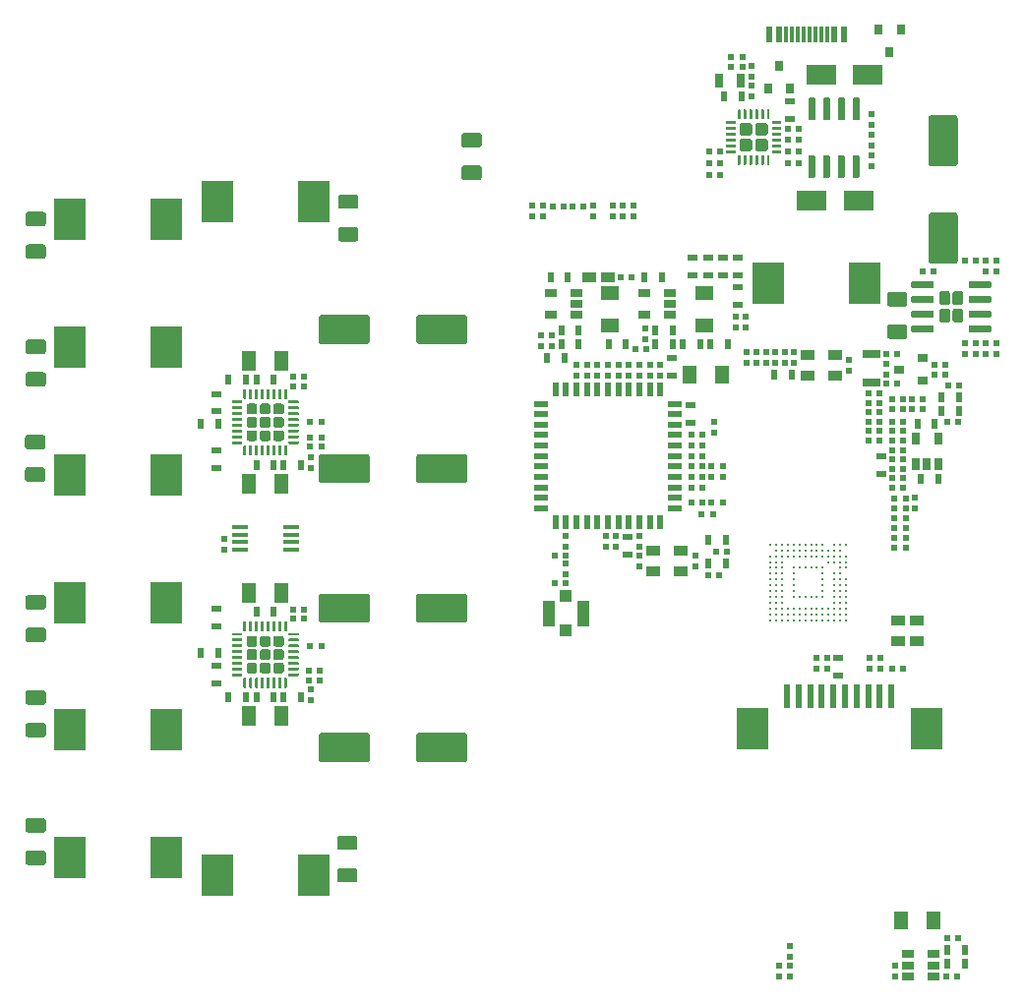
<source format=gtp>
G04 #@! TF.GenerationSoftware,KiCad,Pcbnew,5.1.5+dfsg1-2build2*
G04 #@! TF.CreationDate,2021-03-03T11:45:42+01:00*
G04 #@! TF.ProjectId,OtterCastAmp,4f747465-7243-4617-9374-416d702e6b69,rev?*
G04 #@! TF.SameCoordinates,Original*
G04 #@! TF.FileFunction,Paste,Top*
G04 #@! TF.FilePolarity,Positive*
%FSLAX46Y46*%
G04 Gerber Fmt 4.6, Leading zero omitted, Abs format (unit mm)*
G04 Created by KiCad (PCBNEW 5.1.5+dfsg1-2build2) date 2021-03-03 11:45:42*
%MOMM*%
%LPD*%
G04 APERTURE LIST*
%ADD10C,0.245000*%
%ADD11R,1.060000X0.650000*%
%ADD12R,0.500000X0.600000*%
%ADD13R,0.600000X0.500000*%
%ADD14R,1.200000X1.600000*%
%ADD15R,2.680000X3.600000*%
%ADD16R,0.610000X2.000000*%
%ADD17R,0.800000X0.900000*%
%ADD18R,0.600000X0.900000*%
%ADD19R,1.225000X0.850000*%
%ADD20R,0.900000X0.600000*%
%ADD21R,0.900000X0.800000*%
%ADD22R,1.200000X0.950000*%
%ADD23C,0.100000*%
%ADD24R,2.700000X3.600000*%
%ADD25R,1.250000X1.750000*%
%ADD26R,1.450000X0.450000*%
%ADD27R,1.600000X1.200000*%
%ADD28R,2.500000X1.800000*%
%ADD29R,1.000000X1.000000*%
%ADD30R,1.050000X2.200000*%
%ADD31R,1.500000X0.750000*%
%ADD32R,0.510000X1.200000*%
%ADD33R,1.200000X0.510000*%
%ADD34R,0.650000X1.060000*%
%ADD35R,0.600000X1.450000*%
%ADD36R,0.300000X1.450000*%
%ADD37R,0.700000X1.300000*%
G04 APERTURE END LIST*
D10*
X179990000Y-100530000D03*
X179990000Y-101530000D03*
X179990000Y-102030000D03*
X179990000Y-102530000D03*
X179990000Y-103530000D03*
X179990000Y-104030000D03*
X179990000Y-104530000D03*
X179990000Y-105030000D03*
X179990000Y-105530000D03*
X179990000Y-106030000D03*
X179990000Y-106530000D03*
X179990000Y-107030000D03*
X179490000Y-100530000D03*
X179490000Y-101030000D03*
X179490000Y-101530000D03*
X179490000Y-102030000D03*
X179490000Y-102530000D03*
X179490000Y-103030000D03*
X179490000Y-103530000D03*
X179490000Y-104030000D03*
X179490000Y-104530000D03*
X179490000Y-105030000D03*
X179490000Y-105530000D03*
X179490000Y-106030000D03*
X179490000Y-106530000D03*
X179490000Y-107030000D03*
X178990000Y-100530000D03*
X178990000Y-101030000D03*
X178990000Y-101530000D03*
X178990000Y-102030000D03*
X178990000Y-103030000D03*
X178990000Y-103530000D03*
X178990000Y-104030000D03*
X178990000Y-104530000D03*
X178990000Y-105030000D03*
X178990000Y-105530000D03*
X178990000Y-106030000D03*
X178990000Y-106530000D03*
X178990000Y-107030000D03*
X178490000Y-101030000D03*
X178490000Y-101530000D03*
X178490000Y-102030000D03*
X178490000Y-106030000D03*
X178490000Y-106530000D03*
X178490000Y-107030000D03*
X177990000Y-100530000D03*
X177990000Y-101030000D03*
X177990000Y-101530000D03*
X177990000Y-102530000D03*
X177990000Y-103030000D03*
X177990000Y-103530000D03*
X177990000Y-104030000D03*
X177990000Y-104530000D03*
X177990000Y-105030000D03*
X177990000Y-106030000D03*
X177990000Y-106530000D03*
X177990000Y-107030000D03*
X177490000Y-100530000D03*
X177490000Y-101030000D03*
X177490000Y-101530000D03*
X177490000Y-102530000D03*
X177490000Y-105030000D03*
X177490000Y-106030000D03*
X177490000Y-106530000D03*
X177490000Y-107030000D03*
X176990000Y-100530000D03*
X176990000Y-101030000D03*
X176990000Y-101530000D03*
X176990000Y-102530000D03*
X176990000Y-105030000D03*
X176990000Y-106030000D03*
X176990000Y-106530000D03*
X176990000Y-107030000D03*
X176490000Y-100530000D03*
X176490000Y-101030000D03*
X176490000Y-101530000D03*
X176490000Y-102530000D03*
X176490000Y-105030000D03*
X176490000Y-106030000D03*
X176490000Y-106530000D03*
X176490000Y-107030000D03*
X175990000Y-100530000D03*
X175990000Y-101030000D03*
X175990000Y-101530000D03*
X175990000Y-102530000D03*
X175990000Y-105030000D03*
X175990000Y-106030000D03*
X175990000Y-106530000D03*
X175990000Y-107030000D03*
X175490000Y-100530000D03*
X175490000Y-101030000D03*
X175490000Y-101530000D03*
X175490000Y-102530000D03*
X175490000Y-103030000D03*
X175490000Y-103530000D03*
X175490000Y-104030000D03*
X175490000Y-104530000D03*
X175490000Y-105030000D03*
X175490000Y-106030000D03*
X175490000Y-106530000D03*
X175490000Y-107030000D03*
X174990000Y-100530000D03*
X174990000Y-101030000D03*
X174990000Y-101530000D03*
X174990000Y-106030000D03*
X174990000Y-106530000D03*
X174990000Y-107030000D03*
X174490000Y-100530000D03*
X174490000Y-101030000D03*
X174490000Y-101530000D03*
X174490000Y-102030000D03*
X174490000Y-102530000D03*
X174490000Y-103030000D03*
X174490000Y-103530000D03*
X174490000Y-104030000D03*
X174490000Y-104530000D03*
X174490000Y-105030000D03*
X174490000Y-105530000D03*
X174490000Y-106030000D03*
X174490000Y-106530000D03*
X174490000Y-107030000D03*
X173990000Y-100530000D03*
X173990000Y-101030000D03*
X173990000Y-101530000D03*
X173990000Y-102030000D03*
X173990000Y-102530000D03*
X173990000Y-103030000D03*
X173990000Y-103530000D03*
X173990000Y-104030000D03*
X173990000Y-104530000D03*
X173990000Y-105030000D03*
X173990000Y-105530000D03*
X173990000Y-106030000D03*
X173990000Y-106530000D03*
X173990000Y-107030000D03*
X173490000Y-100530000D03*
X173490000Y-101530000D03*
X173490000Y-102030000D03*
X173490000Y-102530000D03*
X173490000Y-103030000D03*
X173490000Y-103530000D03*
X173490000Y-104030000D03*
X173490000Y-104530000D03*
X173490000Y-105030000D03*
X173490000Y-105530000D03*
X173490000Y-106030000D03*
X173490000Y-106530000D03*
X173490000Y-107030000D03*
D11*
X187550000Y-136750000D03*
X187550000Y-135800000D03*
X187550000Y-137700000D03*
X185350000Y-137700000D03*
X185350000Y-136750000D03*
X185350000Y-135800000D03*
D12*
X177430000Y-110300000D03*
X178370000Y-110300000D03*
X177430000Y-111200000D03*
X178370000Y-111200000D03*
D13*
X184250000Y-136780000D03*
X184250000Y-137720000D03*
D12*
X189570000Y-137700000D03*
X188630000Y-137700000D03*
D13*
X175150000Y-136020000D03*
X175150000Y-135080000D03*
D14*
X184749999Y-132850000D03*
X187549999Y-132850000D03*
D15*
X186890000Y-116350000D03*
X171910000Y-116350000D03*
D16*
X183900000Y-113550000D03*
X182900000Y-113550000D03*
X181900000Y-113550000D03*
X180900000Y-113550000D03*
X179900000Y-113550000D03*
X178900000Y-113550000D03*
X177900000Y-113550000D03*
X176900000Y-113550000D03*
X175900000Y-113550000D03*
X174900000Y-113550000D03*
D17*
X183750000Y-58150000D03*
X182800000Y-56150000D03*
X184700000Y-56150000D03*
D18*
X188700000Y-136650000D03*
X190200000Y-136650000D03*
D13*
X175150000Y-137720000D03*
X175150000Y-136780000D03*
X155900000Y-103120000D03*
X155900000Y-102180000D03*
X170540000Y-81830000D03*
X170540000Y-80890000D03*
X171360000Y-81830000D03*
X171360000Y-80890000D03*
D12*
X160630000Y-77500000D03*
X161570000Y-77500000D03*
D19*
X157887500Y-77500000D03*
X159512500Y-77500000D03*
D20*
X170700000Y-78350000D03*
X170700000Y-79850000D03*
X166800000Y-77350000D03*
X166800000Y-75850000D03*
X168099999Y-77350000D03*
X168099999Y-75850000D03*
X169400000Y-77349999D03*
X169400000Y-75849999D03*
X170700000Y-77350000D03*
X170700000Y-75850000D03*
D13*
X174250000Y-137720000D03*
X174250000Y-136780000D03*
D12*
X189620000Y-134400000D03*
X188680000Y-134400000D03*
D13*
X126500000Y-100030000D03*
X126500000Y-100970000D03*
D21*
X184600000Y-85450000D03*
X186600000Y-84500000D03*
X186600000Y-86400000D03*
D17*
X174250000Y-59300000D03*
X175200000Y-61300000D03*
X173300000Y-61300000D03*
D22*
X163400000Y-101075000D03*
X165800000Y-101075000D03*
X165800000Y-102825000D03*
X163400000Y-102825000D03*
D13*
X162200000Y-101480000D03*
X162200000Y-102420000D03*
X167000000Y-102420000D03*
X167000000Y-101480000D03*
D23*
G36*
X129105289Y-110686120D02*
G01*
X129127858Y-110689467D01*
X129149991Y-110695011D01*
X129171474Y-110702698D01*
X129192100Y-110712453D01*
X129211670Y-110724183D01*
X129229996Y-110737775D01*
X129246902Y-110753098D01*
X129262225Y-110770004D01*
X129275817Y-110788330D01*
X129287547Y-110807900D01*
X129297302Y-110828526D01*
X129304989Y-110850009D01*
X129310533Y-110872142D01*
X129313880Y-110894711D01*
X129315000Y-110917500D01*
X129315000Y-111382500D01*
X129313880Y-111405289D01*
X129310533Y-111427858D01*
X129304989Y-111449991D01*
X129297302Y-111471474D01*
X129287547Y-111492100D01*
X129275817Y-111511670D01*
X129262225Y-111529996D01*
X129246902Y-111546902D01*
X129229996Y-111562225D01*
X129211670Y-111575817D01*
X129192100Y-111587547D01*
X129171474Y-111597302D01*
X129149991Y-111604989D01*
X129127858Y-111610533D01*
X129105289Y-111613880D01*
X129082500Y-111615000D01*
X128617500Y-111615000D01*
X128594711Y-111613880D01*
X128572142Y-111610533D01*
X128550009Y-111604989D01*
X128528526Y-111597302D01*
X128507900Y-111587547D01*
X128488330Y-111575817D01*
X128470004Y-111562225D01*
X128453098Y-111546902D01*
X128437775Y-111529996D01*
X128424183Y-111511670D01*
X128412453Y-111492100D01*
X128402698Y-111471474D01*
X128395011Y-111449991D01*
X128389467Y-111427858D01*
X128386120Y-111405289D01*
X128385000Y-111382500D01*
X128385000Y-110917500D01*
X128386120Y-110894711D01*
X128389467Y-110872142D01*
X128395011Y-110850009D01*
X128402698Y-110828526D01*
X128412453Y-110807900D01*
X128424183Y-110788330D01*
X128437775Y-110770004D01*
X128453098Y-110753098D01*
X128470004Y-110737775D01*
X128488330Y-110724183D01*
X128507900Y-110712453D01*
X128528526Y-110702698D01*
X128550009Y-110695011D01*
X128572142Y-110689467D01*
X128594711Y-110686120D01*
X128617500Y-110685000D01*
X129082500Y-110685000D01*
X129105289Y-110686120D01*
G37*
G36*
X130255289Y-110686120D02*
G01*
X130277858Y-110689467D01*
X130299991Y-110695011D01*
X130321474Y-110702698D01*
X130342100Y-110712453D01*
X130361670Y-110724183D01*
X130379996Y-110737775D01*
X130396902Y-110753098D01*
X130412225Y-110770004D01*
X130425817Y-110788330D01*
X130437547Y-110807900D01*
X130447302Y-110828526D01*
X130454989Y-110850009D01*
X130460533Y-110872142D01*
X130463880Y-110894711D01*
X130465000Y-110917500D01*
X130465000Y-111382500D01*
X130463880Y-111405289D01*
X130460533Y-111427858D01*
X130454989Y-111449991D01*
X130447302Y-111471474D01*
X130437547Y-111492100D01*
X130425817Y-111511670D01*
X130412225Y-111529996D01*
X130396902Y-111546902D01*
X130379996Y-111562225D01*
X130361670Y-111575817D01*
X130342100Y-111587547D01*
X130321474Y-111597302D01*
X130299991Y-111604989D01*
X130277858Y-111610533D01*
X130255289Y-111613880D01*
X130232500Y-111615000D01*
X129767500Y-111615000D01*
X129744711Y-111613880D01*
X129722142Y-111610533D01*
X129700009Y-111604989D01*
X129678526Y-111597302D01*
X129657900Y-111587547D01*
X129638330Y-111575817D01*
X129620004Y-111562225D01*
X129603098Y-111546902D01*
X129587775Y-111529996D01*
X129574183Y-111511670D01*
X129562453Y-111492100D01*
X129552698Y-111471474D01*
X129545011Y-111449991D01*
X129539467Y-111427858D01*
X129536120Y-111405289D01*
X129535000Y-111382500D01*
X129535000Y-110917500D01*
X129536120Y-110894711D01*
X129539467Y-110872142D01*
X129545011Y-110850009D01*
X129552698Y-110828526D01*
X129562453Y-110807900D01*
X129574183Y-110788330D01*
X129587775Y-110770004D01*
X129603098Y-110753098D01*
X129620004Y-110737775D01*
X129638330Y-110724183D01*
X129657900Y-110712453D01*
X129678526Y-110702698D01*
X129700009Y-110695011D01*
X129722142Y-110689467D01*
X129744711Y-110686120D01*
X129767500Y-110685000D01*
X130232500Y-110685000D01*
X130255289Y-110686120D01*
G37*
G36*
X131405289Y-110686120D02*
G01*
X131427858Y-110689467D01*
X131449991Y-110695011D01*
X131471474Y-110702698D01*
X131492100Y-110712453D01*
X131511670Y-110724183D01*
X131529996Y-110737775D01*
X131546902Y-110753098D01*
X131562225Y-110770004D01*
X131575817Y-110788330D01*
X131587547Y-110807900D01*
X131597302Y-110828526D01*
X131604989Y-110850009D01*
X131610533Y-110872142D01*
X131613880Y-110894711D01*
X131615000Y-110917500D01*
X131615000Y-111382500D01*
X131613880Y-111405289D01*
X131610533Y-111427858D01*
X131604989Y-111449991D01*
X131597302Y-111471474D01*
X131587547Y-111492100D01*
X131575817Y-111511670D01*
X131562225Y-111529996D01*
X131546902Y-111546902D01*
X131529996Y-111562225D01*
X131511670Y-111575817D01*
X131492100Y-111587547D01*
X131471474Y-111597302D01*
X131449991Y-111604989D01*
X131427858Y-111610533D01*
X131405289Y-111613880D01*
X131382500Y-111615000D01*
X130917500Y-111615000D01*
X130894711Y-111613880D01*
X130872142Y-111610533D01*
X130850009Y-111604989D01*
X130828526Y-111597302D01*
X130807900Y-111587547D01*
X130788330Y-111575817D01*
X130770004Y-111562225D01*
X130753098Y-111546902D01*
X130737775Y-111529996D01*
X130724183Y-111511670D01*
X130712453Y-111492100D01*
X130702698Y-111471474D01*
X130695011Y-111449991D01*
X130689467Y-111427858D01*
X130686120Y-111405289D01*
X130685000Y-111382500D01*
X130685000Y-110917500D01*
X130686120Y-110894711D01*
X130689467Y-110872142D01*
X130695011Y-110850009D01*
X130702698Y-110828526D01*
X130712453Y-110807900D01*
X130724183Y-110788330D01*
X130737775Y-110770004D01*
X130753098Y-110753098D01*
X130770004Y-110737775D01*
X130788330Y-110724183D01*
X130807900Y-110712453D01*
X130828526Y-110702698D01*
X130850009Y-110695011D01*
X130872142Y-110689467D01*
X130894711Y-110686120D01*
X130917500Y-110685000D01*
X131382500Y-110685000D01*
X131405289Y-110686120D01*
G37*
G36*
X129105289Y-109536120D02*
G01*
X129127858Y-109539467D01*
X129149991Y-109545011D01*
X129171474Y-109552698D01*
X129192100Y-109562453D01*
X129211670Y-109574183D01*
X129229996Y-109587775D01*
X129246902Y-109603098D01*
X129262225Y-109620004D01*
X129275817Y-109638330D01*
X129287547Y-109657900D01*
X129297302Y-109678526D01*
X129304989Y-109700009D01*
X129310533Y-109722142D01*
X129313880Y-109744711D01*
X129315000Y-109767500D01*
X129315000Y-110232500D01*
X129313880Y-110255289D01*
X129310533Y-110277858D01*
X129304989Y-110299991D01*
X129297302Y-110321474D01*
X129287547Y-110342100D01*
X129275817Y-110361670D01*
X129262225Y-110379996D01*
X129246902Y-110396902D01*
X129229996Y-110412225D01*
X129211670Y-110425817D01*
X129192100Y-110437547D01*
X129171474Y-110447302D01*
X129149991Y-110454989D01*
X129127858Y-110460533D01*
X129105289Y-110463880D01*
X129082500Y-110465000D01*
X128617500Y-110465000D01*
X128594711Y-110463880D01*
X128572142Y-110460533D01*
X128550009Y-110454989D01*
X128528526Y-110447302D01*
X128507900Y-110437547D01*
X128488330Y-110425817D01*
X128470004Y-110412225D01*
X128453098Y-110396902D01*
X128437775Y-110379996D01*
X128424183Y-110361670D01*
X128412453Y-110342100D01*
X128402698Y-110321474D01*
X128395011Y-110299991D01*
X128389467Y-110277858D01*
X128386120Y-110255289D01*
X128385000Y-110232500D01*
X128385000Y-109767500D01*
X128386120Y-109744711D01*
X128389467Y-109722142D01*
X128395011Y-109700009D01*
X128402698Y-109678526D01*
X128412453Y-109657900D01*
X128424183Y-109638330D01*
X128437775Y-109620004D01*
X128453098Y-109603098D01*
X128470004Y-109587775D01*
X128488330Y-109574183D01*
X128507900Y-109562453D01*
X128528526Y-109552698D01*
X128550009Y-109545011D01*
X128572142Y-109539467D01*
X128594711Y-109536120D01*
X128617500Y-109535000D01*
X129082500Y-109535000D01*
X129105289Y-109536120D01*
G37*
G36*
X130255289Y-109536120D02*
G01*
X130277858Y-109539467D01*
X130299991Y-109545011D01*
X130321474Y-109552698D01*
X130342100Y-109562453D01*
X130361670Y-109574183D01*
X130379996Y-109587775D01*
X130396902Y-109603098D01*
X130412225Y-109620004D01*
X130425817Y-109638330D01*
X130437547Y-109657900D01*
X130447302Y-109678526D01*
X130454989Y-109700009D01*
X130460533Y-109722142D01*
X130463880Y-109744711D01*
X130465000Y-109767500D01*
X130465000Y-110232500D01*
X130463880Y-110255289D01*
X130460533Y-110277858D01*
X130454989Y-110299991D01*
X130447302Y-110321474D01*
X130437547Y-110342100D01*
X130425817Y-110361670D01*
X130412225Y-110379996D01*
X130396902Y-110396902D01*
X130379996Y-110412225D01*
X130361670Y-110425817D01*
X130342100Y-110437547D01*
X130321474Y-110447302D01*
X130299991Y-110454989D01*
X130277858Y-110460533D01*
X130255289Y-110463880D01*
X130232500Y-110465000D01*
X129767500Y-110465000D01*
X129744711Y-110463880D01*
X129722142Y-110460533D01*
X129700009Y-110454989D01*
X129678526Y-110447302D01*
X129657900Y-110437547D01*
X129638330Y-110425817D01*
X129620004Y-110412225D01*
X129603098Y-110396902D01*
X129587775Y-110379996D01*
X129574183Y-110361670D01*
X129562453Y-110342100D01*
X129552698Y-110321474D01*
X129545011Y-110299991D01*
X129539467Y-110277858D01*
X129536120Y-110255289D01*
X129535000Y-110232500D01*
X129535000Y-109767500D01*
X129536120Y-109744711D01*
X129539467Y-109722142D01*
X129545011Y-109700009D01*
X129552698Y-109678526D01*
X129562453Y-109657900D01*
X129574183Y-109638330D01*
X129587775Y-109620004D01*
X129603098Y-109603098D01*
X129620004Y-109587775D01*
X129638330Y-109574183D01*
X129657900Y-109562453D01*
X129678526Y-109552698D01*
X129700009Y-109545011D01*
X129722142Y-109539467D01*
X129744711Y-109536120D01*
X129767500Y-109535000D01*
X130232500Y-109535000D01*
X130255289Y-109536120D01*
G37*
G36*
X131405289Y-109536120D02*
G01*
X131427858Y-109539467D01*
X131449991Y-109545011D01*
X131471474Y-109552698D01*
X131492100Y-109562453D01*
X131511670Y-109574183D01*
X131529996Y-109587775D01*
X131546902Y-109603098D01*
X131562225Y-109620004D01*
X131575817Y-109638330D01*
X131587547Y-109657900D01*
X131597302Y-109678526D01*
X131604989Y-109700009D01*
X131610533Y-109722142D01*
X131613880Y-109744711D01*
X131615000Y-109767500D01*
X131615000Y-110232500D01*
X131613880Y-110255289D01*
X131610533Y-110277858D01*
X131604989Y-110299991D01*
X131597302Y-110321474D01*
X131587547Y-110342100D01*
X131575817Y-110361670D01*
X131562225Y-110379996D01*
X131546902Y-110396902D01*
X131529996Y-110412225D01*
X131511670Y-110425817D01*
X131492100Y-110437547D01*
X131471474Y-110447302D01*
X131449991Y-110454989D01*
X131427858Y-110460533D01*
X131405289Y-110463880D01*
X131382500Y-110465000D01*
X130917500Y-110465000D01*
X130894711Y-110463880D01*
X130872142Y-110460533D01*
X130850009Y-110454989D01*
X130828526Y-110447302D01*
X130807900Y-110437547D01*
X130788330Y-110425817D01*
X130770004Y-110412225D01*
X130753098Y-110396902D01*
X130737775Y-110379996D01*
X130724183Y-110361670D01*
X130712453Y-110342100D01*
X130702698Y-110321474D01*
X130695011Y-110299991D01*
X130689467Y-110277858D01*
X130686120Y-110255289D01*
X130685000Y-110232500D01*
X130685000Y-109767500D01*
X130686120Y-109744711D01*
X130689467Y-109722142D01*
X130695011Y-109700009D01*
X130702698Y-109678526D01*
X130712453Y-109657900D01*
X130724183Y-109638330D01*
X130737775Y-109620004D01*
X130753098Y-109603098D01*
X130770004Y-109587775D01*
X130788330Y-109574183D01*
X130807900Y-109562453D01*
X130828526Y-109552698D01*
X130850009Y-109545011D01*
X130872142Y-109539467D01*
X130894711Y-109536120D01*
X130917500Y-109535000D01*
X131382500Y-109535000D01*
X131405289Y-109536120D01*
G37*
G36*
X129105289Y-108386120D02*
G01*
X129127858Y-108389467D01*
X129149991Y-108395011D01*
X129171474Y-108402698D01*
X129192100Y-108412453D01*
X129211670Y-108424183D01*
X129229996Y-108437775D01*
X129246902Y-108453098D01*
X129262225Y-108470004D01*
X129275817Y-108488330D01*
X129287547Y-108507900D01*
X129297302Y-108528526D01*
X129304989Y-108550009D01*
X129310533Y-108572142D01*
X129313880Y-108594711D01*
X129315000Y-108617500D01*
X129315000Y-109082500D01*
X129313880Y-109105289D01*
X129310533Y-109127858D01*
X129304989Y-109149991D01*
X129297302Y-109171474D01*
X129287547Y-109192100D01*
X129275817Y-109211670D01*
X129262225Y-109229996D01*
X129246902Y-109246902D01*
X129229996Y-109262225D01*
X129211670Y-109275817D01*
X129192100Y-109287547D01*
X129171474Y-109297302D01*
X129149991Y-109304989D01*
X129127858Y-109310533D01*
X129105289Y-109313880D01*
X129082500Y-109315000D01*
X128617500Y-109315000D01*
X128594711Y-109313880D01*
X128572142Y-109310533D01*
X128550009Y-109304989D01*
X128528526Y-109297302D01*
X128507900Y-109287547D01*
X128488330Y-109275817D01*
X128470004Y-109262225D01*
X128453098Y-109246902D01*
X128437775Y-109229996D01*
X128424183Y-109211670D01*
X128412453Y-109192100D01*
X128402698Y-109171474D01*
X128395011Y-109149991D01*
X128389467Y-109127858D01*
X128386120Y-109105289D01*
X128385000Y-109082500D01*
X128385000Y-108617500D01*
X128386120Y-108594711D01*
X128389467Y-108572142D01*
X128395011Y-108550009D01*
X128402698Y-108528526D01*
X128412453Y-108507900D01*
X128424183Y-108488330D01*
X128437775Y-108470004D01*
X128453098Y-108453098D01*
X128470004Y-108437775D01*
X128488330Y-108424183D01*
X128507900Y-108412453D01*
X128528526Y-108402698D01*
X128550009Y-108395011D01*
X128572142Y-108389467D01*
X128594711Y-108386120D01*
X128617500Y-108385000D01*
X129082500Y-108385000D01*
X129105289Y-108386120D01*
G37*
G36*
X130255289Y-108386120D02*
G01*
X130277858Y-108389467D01*
X130299991Y-108395011D01*
X130321474Y-108402698D01*
X130342100Y-108412453D01*
X130361670Y-108424183D01*
X130379996Y-108437775D01*
X130396902Y-108453098D01*
X130412225Y-108470004D01*
X130425817Y-108488330D01*
X130437547Y-108507900D01*
X130447302Y-108528526D01*
X130454989Y-108550009D01*
X130460533Y-108572142D01*
X130463880Y-108594711D01*
X130465000Y-108617500D01*
X130465000Y-109082500D01*
X130463880Y-109105289D01*
X130460533Y-109127858D01*
X130454989Y-109149991D01*
X130447302Y-109171474D01*
X130437547Y-109192100D01*
X130425817Y-109211670D01*
X130412225Y-109229996D01*
X130396902Y-109246902D01*
X130379996Y-109262225D01*
X130361670Y-109275817D01*
X130342100Y-109287547D01*
X130321474Y-109297302D01*
X130299991Y-109304989D01*
X130277858Y-109310533D01*
X130255289Y-109313880D01*
X130232500Y-109315000D01*
X129767500Y-109315000D01*
X129744711Y-109313880D01*
X129722142Y-109310533D01*
X129700009Y-109304989D01*
X129678526Y-109297302D01*
X129657900Y-109287547D01*
X129638330Y-109275817D01*
X129620004Y-109262225D01*
X129603098Y-109246902D01*
X129587775Y-109229996D01*
X129574183Y-109211670D01*
X129562453Y-109192100D01*
X129552698Y-109171474D01*
X129545011Y-109149991D01*
X129539467Y-109127858D01*
X129536120Y-109105289D01*
X129535000Y-109082500D01*
X129535000Y-108617500D01*
X129536120Y-108594711D01*
X129539467Y-108572142D01*
X129545011Y-108550009D01*
X129552698Y-108528526D01*
X129562453Y-108507900D01*
X129574183Y-108488330D01*
X129587775Y-108470004D01*
X129603098Y-108453098D01*
X129620004Y-108437775D01*
X129638330Y-108424183D01*
X129657900Y-108412453D01*
X129678526Y-108402698D01*
X129700009Y-108395011D01*
X129722142Y-108389467D01*
X129744711Y-108386120D01*
X129767500Y-108385000D01*
X130232500Y-108385000D01*
X130255289Y-108386120D01*
G37*
G36*
X131405289Y-108386120D02*
G01*
X131427858Y-108389467D01*
X131449991Y-108395011D01*
X131471474Y-108402698D01*
X131492100Y-108412453D01*
X131511670Y-108424183D01*
X131529996Y-108437775D01*
X131546902Y-108453098D01*
X131562225Y-108470004D01*
X131575817Y-108488330D01*
X131587547Y-108507900D01*
X131597302Y-108528526D01*
X131604989Y-108550009D01*
X131610533Y-108572142D01*
X131613880Y-108594711D01*
X131615000Y-108617500D01*
X131615000Y-109082500D01*
X131613880Y-109105289D01*
X131610533Y-109127858D01*
X131604989Y-109149991D01*
X131597302Y-109171474D01*
X131587547Y-109192100D01*
X131575817Y-109211670D01*
X131562225Y-109229996D01*
X131546902Y-109246902D01*
X131529996Y-109262225D01*
X131511670Y-109275817D01*
X131492100Y-109287547D01*
X131471474Y-109297302D01*
X131449991Y-109304989D01*
X131427858Y-109310533D01*
X131405289Y-109313880D01*
X131382500Y-109315000D01*
X130917500Y-109315000D01*
X130894711Y-109313880D01*
X130872142Y-109310533D01*
X130850009Y-109304989D01*
X130828526Y-109297302D01*
X130807900Y-109287547D01*
X130788330Y-109275817D01*
X130770004Y-109262225D01*
X130753098Y-109246902D01*
X130737775Y-109229996D01*
X130724183Y-109211670D01*
X130712453Y-109192100D01*
X130702698Y-109171474D01*
X130695011Y-109149991D01*
X130689467Y-109127858D01*
X130686120Y-109105289D01*
X130685000Y-109082500D01*
X130685000Y-108617500D01*
X130686120Y-108594711D01*
X130689467Y-108572142D01*
X130695011Y-108550009D01*
X130702698Y-108528526D01*
X130712453Y-108507900D01*
X130724183Y-108488330D01*
X130737775Y-108470004D01*
X130753098Y-108453098D01*
X130770004Y-108437775D01*
X130788330Y-108424183D01*
X130807900Y-108412453D01*
X130828526Y-108402698D01*
X130850009Y-108395011D01*
X130872142Y-108389467D01*
X130894711Y-108386120D01*
X130917500Y-108385000D01*
X131382500Y-108385000D01*
X131405289Y-108386120D01*
G37*
G36*
X128318626Y-112000301D02*
G01*
X128324693Y-112001201D01*
X128330643Y-112002691D01*
X128336418Y-112004758D01*
X128341962Y-112007380D01*
X128347223Y-112010533D01*
X128352150Y-112014187D01*
X128356694Y-112018306D01*
X128360813Y-112022850D01*
X128364467Y-112027777D01*
X128367620Y-112033038D01*
X128370242Y-112038582D01*
X128372309Y-112044357D01*
X128373799Y-112050307D01*
X128374699Y-112056374D01*
X128375000Y-112062500D01*
X128375000Y-112812500D01*
X128374699Y-112818626D01*
X128373799Y-112824693D01*
X128372309Y-112830643D01*
X128370242Y-112836418D01*
X128367620Y-112841962D01*
X128364467Y-112847223D01*
X128360813Y-112852150D01*
X128356694Y-112856694D01*
X128352150Y-112860813D01*
X128347223Y-112864467D01*
X128341962Y-112867620D01*
X128336418Y-112870242D01*
X128330643Y-112872309D01*
X128324693Y-112873799D01*
X128318626Y-112874699D01*
X128312500Y-112875000D01*
X128187500Y-112875000D01*
X128181374Y-112874699D01*
X128175307Y-112873799D01*
X128169357Y-112872309D01*
X128163582Y-112870242D01*
X128158038Y-112867620D01*
X128152777Y-112864467D01*
X128147850Y-112860813D01*
X128143306Y-112856694D01*
X128139187Y-112852150D01*
X128135533Y-112847223D01*
X128132380Y-112841962D01*
X128129758Y-112836418D01*
X128127691Y-112830643D01*
X128126201Y-112824693D01*
X128125301Y-112818626D01*
X128125000Y-112812500D01*
X128125000Y-112062500D01*
X128125301Y-112056374D01*
X128126201Y-112050307D01*
X128127691Y-112044357D01*
X128129758Y-112038582D01*
X128132380Y-112033038D01*
X128135533Y-112027777D01*
X128139187Y-112022850D01*
X128143306Y-112018306D01*
X128147850Y-112014187D01*
X128152777Y-112010533D01*
X128158038Y-112007380D01*
X128163582Y-112004758D01*
X128169357Y-112002691D01*
X128175307Y-112001201D01*
X128181374Y-112000301D01*
X128187500Y-112000000D01*
X128312500Y-112000000D01*
X128318626Y-112000301D01*
G37*
G36*
X128818626Y-112000301D02*
G01*
X128824693Y-112001201D01*
X128830643Y-112002691D01*
X128836418Y-112004758D01*
X128841962Y-112007380D01*
X128847223Y-112010533D01*
X128852150Y-112014187D01*
X128856694Y-112018306D01*
X128860813Y-112022850D01*
X128864467Y-112027777D01*
X128867620Y-112033038D01*
X128870242Y-112038582D01*
X128872309Y-112044357D01*
X128873799Y-112050307D01*
X128874699Y-112056374D01*
X128875000Y-112062500D01*
X128875000Y-112812500D01*
X128874699Y-112818626D01*
X128873799Y-112824693D01*
X128872309Y-112830643D01*
X128870242Y-112836418D01*
X128867620Y-112841962D01*
X128864467Y-112847223D01*
X128860813Y-112852150D01*
X128856694Y-112856694D01*
X128852150Y-112860813D01*
X128847223Y-112864467D01*
X128841962Y-112867620D01*
X128836418Y-112870242D01*
X128830643Y-112872309D01*
X128824693Y-112873799D01*
X128818626Y-112874699D01*
X128812500Y-112875000D01*
X128687500Y-112875000D01*
X128681374Y-112874699D01*
X128675307Y-112873799D01*
X128669357Y-112872309D01*
X128663582Y-112870242D01*
X128658038Y-112867620D01*
X128652777Y-112864467D01*
X128647850Y-112860813D01*
X128643306Y-112856694D01*
X128639187Y-112852150D01*
X128635533Y-112847223D01*
X128632380Y-112841962D01*
X128629758Y-112836418D01*
X128627691Y-112830643D01*
X128626201Y-112824693D01*
X128625301Y-112818626D01*
X128625000Y-112812500D01*
X128625000Y-112062500D01*
X128625301Y-112056374D01*
X128626201Y-112050307D01*
X128627691Y-112044357D01*
X128629758Y-112038582D01*
X128632380Y-112033038D01*
X128635533Y-112027777D01*
X128639187Y-112022850D01*
X128643306Y-112018306D01*
X128647850Y-112014187D01*
X128652777Y-112010533D01*
X128658038Y-112007380D01*
X128663582Y-112004758D01*
X128669357Y-112002691D01*
X128675307Y-112001201D01*
X128681374Y-112000301D01*
X128687500Y-112000000D01*
X128812500Y-112000000D01*
X128818626Y-112000301D01*
G37*
G36*
X129318626Y-112000301D02*
G01*
X129324693Y-112001201D01*
X129330643Y-112002691D01*
X129336418Y-112004758D01*
X129341962Y-112007380D01*
X129347223Y-112010533D01*
X129352150Y-112014187D01*
X129356694Y-112018306D01*
X129360813Y-112022850D01*
X129364467Y-112027777D01*
X129367620Y-112033038D01*
X129370242Y-112038582D01*
X129372309Y-112044357D01*
X129373799Y-112050307D01*
X129374699Y-112056374D01*
X129375000Y-112062500D01*
X129375000Y-112812500D01*
X129374699Y-112818626D01*
X129373799Y-112824693D01*
X129372309Y-112830643D01*
X129370242Y-112836418D01*
X129367620Y-112841962D01*
X129364467Y-112847223D01*
X129360813Y-112852150D01*
X129356694Y-112856694D01*
X129352150Y-112860813D01*
X129347223Y-112864467D01*
X129341962Y-112867620D01*
X129336418Y-112870242D01*
X129330643Y-112872309D01*
X129324693Y-112873799D01*
X129318626Y-112874699D01*
X129312500Y-112875000D01*
X129187500Y-112875000D01*
X129181374Y-112874699D01*
X129175307Y-112873799D01*
X129169357Y-112872309D01*
X129163582Y-112870242D01*
X129158038Y-112867620D01*
X129152777Y-112864467D01*
X129147850Y-112860813D01*
X129143306Y-112856694D01*
X129139187Y-112852150D01*
X129135533Y-112847223D01*
X129132380Y-112841962D01*
X129129758Y-112836418D01*
X129127691Y-112830643D01*
X129126201Y-112824693D01*
X129125301Y-112818626D01*
X129125000Y-112812500D01*
X129125000Y-112062500D01*
X129125301Y-112056374D01*
X129126201Y-112050307D01*
X129127691Y-112044357D01*
X129129758Y-112038582D01*
X129132380Y-112033038D01*
X129135533Y-112027777D01*
X129139187Y-112022850D01*
X129143306Y-112018306D01*
X129147850Y-112014187D01*
X129152777Y-112010533D01*
X129158038Y-112007380D01*
X129163582Y-112004758D01*
X129169357Y-112002691D01*
X129175307Y-112001201D01*
X129181374Y-112000301D01*
X129187500Y-112000000D01*
X129312500Y-112000000D01*
X129318626Y-112000301D01*
G37*
G36*
X129818626Y-112000301D02*
G01*
X129824693Y-112001201D01*
X129830643Y-112002691D01*
X129836418Y-112004758D01*
X129841962Y-112007380D01*
X129847223Y-112010533D01*
X129852150Y-112014187D01*
X129856694Y-112018306D01*
X129860813Y-112022850D01*
X129864467Y-112027777D01*
X129867620Y-112033038D01*
X129870242Y-112038582D01*
X129872309Y-112044357D01*
X129873799Y-112050307D01*
X129874699Y-112056374D01*
X129875000Y-112062500D01*
X129875000Y-112812500D01*
X129874699Y-112818626D01*
X129873799Y-112824693D01*
X129872309Y-112830643D01*
X129870242Y-112836418D01*
X129867620Y-112841962D01*
X129864467Y-112847223D01*
X129860813Y-112852150D01*
X129856694Y-112856694D01*
X129852150Y-112860813D01*
X129847223Y-112864467D01*
X129841962Y-112867620D01*
X129836418Y-112870242D01*
X129830643Y-112872309D01*
X129824693Y-112873799D01*
X129818626Y-112874699D01*
X129812500Y-112875000D01*
X129687500Y-112875000D01*
X129681374Y-112874699D01*
X129675307Y-112873799D01*
X129669357Y-112872309D01*
X129663582Y-112870242D01*
X129658038Y-112867620D01*
X129652777Y-112864467D01*
X129647850Y-112860813D01*
X129643306Y-112856694D01*
X129639187Y-112852150D01*
X129635533Y-112847223D01*
X129632380Y-112841962D01*
X129629758Y-112836418D01*
X129627691Y-112830643D01*
X129626201Y-112824693D01*
X129625301Y-112818626D01*
X129625000Y-112812500D01*
X129625000Y-112062500D01*
X129625301Y-112056374D01*
X129626201Y-112050307D01*
X129627691Y-112044357D01*
X129629758Y-112038582D01*
X129632380Y-112033038D01*
X129635533Y-112027777D01*
X129639187Y-112022850D01*
X129643306Y-112018306D01*
X129647850Y-112014187D01*
X129652777Y-112010533D01*
X129658038Y-112007380D01*
X129663582Y-112004758D01*
X129669357Y-112002691D01*
X129675307Y-112001201D01*
X129681374Y-112000301D01*
X129687500Y-112000000D01*
X129812500Y-112000000D01*
X129818626Y-112000301D01*
G37*
G36*
X130318626Y-112000301D02*
G01*
X130324693Y-112001201D01*
X130330643Y-112002691D01*
X130336418Y-112004758D01*
X130341962Y-112007380D01*
X130347223Y-112010533D01*
X130352150Y-112014187D01*
X130356694Y-112018306D01*
X130360813Y-112022850D01*
X130364467Y-112027777D01*
X130367620Y-112033038D01*
X130370242Y-112038582D01*
X130372309Y-112044357D01*
X130373799Y-112050307D01*
X130374699Y-112056374D01*
X130375000Y-112062500D01*
X130375000Y-112812500D01*
X130374699Y-112818626D01*
X130373799Y-112824693D01*
X130372309Y-112830643D01*
X130370242Y-112836418D01*
X130367620Y-112841962D01*
X130364467Y-112847223D01*
X130360813Y-112852150D01*
X130356694Y-112856694D01*
X130352150Y-112860813D01*
X130347223Y-112864467D01*
X130341962Y-112867620D01*
X130336418Y-112870242D01*
X130330643Y-112872309D01*
X130324693Y-112873799D01*
X130318626Y-112874699D01*
X130312500Y-112875000D01*
X130187500Y-112875000D01*
X130181374Y-112874699D01*
X130175307Y-112873799D01*
X130169357Y-112872309D01*
X130163582Y-112870242D01*
X130158038Y-112867620D01*
X130152777Y-112864467D01*
X130147850Y-112860813D01*
X130143306Y-112856694D01*
X130139187Y-112852150D01*
X130135533Y-112847223D01*
X130132380Y-112841962D01*
X130129758Y-112836418D01*
X130127691Y-112830643D01*
X130126201Y-112824693D01*
X130125301Y-112818626D01*
X130125000Y-112812500D01*
X130125000Y-112062500D01*
X130125301Y-112056374D01*
X130126201Y-112050307D01*
X130127691Y-112044357D01*
X130129758Y-112038582D01*
X130132380Y-112033038D01*
X130135533Y-112027777D01*
X130139187Y-112022850D01*
X130143306Y-112018306D01*
X130147850Y-112014187D01*
X130152777Y-112010533D01*
X130158038Y-112007380D01*
X130163582Y-112004758D01*
X130169357Y-112002691D01*
X130175307Y-112001201D01*
X130181374Y-112000301D01*
X130187500Y-112000000D01*
X130312500Y-112000000D01*
X130318626Y-112000301D01*
G37*
G36*
X130818626Y-112000301D02*
G01*
X130824693Y-112001201D01*
X130830643Y-112002691D01*
X130836418Y-112004758D01*
X130841962Y-112007380D01*
X130847223Y-112010533D01*
X130852150Y-112014187D01*
X130856694Y-112018306D01*
X130860813Y-112022850D01*
X130864467Y-112027777D01*
X130867620Y-112033038D01*
X130870242Y-112038582D01*
X130872309Y-112044357D01*
X130873799Y-112050307D01*
X130874699Y-112056374D01*
X130875000Y-112062500D01*
X130875000Y-112812500D01*
X130874699Y-112818626D01*
X130873799Y-112824693D01*
X130872309Y-112830643D01*
X130870242Y-112836418D01*
X130867620Y-112841962D01*
X130864467Y-112847223D01*
X130860813Y-112852150D01*
X130856694Y-112856694D01*
X130852150Y-112860813D01*
X130847223Y-112864467D01*
X130841962Y-112867620D01*
X130836418Y-112870242D01*
X130830643Y-112872309D01*
X130824693Y-112873799D01*
X130818626Y-112874699D01*
X130812500Y-112875000D01*
X130687500Y-112875000D01*
X130681374Y-112874699D01*
X130675307Y-112873799D01*
X130669357Y-112872309D01*
X130663582Y-112870242D01*
X130658038Y-112867620D01*
X130652777Y-112864467D01*
X130647850Y-112860813D01*
X130643306Y-112856694D01*
X130639187Y-112852150D01*
X130635533Y-112847223D01*
X130632380Y-112841962D01*
X130629758Y-112836418D01*
X130627691Y-112830643D01*
X130626201Y-112824693D01*
X130625301Y-112818626D01*
X130625000Y-112812500D01*
X130625000Y-112062500D01*
X130625301Y-112056374D01*
X130626201Y-112050307D01*
X130627691Y-112044357D01*
X130629758Y-112038582D01*
X130632380Y-112033038D01*
X130635533Y-112027777D01*
X130639187Y-112022850D01*
X130643306Y-112018306D01*
X130647850Y-112014187D01*
X130652777Y-112010533D01*
X130658038Y-112007380D01*
X130663582Y-112004758D01*
X130669357Y-112002691D01*
X130675307Y-112001201D01*
X130681374Y-112000301D01*
X130687500Y-112000000D01*
X130812500Y-112000000D01*
X130818626Y-112000301D01*
G37*
G36*
X131318626Y-112000301D02*
G01*
X131324693Y-112001201D01*
X131330643Y-112002691D01*
X131336418Y-112004758D01*
X131341962Y-112007380D01*
X131347223Y-112010533D01*
X131352150Y-112014187D01*
X131356694Y-112018306D01*
X131360813Y-112022850D01*
X131364467Y-112027777D01*
X131367620Y-112033038D01*
X131370242Y-112038582D01*
X131372309Y-112044357D01*
X131373799Y-112050307D01*
X131374699Y-112056374D01*
X131375000Y-112062500D01*
X131375000Y-112812500D01*
X131374699Y-112818626D01*
X131373799Y-112824693D01*
X131372309Y-112830643D01*
X131370242Y-112836418D01*
X131367620Y-112841962D01*
X131364467Y-112847223D01*
X131360813Y-112852150D01*
X131356694Y-112856694D01*
X131352150Y-112860813D01*
X131347223Y-112864467D01*
X131341962Y-112867620D01*
X131336418Y-112870242D01*
X131330643Y-112872309D01*
X131324693Y-112873799D01*
X131318626Y-112874699D01*
X131312500Y-112875000D01*
X131187500Y-112875000D01*
X131181374Y-112874699D01*
X131175307Y-112873799D01*
X131169357Y-112872309D01*
X131163582Y-112870242D01*
X131158038Y-112867620D01*
X131152777Y-112864467D01*
X131147850Y-112860813D01*
X131143306Y-112856694D01*
X131139187Y-112852150D01*
X131135533Y-112847223D01*
X131132380Y-112841962D01*
X131129758Y-112836418D01*
X131127691Y-112830643D01*
X131126201Y-112824693D01*
X131125301Y-112818626D01*
X131125000Y-112812500D01*
X131125000Y-112062500D01*
X131125301Y-112056374D01*
X131126201Y-112050307D01*
X131127691Y-112044357D01*
X131129758Y-112038582D01*
X131132380Y-112033038D01*
X131135533Y-112027777D01*
X131139187Y-112022850D01*
X131143306Y-112018306D01*
X131147850Y-112014187D01*
X131152777Y-112010533D01*
X131158038Y-112007380D01*
X131163582Y-112004758D01*
X131169357Y-112002691D01*
X131175307Y-112001201D01*
X131181374Y-112000301D01*
X131187500Y-112000000D01*
X131312500Y-112000000D01*
X131318626Y-112000301D01*
G37*
G36*
X131818626Y-112000301D02*
G01*
X131824693Y-112001201D01*
X131830643Y-112002691D01*
X131836418Y-112004758D01*
X131841962Y-112007380D01*
X131847223Y-112010533D01*
X131852150Y-112014187D01*
X131856694Y-112018306D01*
X131860813Y-112022850D01*
X131864467Y-112027777D01*
X131867620Y-112033038D01*
X131870242Y-112038582D01*
X131872309Y-112044357D01*
X131873799Y-112050307D01*
X131874699Y-112056374D01*
X131875000Y-112062500D01*
X131875000Y-112812500D01*
X131874699Y-112818626D01*
X131873799Y-112824693D01*
X131872309Y-112830643D01*
X131870242Y-112836418D01*
X131867620Y-112841962D01*
X131864467Y-112847223D01*
X131860813Y-112852150D01*
X131856694Y-112856694D01*
X131852150Y-112860813D01*
X131847223Y-112864467D01*
X131841962Y-112867620D01*
X131836418Y-112870242D01*
X131830643Y-112872309D01*
X131824693Y-112873799D01*
X131818626Y-112874699D01*
X131812500Y-112875000D01*
X131687500Y-112875000D01*
X131681374Y-112874699D01*
X131675307Y-112873799D01*
X131669357Y-112872309D01*
X131663582Y-112870242D01*
X131658038Y-112867620D01*
X131652777Y-112864467D01*
X131647850Y-112860813D01*
X131643306Y-112856694D01*
X131639187Y-112852150D01*
X131635533Y-112847223D01*
X131632380Y-112841962D01*
X131629758Y-112836418D01*
X131627691Y-112830643D01*
X131626201Y-112824693D01*
X131625301Y-112818626D01*
X131625000Y-112812500D01*
X131625000Y-112062500D01*
X131625301Y-112056374D01*
X131626201Y-112050307D01*
X131627691Y-112044357D01*
X131629758Y-112038582D01*
X131632380Y-112033038D01*
X131635533Y-112027777D01*
X131639187Y-112022850D01*
X131643306Y-112018306D01*
X131647850Y-112014187D01*
X131652777Y-112010533D01*
X131658038Y-112007380D01*
X131663582Y-112004758D01*
X131669357Y-112002691D01*
X131675307Y-112001201D01*
X131681374Y-112000301D01*
X131687500Y-112000000D01*
X131812500Y-112000000D01*
X131818626Y-112000301D01*
G37*
G36*
X132818626Y-111625301D02*
G01*
X132824693Y-111626201D01*
X132830643Y-111627691D01*
X132836418Y-111629758D01*
X132841962Y-111632380D01*
X132847223Y-111635533D01*
X132852150Y-111639187D01*
X132856694Y-111643306D01*
X132860813Y-111647850D01*
X132864467Y-111652777D01*
X132867620Y-111658038D01*
X132870242Y-111663582D01*
X132872309Y-111669357D01*
X132873799Y-111675307D01*
X132874699Y-111681374D01*
X132875000Y-111687500D01*
X132875000Y-111812500D01*
X132874699Y-111818626D01*
X132873799Y-111824693D01*
X132872309Y-111830643D01*
X132870242Y-111836418D01*
X132867620Y-111841962D01*
X132864467Y-111847223D01*
X132860813Y-111852150D01*
X132856694Y-111856694D01*
X132852150Y-111860813D01*
X132847223Y-111864467D01*
X132841962Y-111867620D01*
X132836418Y-111870242D01*
X132830643Y-111872309D01*
X132824693Y-111873799D01*
X132818626Y-111874699D01*
X132812500Y-111875000D01*
X132062500Y-111875000D01*
X132056374Y-111874699D01*
X132050307Y-111873799D01*
X132044357Y-111872309D01*
X132038582Y-111870242D01*
X132033038Y-111867620D01*
X132027777Y-111864467D01*
X132022850Y-111860813D01*
X132018306Y-111856694D01*
X132014187Y-111852150D01*
X132010533Y-111847223D01*
X132007380Y-111841962D01*
X132004758Y-111836418D01*
X132002691Y-111830643D01*
X132001201Y-111824693D01*
X132000301Y-111818626D01*
X132000000Y-111812500D01*
X132000000Y-111687500D01*
X132000301Y-111681374D01*
X132001201Y-111675307D01*
X132002691Y-111669357D01*
X132004758Y-111663582D01*
X132007380Y-111658038D01*
X132010533Y-111652777D01*
X132014187Y-111647850D01*
X132018306Y-111643306D01*
X132022850Y-111639187D01*
X132027777Y-111635533D01*
X132033038Y-111632380D01*
X132038582Y-111629758D01*
X132044357Y-111627691D01*
X132050307Y-111626201D01*
X132056374Y-111625301D01*
X132062500Y-111625000D01*
X132812500Y-111625000D01*
X132818626Y-111625301D01*
G37*
G36*
X132818626Y-111125301D02*
G01*
X132824693Y-111126201D01*
X132830643Y-111127691D01*
X132836418Y-111129758D01*
X132841962Y-111132380D01*
X132847223Y-111135533D01*
X132852150Y-111139187D01*
X132856694Y-111143306D01*
X132860813Y-111147850D01*
X132864467Y-111152777D01*
X132867620Y-111158038D01*
X132870242Y-111163582D01*
X132872309Y-111169357D01*
X132873799Y-111175307D01*
X132874699Y-111181374D01*
X132875000Y-111187500D01*
X132875000Y-111312500D01*
X132874699Y-111318626D01*
X132873799Y-111324693D01*
X132872309Y-111330643D01*
X132870242Y-111336418D01*
X132867620Y-111341962D01*
X132864467Y-111347223D01*
X132860813Y-111352150D01*
X132856694Y-111356694D01*
X132852150Y-111360813D01*
X132847223Y-111364467D01*
X132841962Y-111367620D01*
X132836418Y-111370242D01*
X132830643Y-111372309D01*
X132824693Y-111373799D01*
X132818626Y-111374699D01*
X132812500Y-111375000D01*
X132062500Y-111375000D01*
X132056374Y-111374699D01*
X132050307Y-111373799D01*
X132044357Y-111372309D01*
X132038582Y-111370242D01*
X132033038Y-111367620D01*
X132027777Y-111364467D01*
X132022850Y-111360813D01*
X132018306Y-111356694D01*
X132014187Y-111352150D01*
X132010533Y-111347223D01*
X132007380Y-111341962D01*
X132004758Y-111336418D01*
X132002691Y-111330643D01*
X132001201Y-111324693D01*
X132000301Y-111318626D01*
X132000000Y-111312500D01*
X132000000Y-111187500D01*
X132000301Y-111181374D01*
X132001201Y-111175307D01*
X132002691Y-111169357D01*
X132004758Y-111163582D01*
X132007380Y-111158038D01*
X132010533Y-111152777D01*
X132014187Y-111147850D01*
X132018306Y-111143306D01*
X132022850Y-111139187D01*
X132027777Y-111135533D01*
X132033038Y-111132380D01*
X132038582Y-111129758D01*
X132044357Y-111127691D01*
X132050307Y-111126201D01*
X132056374Y-111125301D01*
X132062500Y-111125000D01*
X132812500Y-111125000D01*
X132818626Y-111125301D01*
G37*
G36*
X132818626Y-110625301D02*
G01*
X132824693Y-110626201D01*
X132830643Y-110627691D01*
X132836418Y-110629758D01*
X132841962Y-110632380D01*
X132847223Y-110635533D01*
X132852150Y-110639187D01*
X132856694Y-110643306D01*
X132860813Y-110647850D01*
X132864467Y-110652777D01*
X132867620Y-110658038D01*
X132870242Y-110663582D01*
X132872309Y-110669357D01*
X132873799Y-110675307D01*
X132874699Y-110681374D01*
X132875000Y-110687500D01*
X132875000Y-110812500D01*
X132874699Y-110818626D01*
X132873799Y-110824693D01*
X132872309Y-110830643D01*
X132870242Y-110836418D01*
X132867620Y-110841962D01*
X132864467Y-110847223D01*
X132860813Y-110852150D01*
X132856694Y-110856694D01*
X132852150Y-110860813D01*
X132847223Y-110864467D01*
X132841962Y-110867620D01*
X132836418Y-110870242D01*
X132830643Y-110872309D01*
X132824693Y-110873799D01*
X132818626Y-110874699D01*
X132812500Y-110875000D01*
X132062500Y-110875000D01*
X132056374Y-110874699D01*
X132050307Y-110873799D01*
X132044357Y-110872309D01*
X132038582Y-110870242D01*
X132033038Y-110867620D01*
X132027777Y-110864467D01*
X132022850Y-110860813D01*
X132018306Y-110856694D01*
X132014187Y-110852150D01*
X132010533Y-110847223D01*
X132007380Y-110841962D01*
X132004758Y-110836418D01*
X132002691Y-110830643D01*
X132001201Y-110824693D01*
X132000301Y-110818626D01*
X132000000Y-110812500D01*
X132000000Y-110687500D01*
X132000301Y-110681374D01*
X132001201Y-110675307D01*
X132002691Y-110669357D01*
X132004758Y-110663582D01*
X132007380Y-110658038D01*
X132010533Y-110652777D01*
X132014187Y-110647850D01*
X132018306Y-110643306D01*
X132022850Y-110639187D01*
X132027777Y-110635533D01*
X132033038Y-110632380D01*
X132038582Y-110629758D01*
X132044357Y-110627691D01*
X132050307Y-110626201D01*
X132056374Y-110625301D01*
X132062500Y-110625000D01*
X132812500Y-110625000D01*
X132818626Y-110625301D01*
G37*
G36*
X132818626Y-110125301D02*
G01*
X132824693Y-110126201D01*
X132830643Y-110127691D01*
X132836418Y-110129758D01*
X132841962Y-110132380D01*
X132847223Y-110135533D01*
X132852150Y-110139187D01*
X132856694Y-110143306D01*
X132860813Y-110147850D01*
X132864467Y-110152777D01*
X132867620Y-110158038D01*
X132870242Y-110163582D01*
X132872309Y-110169357D01*
X132873799Y-110175307D01*
X132874699Y-110181374D01*
X132875000Y-110187500D01*
X132875000Y-110312500D01*
X132874699Y-110318626D01*
X132873799Y-110324693D01*
X132872309Y-110330643D01*
X132870242Y-110336418D01*
X132867620Y-110341962D01*
X132864467Y-110347223D01*
X132860813Y-110352150D01*
X132856694Y-110356694D01*
X132852150Y-110360813D01*
X132847223Y-110364467D01*
X132841962Y-110367620D01*
X132836418Y-110370242D01*
X132830643Y-110372309D01*
X132824693Y-110373799D01*
X132818626Y-110374699D01*
X132812500Y-110375000D01*
X132062500Y-110375000D01*
X132056374Y-110374699D01*
X132050307Y-110373799D01*
X132044357Y-110372309D01*
X132038582Y-110370242D01*
X132033038Y-110367620D01*
X132027777Y-110364467D01*
X132022850Y-110360813D01*
X132018306Y-110356694D01*
X132014187Y-110352150D01*
X132010533Y-110347223D01*
X132007380Y-110341962D01*
X132004758Y-110336418D01*
X132002691Y-110330643D01*
X132001201Y-110324693D01*
X132000301Y-110318626D01*
X132000000Y-110312500D01*
X132000000Y-110187500D01*
X132000301Y-110181374D01*
X132001201Y-110175307D01*
X132002691Y-110169357D01*
X132004758Y-110163582D01*
X132007380Y-110158038D01*
X132010533Y-110152777D01*
X132014187Y-110147850D01*
X132018306Y-110143306D01*
X132022850Y-110139187D01*
X132027777Y-110135533D01*
X132033038Y-110132380D01*
X132038582Y-110129758D01*
X132044357Y-110127691D01*
X132050307Y-110126201D01*
X132056374Y-110125301D01*
X132062500Y-110125000D01*
X132812500Y-110125000D01*
X132818626Y-110125301D01*
G37*
G36*
X132818626Y-109625301D02*
G01*
X132824693Y-109626201D01*
X132830643Y-109627691D01*
X132836418Y-109629758D01*
X132841962Y-109632380D01*
X132847223Y-109635533D01*
X132852150Y-109639187D01*
X132856694Y-109643306D01*
X132860813Y-109647850D01*
X132864467Y-109652777D01*
X132867620Y-109658038D01*
X132870242Y-109663582D01*
X132872309Y-109669357D01*
X132873799Y-109675307D01*
X132874699Y-109681374D01*
X132875000Y-109687500D01*
X132875000Y-109812500D01*
X132874699Y-109818626D01*
X132873799Y-109824693D01*
X132872309Y-109830643D01*
X132870242Y-109836418D01*
X132867620Y-109841962D01*
X132864467Y-109847223D01*
X132860813Y-109852150D01*
X132856694Y-109856694D01*
X132852150Y-109860813D01*
X132847223Y-109864467D01*
X132841962Y-109867620D01*
X132836418Y-109870242D01*
X132830643Y-109872309D01*
X132824693Y-109873799D01*
X132818626Y-109874699D01*
X132812500Y-109875000D01*
X132062500Y-109875000D01*
X132056374Y-109874699D01*
X132050307Y-109873799D01*
X132044357Y-109872309D01*
X132038582Y-109870242D01*
X132033038Y-109867620D01*
X132027777Y-109864467D01*
X132022850Y-109860813D01*
X132018306Y-109856694D01*
X132014187Y-109852150D01*
X132010533Y-109847223D01*
X132007380Y-109841962D01*
X132004758Y-109836418D01*
X132002691Y-109830643D01*
X132001201Y-109824693D01*
X132000301Y-109818626D01*
X132000000Y-109812500D01*
X132000000Y-109687500D01*
X132000301Y-109681374D01*
X132001201Y-109675307D01*
X132002691Y-109669357D01*
X132004758Y-109663582D01*
X132007380Y-109658038D01*
X132010533Y-109652777D01*
X132014187Y-109647850D01*
X132018306Y-109643306D01*
X132022850Y-109639187D01*
X132027777Y-109635533D01*
X132033038Y-109632380D01*
X132038582Y-109629758D01*
X132044357Y-109627691D01*
X132050307Y-109626201D01*
X132056374Y-109625301D01*
X132062500Y-109625000D01*
X132812500Y-109625000D01*
X132818626Y-109625301D01*
G37*
G36*
X132818626Y-109125301D02*
G01*
X132824693Y-109126201D01*
X132830643Y-109127691D01*
X132836418Y-109129758D01*
X132841962Y-109132380D01*
X132847223Y-109135533D01*
X132852150Y-109139187D01*
X132856694Y-109143306D01*
X132860813Y-109147850D01*
X132864467Y-109152777D01*
X132867620Y-109158038D01*
X132870242Y-109163582D01*
X132872309Y-109169357D01*
X132873799Y-109175307D01*
X132874699Y-109181374D01*
X132875000Y-109187500D01*
X132875000Y-109312500D01*
X132874699Y-109318626D01*
X132873799Y-109324693D01*
X132872309Y-109330643D01*
X132870242Y-109336418D01*
X132867620Y-109341962D01*
X132864467Y-109347223D01*
X132860813Y-109352150D01*
X132856694Y-109356694D01*
X132852150Y-109360813D01*
X132847223Y-109364467D01*
X132841962Y-109367620D01*
X132836418Y-109370242D01*
X132830643Y-109372309D01*
X132824693Y-109373799D01*
X132818626Y-109374699D01*
X132812500Y-109375000D01*
X132062500Y-109375000D01*
X132056374Y-109374699D01*
X132050307Y-109373799D01*
X132044357Y-109372309D01*
X132038582Y-109370242D01*
X132033038Y-109367620D01*
X132027777Y-109364467D01*
X132022850Y-109360813D01*
X132018306Y-109356694D01*
X132014187Y-109352150D01*
X132010533Y-109347223D01*
X132007380Y-109341962D01*
X132004758Y-109336418D01*
X132002691Y-109330643D01*
X132001201Y-109324693D01*
X132000301Y-109318626D01*
X132000000Y-109312500D01*
X132000000Y-109187500D01*
X132000301Y-109181374D01*
X132001201Y-109175307D01*
X132002691Y-109169357D01*
X132004758Y-109163582D01*
X132007380Y-109158038D01*
X132010533Y-109152777D01*
X132014187Y-109147850D01*
X132018306Y-109143306D01*
X132022850Y-109139187D01*
X132027777Y-109135533D01*
X132033038Y-109132380D01*
X132038582Y-109129758D01*
X132044357Y-109127691D01*
X132050307Y-109126201D01*
X132056374Y-109125301D01*
X132062500Y-109125000D01*
X132812500Y-109125000D01*
X132818626Y-109125301D01*
G37*
G36*
X132818626Y-108625301D02*
G01*
X132824693Y-108626201D01*
X132830643Y-108627691D01*
X132836418Y-108629758D01*
X132841962Y-108632380D01*
X132847223Y-108635533D01*
X132852150Y-108639187D01*
X132856694Y-108643306D01*
X132860813Y-108647850D01*
X132864467Y-108652777D01*
X132867620Y-108658038D01*
X132870242Y-108663582D01*
X132872309Y-108669357D01*
X132873799Y-108675307D01*
X132874699Y-108681374D01*
X132875000Y-108687500D01*
X132875000Y-108812500D01*
X132874699Y-108818626D01*
X132873799Y-108824693D01*
X132872309Y-108830643D01*
X132870242Y-108836418D01*
X132867620Y-108841962D01*
X132864467Y-108847223D01*
X132860813Y-108852150D01*
X132856694Y-108856694D01*
X132852150Y-108860813D01*
X132847223Y-108864467D01*
X132841962Y-108867620D01*
X132836418Y-108870242D01*
X132830643Y-108872309D01*
X132824693Y-108873799D01*
X132818626Y-108874699D01*
X132812500Y-108875000D01*
X132062500Y-108875000D01*
X132056374Y-108874699D01*
X132050307Y-108873799D01*
X132044357Y-108872309D01*
X132038582Y-108870242D01*
X132033038Y-108867620D01*
X132027777Y-108864467D01*
X132022850Y-108860813D01*
X132018306Y-108856694D01*
X132014187Y-108852150D01*
X132010533Y-108847223D01*
X132007380Y-108841962D01*
X132004758Y-108836418D01*
X132002691Y-108830643D01*
X132001201Y-108824693D01*
X132000301Y-108818626D01*
X132000000Y-108812500D01*
X132000000Y-108687500D01*
X132000301Y-108681374D01*
X132001201Y-108675307D01*
X132002691Y-108669357D01*
X132004758Y-108663582D01*
X132007380Y-108658038D01*
X132010533Y-108652777D01*
X132014187Y-108647850D01*
X132018306Y-108643306D01*
X132022850Y-108639187D01*
X132027777Y-108635533D01*
X132033038Y-108632380D01*
X132038582Y-108629758D01*
X132044357Y-108627691D01*
X132050307Y-108626201D01*
X132056374Y-108625301D01*
X132062500Y-108625000D01*
X132812500Y-108625000D01*
X132818626Y-108625301D01*
G37*
G36*
X132818626Y-108125301D02*
G01*
X132824693Y-108126201D01*
X132830643Y-108127691D01*
X132836418Y-108129758D01*
X132841962Y-108132380D01*
X132847223Y-108135533D01*
X132852150Y-108139187D01*
X132856694Y-108143306D01*
X132860813Y-108147850D01*
X132864467Y-108152777D01*
X132867620Y-108158038D01*
X132870242Y-108163582D01*
X132872309Y-108169357D01*
X132873799Y-108175307D01*
X132874699Y-108181374D01*
X132875000Y-108187500D01*
X132875000Y-108312500D01*
X132874699Y-108318626D01*
X132873799Y-108324693D01*
X132872309Y-108330643D01*
X132870242Y-108336418D01*
X132867620Y-108341962D01*
X132864467Y-108347223D01*
X132860813Y-108352150D01*
X132856694Y-108356694D01*
X132852150Y-108360813D01*
X132847223Y-108364467D01*
X132841962Y-108367620D01*
X132836418Y-108370242D01*
X132830643Y-108372309D01*
X132824693Y-108373799D01*
X132818626Y-108374699D01*
X132812500Y-108375000D01*
X132062500Y-108375000D01*
X132056374Y-108374699D01*
X132050307Y-108373799D01*
X132044357Y-108372309D01*
X132038582Y-108370242D01*
X132033038Y-108367620D01*
X132027777Y-108364467D01*
X132022850Y-108360813D01*
X132018306Y-108356694D01*
X132014187Y-108352150D01*
X132010533Y-108347223D01*
X132007380Y-108341962D01*
X132004758Y-108336418D01*
X132002691Y-108330643D01*
X132001201Y-108324693D01*
X132000301Y-108318626D01*
X132000000Y-108312500D01*
X132000000Y-108187500D01*
X132000301Y-108181374D01*
X132001201Y-108175307D01*
X132002691Y-108169357D01*
X132004758Y-108163582D01*
X132007380Y-108158038D01*
X132010533Y-108152777D01*
X132014187Y-108147850D01*
X132018306Y-108143306D01*
X132022850Y-108139187D01*
X132027777Y-108135533D01*
X132033038Y-108132380D01*
X132038582Y-108129758D01*
X132044357Y-108127691D01*
X132050307Y-108126201D01*
X132056374Y-108125301D01*
X132062500Y-108125000D01*
X132812500Y-108125000D01*
X132818626Y-108125301D01*
G37*
G36*
X131818626Y-107125301D02*
G01*
X131824693Y-107126201D01*
X131830643Y-107127691D01*
X131836418Y-107129758D01*
X131841962Y-107132380D01*
X131847223Y-107135533D01*
X131852150Y-107139187D01*
X131856694Y-107143306D01*
X131860813Y-107147850D01*
X131864467Y-107152777D01*
X131867620Y-107158038D01*
X131870242Y-107163582D01*
X131872309Y-107169357D01*
X131873799Y-107175307D01*
X131874699Y-107181374D01*
X131875000Y-107187500D01*
X131875000Y-107937500D01*
X131874699Y-107943626D01*
X131873799Y-107949693D01*
X131872309Y-107955643D01*
X131870242Y-107961418D01*
X131867620Y-107966962D01*
X131864467Y-107972223D01*
X131860813Y-107977150D01*
X131856694Y-107981694D01*
X131852150Y-107985813D01*
X131847223Y-107989467D01*
X131841962Y-107992620D01*
X131836418Y-107995242D01*
X131830643Y-107997309D01*
X131824693Y-107998799D01*
X131818626Y-107999699D01*
X131812500Y-108000000D01*
X131687500Y-108000000D01*
X131681374Y-107999699D01*
X131675307Y-107998799D01*
X131669357Y-107997309D01*
X131663582Y-107995242D01*
X131658038Y-107992620D01*
X131652777Y-107989467D01*
X131647850Y-107985813D01*
X131643306Y-107981694D01*
X131639187Y-107977150D01*
X131635533Y-107972223D01*
X131632380Y-107966962D01*
X131629758Y-107961418D01*
X131627691Y-107955643D01*
X131626201Y-107949693D01*
X131625301Y-107943626D01*
X131625000Y-107937500D01*
X131625000Y-107187500D01*
X131625301Y-107181374D01*
X131626201Y-107175307D01*
X131627691Y-107169357D01*
X131629758Y-107163582D01*
X131632380Y-107158038D01*
X131635533Y-107152777D01*
X131639187Y-107147850D01*
X131643306Y-107143306D01*
X131647850Y-107139187D01*
X131652777Y-107135533D01*
X131658038Y-107132380D01*
X131663582Y-107129758D01*
X131669357Y-107127691D01*
X131675307Y-107126201D01*
X131681374Y-107125301D01*
X131687500Y-107125000D01*
X131812500Y-107125000D01*
X131818626Y-107125301D01*
G37*
G36*
X131318626Y-107125301D02*
G01*
X131324693Y-107126201D01*
X131330643Y-107127691D01*
X131336418Y-107129758D01*
X131341962Y-107132380D01*
X131347223Y-107135533D01*
X131352150Y-107139187D01*
X131356694Y-107143306D01*
X131360813Y-107147850D01*
X131364467Y-107152777D01*
X131367620Y-107158038D01*
X131370242Y-107163582D01*
X131372309Y-107169357D01*
X131373799Y-107175307D01*
X131374699Y-107181374D01*
X131375000Y-107187500D01*
X131375000Y-107937500D01*
X131374699Y-107943626D01*
X131373799Y-107949693D01*
X131372309Y-107955643D01*
X131370242Y-107961418D01*
X131367620Y-107966962D01*
X131364467Y-107972223D01*
X131360813Y-107977150D01*
X131356694Y-107981694D01*
X131352150Y-107985813D01*
X131347223Y-107989467D01*
X131341962Y-107992620D01*
X131336418Y-107995242D01*
X131330643Y-107997309D01*
X131324693Y-107998799D01*
X131318626Y-107999699D01*
X131312500Y-108000000D01*
X131187500Y-108000000D01*
X131181374Y-107999699D01*
X131175307Y-107998799D01*
X131169357Y-107997309D01*
X131163582Y-107995242D01*
X131158038Y-107992620D01*
X131152777Y-107989467D01*
X131147850Y-107985813D01*
X131143306Y-107981694D01*
X131139187Y-107977150D01*
X131135533Y-107972223D01*
X131132380Y-107966962D01*
X131129758Y-107961418D01*
X131127691Y-107955643D01*
X131126201Y-107949693D01*
X131125301Y-107943626D01*
X131125000Y-107937500D01*
X131125000Y-107187500D01*
X131125301Y-107181374D01*
X131126201Y-107175307D01*
X131127691Y-107169357D01*
X131129758Y-107163582D01*
X131132380Y-107158038D01*
X131135533Y-107152777D01*
X131139187Y-107147850D01*
X131143306Y-107143306D01*
X131147850Y-107139187D01*
X131152777Y-107135533D01*
X131158038Y-107132380D01*
X131163582Y-107129758D01*
X131169357Y-107127691D01*
X131175307Y-107126201D01*
X131181374Y-107125301D01*
X131187500Y-107125000D01*
X131312500Y-107125000D01*
X131318626Y-107125301D01*
G37*
G36*
X130818626Y-107125301D02*
G01*
X130824693Y-107126201D01*
X130830643Y-107127691D01*
X130836418Y-107129758D01*
X130841962Y-107132380D01*
X130847223Y-107135533D01*
X130852150Y-107139187D01*
X130856694Y-107143306D01*
X130860813Y-107147850D01*
X130864467Y-107152777D01*
X130867620Y-107158038D01*
X130870242Y-107163582D01*
X130872309Y-107169357D01*
X130873799Y-107175307D01*
X130874699Y-107181374D01*
X130875000Y-107187500D01*
X130875000Y-107937500D01*
X130874699Y-107943626D01*
X130873799Y-107949693D01*
X130872309Y-107955643D01*
X130870242Y-107961418D01*
X130867620Y-107966962D01*
X130864467Y-107972223D01*
X130860813Y-107977150D01*
X130856694Y-107981694D01*
X130852150Y-107985813D01*
X130847223Y-107989467D01*
X130841962Y-107992620D01*
X130836418Y-107995242D01*
X130830643Y-107997309D01*
X130824693Y-107998799D01*
X130818626Y-107999699D01*
X130812500Y-108000000D01*
X130687500Y-108000000D01*
X130681374Y-107999699D01*
X130675307Y-107998799D01*
X130669357Y-107997309D01*
X130663582Y-107995242D01*
X130658038Y-107992620D01*
X130652777Y-107989467D01*
X130647850Y-107985813D01*
X130643306Y-107981694D01*
X130639187Y-107977150D01*
X130635533Y-107972223D01*
X130632380Y-107966962D01*
X130629758Y-107961418D01*
X130627691Y-107955643D01*
X130626201Y-107949693D01*
X130625301Y-107943626D01*
X130625000Y-107937500D01*
X130625000Y-107187500D01*
X130625301Y-107181374D01*
X130626201Y-107175307D01*
X130627691Y-107169357D01*
X130629758Y-107163582D01*
X130632380Y-107158038D01*
X130635533Y-107152777D01*
X130639187Y-107147850D01*
X130643306Y-107143306D01*
X130647850Y-107139187D01*
X130652777Y-107135533D01*
X130658038Y-107132380D01*
X130663582Y-107129758D01*
X130669357Y-107127691D01*
X130675307Y-107126201D01*
X130681374Y-107125301D01*
X130687500Y-107125000D01*
X130812500Y-107125000D01*
X130818626Y-107125301D01*
G37*
G36*
X130318626Y-107125301D02*
G01*
X130324693Y-107126201D01*
X130330643Y-107127691D01*
X130336418Y-107129758D01*
X130341962Y-107132380D01*
X130347223Y-107135533D01*
X130352150Y-107139187D01*
X130356694Y-107143306D01*
X130360813Y-107147850D01*
X130364467Y-107152777D01*
X130367620Y-107158038D01*
X130370242Y-107163582D01*
X130372309Y-107169357D01*
X130373799Y-107175307D01*
X130374699Y-107181374D01*
X130375000Y-107187500D01*
X130375000Y-107937500D01*
X130374699Y-107943626D01*
X130373799Y-107949693D01*
X130372309Y-107955643D01*
X130370242Y-107961418D01*
X130367620Y-107966962D01*
X130364467Y-107972223D01*
X130360813Y-107977150D01*
X130356694Y-107981694D01*
X130352150Y-107985813D01*
X130347223Y-107989467D01*
X130341962Y-107992620D01*
X130336418Y-107995242D01*
X130330643Y-107997309D01*
X130324693Y-107998799D01*
X130318626Y-107999699D01*
X130312500Y-108000000D01*
X130187500Y-108000000D01*
X130181374Y-107999699D01*
X130175307Y-107998799D01*
X130169357Y-107997309D01*
X130163582Y-107995242D01*
X130158038Y-107992620D01*
X130152777Y-107989467D01*
X130147850Y-107985813D01*
X130143306Y-107981694D01*
X130139187Y-107977150D01*
X130135533Y-107972223D01*
X130132380Y-107966962D01*
X130129758Y-107961418D01*
X130127691Y-107955643D01*
X130126201Y-107949693D01*
X130125301Y-107943626D01*
X130125000Y-107937500D01*
X130125000Y-107187500D01*
X130125301Y-107181374D01*
X130126201Y-107175307D01*
X130127691Y-107169357D01*
X130129758Y-107163582D01*
X130132380Y-107158038D01*
X130135533Y-107152777D01*
X130139187Y-107147850D01*
X130143306Y-107143306D01*
X130147850Y-107139187D01*
X130152777Y-107135533D01*
X130158038Y-107132380D01*
X130163582Y-107129758D01*
X130169357Y-107127691D01*
X130175307Y-107126201D01*
X130181374Y-107125301D01*
X130187500Y-107125000D01*
X130312500Y-107125000D01*
X130318626Y-107125301D01*
G37*
G36*
X129818626Y-107125301D02*
G01*
X129824693Y-107126201D01*
X129830643Y-107127691D01*
X129836418Y-107129758D01*
X129841962Y-107132380D01*
X129847223Y-107135533D01*
X129852150Y-107139187D01*
X129856694Y-107143306D01*
X129860813Y-107147850D01*
X129864467Y-107152777D01*
X129867620Y-107158038D01*
X129870242Y-107163582D01*
X129872309Y-107169357D01*
X129873799Y-107175307D01*
X129874699Y-107181374D01*
X129875000Y-107187500D01*
X129875000Y-107937500D01*
X129874699Y-107943626D01*
X129873799Y-107949693D01*
X129872309Y-107955643D01*
X129870242Y-107961418D01*
X129867620Y-107966962D01*
X129864467Y-107972223D01*
X129860813Y-107977150D01*
X129856694Y-107981694D01*
X129852150Y-107985813D01*
X129847223Y-107989467D01*
X129841962Y-107992620D01*
X129836418Y-107995242D01*
X129830643Y-107997309D01*
X129824693Y-107998799D01*
X129818626Y-107999699D01*
X129812500Y-108000000D01*
X129687500Y-108000000D01*
X129681374Y-107999699D01*
X129675307Y-107998799D01*
X129669357Y-107997309D01*
X129663582Y-107995242D01*
X129658038Y-107992620D01*
X129652777Y-107989467D01*
X129647850Y-107985813D01*
X129643306Y-107981694D01*
X129639187Y-107977150D01*
X129635533Y-107972223D01*
X129632380Y-107966962D01*
X129629758Y-107961418D01*
X129627691Y-107955643D01*
X129626201Y-107949693D01*
X129625301Y-107943626D01*
X129625000Y-107937500D01*
X129625000Y-107187500D01*
X129625301Y-107181374D01*
X129626201Y-107175307D01*
X129627691Y-107169357D01*
X129629758Y-107163582D01*
X129632380Y-107158038D01*
X129635533Y-107152777D01*
X129639187Y-107147850D01*
X129643306Y-107143306D01*
X129647850Y-107139187D01*
X129652777Y-107135533D01*
X129658038Y-107132380D01*
X129663582Y-107129758D01*
X129669357Y-107127691D01*
X129675307Y-107126201D01*
X129681374Y-107125301D01*
X129687500Y-107125000D01*
X129812500Y-107125000D01*
X129818626Y-107125301D01*
G37*
G36*
X129318626Y-107125301D02*
G01*
X129324693Y-107126201D01*
X129330643Y-107127691D01*
X129336418Y-107129758D01*
X129341962Y-107132380D01*
X129347223Y-107135533D01*
X129352150Y-107139187D01*
X129356694Y-107143306D01*
X129360813Y-107147850D01*
X129364467Y-107152777D01*
X129367620Y-107158038D01*
X129370242Y-107163582D01*
X129372309Y-107169357D01*
X129373799Y-107175307D01*
X129374699Y-107181374D01*
X129375000Y-107187500D01*
X129375000Y-107937500D01*
X129374699Y-107943626D01*
X129373799Y-107949693D01*
X129372309Y-107955643D01*
X129370242Y-107961418D01*
X129367620Y-107966962D01*
X129364467Y-107972223D01*
X129360813Y-107977150D01*
X129356694Y-107981694D01*
X129352150Y-107985813D01*
X129347223Y-107989467D01*
X129341962Y-107992620D01*
X129336418Y-107995242D01*
X129330643Y-107997309D01*
X129324693Y-107998799D01*
X129318626Y-107999699D01*
X129312500Y-108000000D01*
X129187500Y-108000000D01*
X129181374Y-107999699D01*
X129175307Y-107998799D01*
X129169357Y-107997309D01*
X129163582Y-107995242D01*
X129158038Y-107992620D01*
X129152777Y-107989467D01*
X129147850Y-107985813D01*
X129143306Y-107981694D01*
X129139187Y-107977150D01*
X129135533Y-107972223D01*
X129132380Y-107966962D01*
X129129758Y-107961418D01*
X129127691Y-107955643D01*
X129126201Y-107949693D01*
X129125301Y-107943626D01*
X129125000Y-107937500D01*
X129125000Y-107187500D01*
X129125301Y-107181374D01*
X129126201Y-107175307D01*
X129127691Y-107169357D01*
X129129758Y-107163582D01*
X129132380Y-107158038D01*
X129135533Y-107152777D01*
X129139187Y-107147850D01*
X129143306Y-107143306D01*
X129147850Y-107139187D01*
X129152777Y-107135533D01*
X129158038Y-107132380D01*
X129163582Y-107129758D01*
X129169357Y-107127691D01*
X129175307Y-107126201D01*
X129181374Y-107125301D01*
X129187500Y-107125000D01*
X129312500Y-107125000D01*
X129318626Y-107125301D01*
G37*
G36*
X128818626Y-107125301D02*
G01*
X128824693Y-107126201D01*
X128830643Y-107127691D01*
X128836418Y-107129758D01*
X128841962Y-107132380D01*
X128847223Y-107135533D01*
X128852150Y-107139187D01*
X128856694Y-107143306D01*
X128860813Y-107147850D01*
X128864467Y-107152777D01*
X128867620Y-107158038D01*
X128870242Y-107163582D01*
X128872309Y-107169357D01*
X128873799Y-107175307D01*
X128874699Y-107181374D01*
X128875000Y-107187500D01*
X128875000Y-107937500D01*
X128874699Y-107943626D01*
X128873799Y-107949693D01*
X128872309Y-107955643D01*
X128870242Y-107961418D01*
X128867620Y-107966962D01*
X128864467Y-107972223D01*
X128860813Y-107977150D01*
X128856694Y-107981694D01*
X128852150Y-107985813D01*
X128847223Y-107989467D01*
X128841962Y-107992620D01*
X128836418Y-107995242D01*
X128830643Y-107997309D01*
X128824693Y-107998799D01*
X128818626Y-107999699D01*
X128812500Y-108000000D01*
X128687500Y-108000000D01*
X128681374Y-107999699D01*
X128675307Y-107998799D01*
X128669357Y-107997309D01*
X128663582Y-107995242D01*
X128658038Y-107992620D01*
X128652777Y-107989467D01*
X128647850Y-107985813D01*
X128643306Y-107981694D01*
X128639187Y-107977150D01*
X128635533Y-107972223D01*
X128632380Y-107966962D01*
X128629758Y-107961418D01*
X128627691Y-107955643D01*
X128626201Y-107949693D01*
X128625301Y-107943626D01*
X128625000Y-107937500D01*
X128625000Y-107187500D01*
X128625301Y-107181374D01*
X128626201Y-107175307D01*
X128627691Y-107169357D01*
X128629758Y-107163582D01*
X128632380Y-107158038D01*
X128635533Y-107152777D01*
X128639187Y-107147850D01*
X128643306Y-107143306D01*
X128647850Y-107139187D01*
X128652777Y-107135533D01*
X128658038Y-107132380D01*
X128663582Y-107129758D01*
X128669357Y-107127691D01*
X128675307Y-107126201D01*
X128681374Y-107125301D01*
X128687500Y-107125000D01*
X128812500Y-107125000D01*
X128818626Y-107125301D01*
G37*
G36*
X128318626Y-107125301D02*
G01*
X128324693Y-107126201D01*
X128330643Y-107127691D01*
X128336418Y-107129758D01*
X128341962Y-107132380D01*
X128347223Y-107135533D01*
X128352150Y-107139187D01*
X128356694Y-107143306D01*
X128360813Y-107147850D01*
X128364467Y-107152777D01*
X128367620Y-107158038D01*
X128370242Y-107163582D01*
X128372309Y-107169357D01*
X128373799Y-107175307D01*
X128374699Y-107181374D01*
X128375000Y-107187500D01*
X128375000Y-107937500D01*
X128374699Y-107943626D01*
X128373799Y-107949693D01*
X128372309Y-107955643D01*
X128370242Y-107961418D01*
X128367620Y-107966962D01*
X128364467Y-107972223D01*
X128360813Y-107977150D01*
X128356694Y-107981694D01*
X128352150Y-107985813D01*
X128347223Y-107989467D01*
X128341962Y-107992620D01*
X128336418Y-107995242D01*
X128330643Y-107997309D01*
X128324693Y-107998799D01*
X128318626Y-107999699D01*
X128312500Y-108000000D01*
X128187500Y-108000000D01*
X128181374Y-107999699D01*
X128175307Y-107998799D01*
X128169357Y-107997309D01*
X128163582Y-107995242D01*
X128158038Y-107992620D01*
X128152777Y-107989467D01*
X128147850Y-107985813D01*
X128143306Y-107981694D01*
X128139187Y-107977150D01*
X128135533Y-107972223D01*
X128132380Y-107966962D01*
X128129758Y-107961418D01*
X128127691Y-107955643D01*
X128126201Y-107949693D01*
X128125301Y-107943626D01*
X128125000Y-107937500D01*
X128125000Y-107187500D01*
X128125301Y-107181374D01*
X128126201Y-107175307D01*
X128127691Y-107169357D01*
X128129758Y-107163582D01*
X128132380Y-107158038D01*
X128135533Y-107152777D01*
X128139187Y-107147850D01*
X128143306Y-107143306D01*
X128147850Y-107139187D01*
X128152777Y-107135533D01*
X128158038Y-107132380D01*
X128163582Y-107129758D01*
X128169357Y-107127691D01*
X128175307Y-107126201D01*
X128181374Y-107125301D01*
X128187500Y-107125000D01*
X128312500Y-107125000D01*
X128318626Y-107125301D01*
G37*
G36*
X127943626Y-108125301D02*
G01*
X127949693Y-108126201D01*
X127955643Y-108127691D01*
X127961418Y-108129758D01*
X127966962Y-108132380D01*
X127972223Y-108135533D01*
X127977150Y-108139187D01*
X127981694Y-108143306D01*
X127985813Y-108147850D01*
X127989467Y-108152777D01*
X127992620Y-108158038D01*
X127995242Y-108163582D01*
X127997309Y-108169357D01*
X127998799Y-108175307D01*
X127999699Y-108181374D01*
X128000000Y-108187500D01*
X128000000Y-108312500D01*
X127999699Y-108318626D01*
X127998799Y-108324693D01*
X127997309Y-108330643D01*
X127995242Y-108336418D01*
X127992620Y-108341962D01*
X127989467Y-108347223D01*
X127985813Y-108352150D01*
X127981694Y-108356694D01*
X127977150Y-108360813D01*
X127972223Y-108364467D01*
X127966962Y-108367620D01*
X127961418Y-108370242D01*
X127955643Y-108372309D01*
X127949693Y-108373799D01*
X127943626Y-108374699D01*
X127937500Y-108375000D01*
X127187500Y-108375000D01*
X127181374Y-108374699D01*
X127175307Y-108373799D01*
X127169357Y-108372309D01*
X127163582Y-108370242D01*
X127158038Y-108367620D01*
X127152777Y-108364467D01*
X127147850Y-108360813D01*
X127143306Y-108356694D01*
X127139187Y-108352150D01*
X127135533Y-108347223D01*
X127132380Y-108341962D01*
X127129758Y-108336418D01*
X127127691Y-108330643D01*
X127126201Y-108324693D01*
X127125301Y-108318626D01*
X127125000Y-108312500D01*
X127125000Y-108187500D01*
X127125301Y-108181374D01*
X127126201Y-108175307D01*
X127127691Y-108169357D01*
X127129758Y-108163582D01*
X127132380Y-108158038D01*
X127135533Y-108152777D01*
X127139187Y-108147850D01*
X127143306Y-108143306D01*
X127147850Y-108139187D01*
X127152777Y-108135533D01*
X127158038Y-108132380D01*
X127163582Y-108129758D01*
X127169357Y-108127691D01*
X127175307Y-108126201D01*
X127181374Y-108125301D01*
X127187500Y-108125000D01*
X127937500Y-108125000D01*
X127943626Y-108125301D01*
G37*
G36*
X127943626Y-108625301D02*
G01*
X127949693Y-108626201D01*
X127955643Y-108627691D01*
X127961418Y-108629758D01*
X127966962Y-108632380D01*
X127972223Y-108635533D01*
X127977150Y-108639187D01*
X127981694Y-108643306D01*
X127985813Y-108647850D01*
X127989467Y-108652777D01*
X127992620Y-108658038D01*
X127995242Y-108663582D01*
X127997309Y-108669357D01*
X127998799Y-108675307D01*
X127999699Y-108681374D01*
X128000000Y-108687500D01*
X128000000Y-108812500D01*
X127999699Y-108818626D01*
X127998799Y-108824693D01*
X127997309Y-108830643D01*
X127995242Y-108836418D01*
X127992620Y-108841962D01*
X127989467Y-108847223D01*
X127985813Y-108852150D01*
X127981694Y-108856694D01*
X127977150Y-108860813D01*
X127972223Y-108864467D01*
X127966962Y-108867620D01*
X127961418Y-108870242D01*
X127955643Y-108872309D01*
X127949693Y-108873799D01*
X127943626Y-108874699D01*
X127937500Y-108875000D01*
X127187500Y-108875000D01*
X127181374Y-108874699D01*
X127175307Y-108873799D01*
X127169357Y-108872309D01*
X127163582Y-108870242D01*
X127158038Y-108867620D01*
X127152777Y-108864467D01*
X127147850Y-108860813D01*
X127143306Y-108856694D01*
X127139187Y-108852150D01*
X127135533Y-108847223D01*
X127132380Y-108841962D01*
X127129758Y-108836418D01*
X127127691Y-108830643D01*
X127126201Y-108824693D01*
X127125301Y-108818626D01*
X127125000Y-108812500D01*
X127125000Y-108687500D01*
X127125301Y-108681374D01*
X127126201Y-108675307D01*
X127127691Y-108669357D01*
X127129758Y-108663582D01*
X127132380Y-108658038D01*
X127135533Y-108652777D01*
X127139187Y-108647850D01*
X127143306Y-108643306D01*
X127147850Y-108639187D01*
X127152777Y-108635533D01*
X127158038Y-108632380D01*
X127163582Y-108629758D01*
X127169357Y-108627691D01*
X127175307Y-108626201D01*
X127181374Y-108625301D01*
X127187500Y-108625000D01*
X127937500Y-108625000D01*
X127943626Y-108625301D01*
G37*
G36*
X127943626Y-109125301D02*
G01*
X127949693Y-109126201D01*
X127955643Y-109127691D01*
X127961418Y-109129758D01*
X127966962Y-109132380D01*
X127972223Y-109135533D01*
X127977150Y-109139187D01*
X127981694Y-109143306D01*
X127985813Y-109147850D01*
X127989467Y-109152777D01*
X127992620Y-109158038D01*
X127995242Y-109163582D01*
X127997309Y-109169357D01*
X127998799Y-109175307D01*
X127999699Y-109181374D01*
X128000000Y-109187500D01*
X128000000Y-109312500D01*
X127999699Y-109318626D01*
X127998799Y-109324693D01*
X127997309Y-109330643D01*
X127995242Y-109336418D01*
X127992620Y-109341962D01*
X127989467Y-109347223D01*
X127985813Y-109352150D01*
X127981694Y-109356694D01*
X127977150Y-109360813D01*
X127972223Y-109364467D01*
X127966962Y-109367620D01*
X127961418Y-109370242D01*
X127955643Y-109372309D01*
X127949693Y-109373799D01*
X127943626Y-109374699D01*
X127937500Y-109375000D01*
X127187500Y-109375000D01*
X127181374Y-109374699D01*
X127175307Y-109373799D01*
X127169357Y-109372309D01*
X127163582Y-109370242D01*
X127158038Y-109367620D01*
X127152777Y-109364467D01*
X127147850Y-109360813D01*
X127143306Y-109356694D01*
X127139187Y-109352150D01*
X127135533Y-109347223D01*
X127132380Y-109341962D01*
X127129758Y-109336418D01*
X127127691Y-109330643D01*
X127126201Y-109324693D01*
X127125301Y-109318626D01*
X127125000Y-109312500D01*
X127125000Y-109187500D01*
X127125301Y-109181374D01*
X127126201Y-109175307D01*
X127127691Y-109169357D01*
X127129758Y-109163582D01*
X127132380Y-109158038D01*
X127135533Y-109152777D01*
X127139187Y-109147850D01*
X127143306Y-109143306D01*
X127147850Y-109139187D01*
X127152777Y-109135533D01*
X127158038Y-109132380D01*
X127163582Y-109129758D01*
X127169357Y-109127691D01*
X127175307Y-109126201D01*
X127181374Y-109125301D01*
X127187500Y-109125000D01*
X127937500Y-109125000D01*
X127943626Y-109125301D01*
G37*
G36*
X127943626Y-109625301D02*
G01*
X127949693Y-109626201D01*
X127955643Y-109627691D01*
X127961418Y-109629758D01*
X127966962Y-109632380D01*
X127972223Y-109635533D01*
X127977150Y-109639187D01*
X127981694Y-109643306D01*
X127985813Y-109647850D01*
X127989467Y-109652777D01*
X127992620Y-109658038D01*
X127995242Y-109663582D01*
X127997309Y-109669357D01*
X127998799Y-109675307D01*
X127999699Y-109681374D01*
X128000000Y-109687500D01*
X128000000Y-109812500D01*
X127999699Y-109818626D01*
X127998799Y-109824693D01*
X127997309Y-109830643D01*
X127995242Y-109836418D01*
X127992620Y-109841962D01*
X127989467Y-109847223D01*
X127985813Y-109852150D01*
X127981694Y-109856694D01*
X127977150Y-109860813D01*
X127972223Y-109864467D01*
X127966962Y-109867620D01*
X127961418Y-109870242D01*
X127955643Y-109872309D01*
X127949693Y-109873799D01*
X127943626Y-109874699D01*
X127937500Y-109875000D01*
X127187500Y-109875000D01*
X127181374Y-109874699D01*
X127175307Y-109873799D01*
X127169357Y-109872309D01*
X127163582Y-109870242D01*
X127158038Y-109867620D01*
X127152777Y-109864467D01*
X127147850Y-109860813D01*
X127143306Y-109856694D01*
X127139187Y-109852150D01*
X127135533Y-109847223D01*
X127132380Y-109841962D01*
X127129758Y-109836418D01*
X127127691Y-109830643D01*
X127126201Y-109824693D01*
X127125301Y-109818626D01*
X127125000Y-109812500D01*
X127125000Y-109687500D01*
X127125301Y-109681374D01*
X127126201Y-109675307D01*
X127127691Y-109669357D01*
X127129758Y-109663582D01*
X127132380Y-109658038D01*
X127135533Y-109652777D01*
X127139187Y-109647850D01*
X127143306Y-109643306D01*
X127147850Y-109639187D01*
X127152777Y-109635533D01*
X127158038Y-109632380D01*
X127163582Y-109629758D01*
X127169357Y-109627691D01*
X127175307Y-109626201D01*
X127181374Y-109625301D01*
X127187500Y-109625000D01*
X127937500Y-109625000D01*
X127943626Y-109625301D01*
G37*
G36*
X127943626Y-110125301D02*
G01*
X127949693Y-110126201D01*
X127955643Y-110127691D01*
X127961418Y-110129758D01*
X127966962Y-110132380D01*
X127972223Y-110135533D01*
X127977150Y-110139187D01*
X127981694Y-110143306D01*
X127985813Y-110147850D01*
X127989467Y-110152777D01*
X127992620Y-110158038D01*
X127995242Y-110163582D01*
X127997309Y-110169357D01*
X127998799Y-110175307D01*
X127999699Y-110181374D01*
X128000000Y-110187500D01*
X128000000Y-110312500D01*
X127999699Y-110318626D01*
X127998799Y-110324693D01*
X127997309Y-110330643D01*
X127995242Y-110336418D01*
X127992620Y-110341962D01*
X127989467Y-110347223D01*
X127985813Y-110352150D01*
X127981694Y-110356694D01*
X127977150Y-110360813D01*
X127972223Y-110364467D01*
X127966962Y-110367620D01*
X127961418Y-110370242D01*
X127955643Y-110372309D01*
X127949693Y-110373799D01*
X127943626Y-110374699D01*
X127937500Y-110375000D01*
X127187500Y-110375000D01*
X127181374Y-110374699D01*
X127175307Y-110373799D01*
X127169357Y-110372309D01*
X127163582Y-110370242D01*
X127158038Y-110367620D01*
X127152777Y-110364467D01*
X127147850Y-110360813D01*
X127143306Y-110356694D01*
X127139187Y-110352150D01*
X127135533Y-110347223D01*
X127132380Y-110341962D01*
X127129758Y-110336418D01*
X127127691Y-110330643D01*
X127126201Y-110324693D01*
X127125301Y-110318626D01*
X127125000Y-110312500D01*
X127125000Y-110187500D01*
X127125301Y-110181374D01*
X127126201Y-110175307D01*
X127127691Y-110169357D01*
X127129758Y-110163582D01*
X127132380Y-110158038D01*
X127135533Y-110152777D01*
X127139187Y-110147850D01*
X127143306Y-110143306D01*
X127147850Y-110139187D01*
X127152777Y-110135533D01*
X127158038Y-110132380D01*
X127163582Y-110129758D01*
X127169357Y-110127691D01*
X127175307Y-110126201D01*
X127181374Y-110125301D01*
X127187500Y-110125000D01*
X127937500Y-110125000D01*
X127943626Y-110125301D01*
G37*
G36*
X127943626Y-110625301D02*
G01*
X127949693Y-110626201D01*
X127955643Y-110627691D01*
X127961418Y-110629758D01*
X127966962Y-110632380D01*
X127972223Y-110635533D01*
X127977150Y-110639187D01*
X127981694Y-110643306D01*
X127985813Y-110647850D01*
X127989467Y-110652777D01*
X127992620Y-110658038D01*
X127995242Y-110663582D01*
X127997309Y-110669357D01*
X127998799Y-110675307D01*
X127999699Y-110681374D01*
X128000000Y-110687500D01*
X128000000Y-110812500D01*
X127999699Y-110818626D01*
X127998799Y-110824693D01*
X127997309Y-110830643D01*
X127995242Y-110836418D01*
X127992620Y-110841962D01*
X127989467Y-110847223D01*
X127985813Y-110852150D01*
X127981694Y-110856694D01*
X127977150Y-110860813D01*
X127972223Y-110864467D01*
X127966962Y-110867620D01*
X127961418Y-110870242D01*
X127955643Y-110872309D01*
X127949693Y-110873799D01*
X127943626Y-110874699D01*
X127937500Y-110875000D01*
X127187500Y-110875000D01*
X127181374Y-110874699D01*
X127175307Y-110873799D01*
X127169357Y-110872309D01*
X127163582Y-110870242D01*
X127158038Y-110867620D01*
X127152777Y-110864467D01*
X127147850Y-110860813D01*
X127143306Y-110856694D01*
X127139187Y-110852150D01*
X127135533Y-110847223D01*
X127132380Y-110841962D01*
X127129758Y-110836418D01*
X127127691Y-110830643D01*
X127126201Y-110824693D01*
X127125301Y-110818626D01*
X127125000Y-110812500D01*
X127125000Y-110687500D01*
X127125301Y-110681374D01*
X127126201Y-110675307D01*
X127127691Y-110669357D01*
X127129758Y-110663582D01*
X127132380Y-110658038D01*
X127135533Y-110652777D01*
X127139187Y-110647850D01*
X127143306Y-110643306D01*
X127147850Y-110639187D01*
X127152777Y-110635533D01*
X127158038Y-110632380D01*
X127163582Y-110629758D01*
X127169357Y-110627691D01*
X127175307Y-110626201D01*
X127181374Y-110625301D01*
X127187500Y-110625000D01*
X127937500Y-110625000D01*
X127943626Y-110625301D01*
G37*
G36*
X127943626Y-111125301D02*
G01*
X127949693Y-111126201D01*
X127955643Y-111127691D01*
X127961418Y-111129758D01*
X127966962Y-111132380D01*
X127972223Y-111135533D01*
X127977150Y-111139187D01*
X127981694Y-111143306D01*
X127985813Y-111147850D01*
X127989467Y-111152777D01*
X127992620Y-111158038D01*
X127995242Y-111163582D01*
X127997309Y-111169357D01*
X127998799Y-111175307D01*
X127999699Y-111181374D01*
X128000000Y-111187500D01*
X128000000Y-111312500D01*
X127999699Y-111318626D01*
X127998799Y-111324693D01*
X127997309Y-111330643D01*
X127995242Y-111336418D01*
X127992620Y-111341962D01*
X127989467Y-111347223D01*
X127985813Y-111352150D01*
X127981694Y-111356694D01*
X127977150Y-111360813D01*
X127972223Y-111364467D01*
X127966962Y-111367620D01*
X127961418Y-111370242D01*
X127955643Y-111372309D01*
X127949693Y-111373799D01*
X127943626Y-111374699D01*
X127937500Y-111375000D01*
X127187500Y-111375000D01*
X127181374Y-111374699D01*
X127175307Y-111373799D01*
X127169357Y-111372309D01*
X127163582Y-111370242D01*
X127158038Y-111367620D01*
X127152777Y-111364467D01*
X127147850Y-111360813D01*
X127143306Y-111356694D01*
X127139187Y-111352150D01*
X127135533Y-111347223D01*
X127132380Y-111341962D01*
X127129758Y-111336418D01*
X127127691Y-111330643D01*
X127126201Y-111324693D01*
X127125301Y-111318626D01*
X127125000Y-111312500D01*
X127125000Y-111187500D01*
X127125301Y-111181374D01*
X127126201Y-111175307D01*
X127127691Y-111169357D01*
X127129758Y-111163582D01*
X127132380Y-111158038D01*
X127135533Y-111152777D01*
X127139187Y-111147850D01*
X127143306Y-111143306D01*
X127147850Y-111139187D01*
X127152777Y-111135533D01*
X127158038Y-111132380D01*
X127163582Y-111129758D01*
X127169357Y-111127691D01*
X127175307Y-111126201D01*
X127181374Y-111125301D01*
X127187500Y-111125000D01*
X127937500Y-111125000D01*
X127943626Y-111125301D01*
G37*
G36*
X127943626Y-111625301D02*
G01*
X127949693Y-111626201D01*
X127955643Y-111627691D01*
X127961418Y-111629758D01*
X127966962Y-111632380D01*
X127972223Y-111635533D01*
X127977150Y-111639187D01*
X127981694Y-111643306D01*
X127985813Y-111647850D01*
X127989467Y-111652777D01*
X127992620Y-111658038D01*
X127995242Y-111663582D01*
X127997309Y-111669357D01*
X127998799Y-111675307D01*
X127999699Y-111681374D01*
X128000000Y-111687500D01*
X128000000Y-111812500D01*
X127999699Y-111818626D01*
X127998799Y-111824693D01*
X127997309Y-111830643D01*
X127995242Y-111836418D01*
X127992620Y-111841962D01*
X127989467Y-111847223D01*
X127985813Y-111852150D01*
X127981694Y-111856694D01*
X127977150Y-111860813D01*
X127972223Y-111864467D01*
X127966962Y-111867620D01*
X127961418Y-111870242D01*
X127955643Y-111872309D01*
X127949693Y-111873799D01*
X127943626Y-111874699D01*
X127937500Y-111875000D01*
X127187500Y-111875000D01*
X127181374Y-111874699D01*
X127175307Y-111873799D01*
X127169357Y-111872309D01*
X127163582Y-111870242D01*
X127158038Y-111867620D01*
X127152777Y-111864467D01*
X127147850Y-111860813D01*
X127143306Y-111856694D01*
X127139187Y-111852150D01*
X127135533Y-111847223D01*
X127132380Y-111841962D01*
X127129758Y-111836418D01*
X127127691Y-111830643D01*
X127126201Y-111824693D01*
X127125301Y-111818626D01*
X127125000Y-111812500D01*
X127125000Y-111687500D01*
X127125301Y-111681374D01*
X127126201Y-111675307D01*
X127127691Y-111669357D01*
X127129758Y-111663582D01*
X127132380Y-111658038D01*
X127135533Y-111652777D01*
X127139187Y-111647850D01*
X127143306Y-111643306D01*
X127147850Y-111639187D01*
X127152777Y-111635533D01*
X127158038Y-111632380D01*
X127163582Y-111629758D01*
X127169357Y-111627691D01*
X127175307Y-111626201D01*
X127181374Y-111625301D01*
X127187500Y-111625000D01*
X127937500Y-111625000D01*
X127943626Y-111625301D01*
G37*
G36*
X129105289Y-90686120D02*
G01*
X129127858Y-90689467D01*
X129149991Y-90695011D01*
X129171474Y-90702698D01*
X129192100Y-90712453D01*
X129211670Y-90724183D01*
X129229996Y-90737775D01*
X129246902Y-90753098D01*
X129262225Y-90770004D01*
X129275817Y-90788330D01*
X129287547Y-90807900D01*
X129297302Y-90828526D01*
X129304989Y-90850009D01*
X129310533Y-90872142D01*
X129313880Y-90894711D01*
X129315000Y-90917500D01*
X129315000Y-91382500D01*
X129313880Y-91405289D01*
X129310533Y-91427858D01*
X129304989Y-91449991D01*
X129297302Y-91471474D01*
X129287547Y-91492100D01*
X129275817Y-91511670D01*
X129262225Y-91529996D01*
X129246902Y-91546902D01*
X129229996Y-91562225D01*
X129211670Y-91575817D01*
X129192100Y-91587547D01*
X129171474Y-91597302D01*
X129149991Y-91604989D01*
X129127858Y-91610533D01*
X129105289Y-91613880D01*
X129082500Y-91615000D01*
X128617500Y-91615000D01*
X128594711Y-91613880D01*
X128572142Y-91610533D01*
X128550009Y-91604989D01*
X128528526Y-91597302D01*
X128507900Y-91587547D01*
X128488330Y-91575817D01*
X128470004Y-91562225D01*
X128453098Y-91546902D01*
X128437775Y-91529996D01*
X128424183Y-91511670D01*
X128412453Y-91492100D01*
X128402698Y-91471474D01*
X128395011Y-91449991D01*
X128389467Y-91427858D01*
X128386120Y-91405289D01*
X128385000Y-91382500D01*
X128385000Y-90917500D01*
X128386120Y-90894711D01*
X128389467Y-90872142D01*
X128395011Y-90850009D01*
X128402698Y-90828526D01*
X128412453Y-90807900D01*
X128424183Y-90788330D01*
X128437775Y-90770004D01*
X128453098Y-90753098D01*
X128470004Y-90737775D01*
X128488330Y-90724183D01*
X128507900Y-90712453D01*
X128528526Y-90702698D01*
X128550009Y-90695011D01*
X128572142Y-90689467D01*
X128594711Y-90686120D01*
X128617500Y-90685000D01*
X129082500Y-90685000D01*
X129105289Y-90686120D01*
G37*
G36*
X130255289Y-90686120D02*
G01*
X130277858Y-90689467D01*
X130299991Y-90695011D01*
X130321474Y-90702698D01*
X130342100Y-90712453D01*
X130361670Y-90724183D01*
X130379996Y-90737775D01*
X130396902Y-90753098D01*
X130412225Y-90770004D01*
X130425817Y-90788330D01*
X130437547Y-90807900D01*
X130447302Y-90828526D01*
X130454989Y-90850009D01*
X130460533Y-90872142D01*
X130463880Y-90894711D01*
X130465000Y-90917500D01*
X130465000Y-91382500D01*
X130463880Y-91405289D01*
X130460533Y-91427858D01*
X130454989Y-91449991D01*
X130447302Y-91471474D01*
X130437547Y-91492100D01*
X130425817Y-91511670D01*
X130412225Y-91529996D01*
X130396902Y-91546902D01*
X130379996Y-91562225D01*
X130361670Y-91575817D01*
X130342100Y-91587547D01*
X130321474Y-91597302D01*
X130299991Y-91604989D01*
X130277858Y-91610533D01*
X130255289Y-91613880D01*
X130232500Y-91615000D01*
X129767500Y-91615000D01*
X129744711Y-91613880D01*
X129722142Y-91610533D01*
X129700009Y-91604989D01*
X129678526Y-91597302D01*
X129657900Y-91587547D01*
X129638330Y-91575817D01*
X129620004Y-91562225D01*
X129603098Y-91546902D01*
X129587775Y-91529996D01*
X129574183Y-91511670D01*
X129562453Y-91492100D01*
X129552698Y-91471474D01*
X129545011Y-91449991D01*
X129539467Y-91427858D01*
X129536120Y-91405289D01*
X129535000Y-91382500D01*
X129535000Y-90917500D01*
X129536120Y-90894711D01*
X129539467Y-90872142D01*
X129545011Y-90850009D01*
X129552698Y-90828526D01*
X129562453Y-90807900D01*
X129574183Y-90788330D01*
X129587775Y-90770004D01*
X129603098Y-90753098D01*
X129620004Y-90737775D01*
X129638330Y-90724183D01*
X129657900Y-90712453D01*
X129678526Y-90702698D01*
X129700009Y-90695011D01*
X129722142Y-90689467D01*
X129744711Y-90686120D01*
X129767500Y-90685000D01*
X130232500Y-90685000D01*
X130255289Y-90686120D01*
G37*
G36*
X131405289Y-90686120D02*
G01*
X131427858Y-90689467D01*
X131449991Y-90695011D01*
X131471474Y-90702698D01*
X131492100Y-90712453D01*
X131511670Y-90724183D01*
X131529996Y-90737775D01*
X131546902Y-90753098D01*
X131562225Y-90770004D01*
X131575817Y-90788330D01*
X131587547Y-90807900D01*
X131597302Y-90828526D01*
X131604989Y-90850009D01*
X131610533Y-90872142D01*
X131613880Y-90894711D01*
X131615000Y-90917500D01*
X131615000Y-91382500D01*
X131613880Y-91405289D01*
X131610533Y-91427858D01*
X131604989Y-91449991D01*
X131597302Y-91471474D01*
X131587547Y-91492100D01*
X131575817Y-91511670D01*
X131562225Y-91529996D01*
X131546902Y-91546902D01*
X131529996Y-91562225D01*
X131511670Y-91575817D01*
X131492100Y-91587547D01*
X131471474Y-91597302D01*
X131449991Y-91604989D01*
X131427858Y-91610533D01*
X131405289Y-91613880D01*
X131382500Y-91615000D01*
X130917500Y-91615000D01*
X130894711Y-91613880D01*
X130872142Y-91610533D01*
X130850009Y-91604989D01*
X130828526Y-91597302D01*
X130807900Y-91587547D01*
X130788330Y-91575817D01*
X130770004Y-91562225D01*
X130753098Y-91546902D01*
X130737775Y-91529996D01*
X130724183Y-91511670D01*
X130712453Y-91492100D01*
X130702698Y-91471474D01*
X130695011Y-91449991D01*
X130689467Y-91427858D01*
X130686120Y-91405289D01*
X130685000Y-91382500D01*
X130685000Y-90917500D01*
X130686120Y-90894711D01*
X130689467Y-90872142D01*
X130695011Y-90850009D01*
X130702698Y-90828526D01*
X130712453Y-90807900D01*
X130724183Y-90788330D01*
X130737775Y-90770004D01*
X130753098Y-90753098D01*
X130770004Y-90737775D01*
X130788330Y-90724183D01*
X130807900Y-90712453D01*
X130828526Y-90702698D01*
X130850009Y-90695011D01*
X130872142Y-90689467D01*
X130894711Y-90686120D01*
X130917500Y-90685000D01*
X131382500Y-90685000D01*
X131405289Y-90686120D01*
G37*
G36*
X129105289Y-89536120D02*
G01*
X129127858Y-89539467D01*
X129149991Y-89545011D01*
X129171474Y-89552698D01*
X129192100Y-89562453D01*
X129211670Y-89574183D01*
X129229996Y-89587775D01*
X129246902Y-89603098D01*
X129262225Y-89620004D01*
X129275817Y-89638330D01*
X129287547Y-89657900D01*
X129297302Y-89678526D01*
X129304989Y-89700009D01*
X129310533Y-89722142D01*
X129313880Y-89744711D01*
X129315000Y-89767500D01*
X129315000Y-90232500D01*
X129313880Y-90255289D01*
X129310533Y-90277858D01*
X129304989Y-90299991D01*
X129297302Y-90321474D01*
X129287547Y-90342100D01*
X129275817Y-90361670D01*
X129262225Y-90379996D01*
X129246902Y-90396902D01*
X129229996Y-90412225D01*
X129211670Y-90425817D01*
X129192100Y-90437547D01*
X129171474Y-90447302D01*
X129149991Y-90454989D01*
X129127858Y-90460533D01*
X129105289Y-90463880D01*
X129082500Y-90465000D01*
X128617500Y-90465000D01*
X128594711Y-90463880D01*
X128572142Y-90460533D01*
X128550009Y-90454989D01*
X128528526Y-90447302D01*
X128507900Y-90437547D01*
X128488330Y-90425817D01*
X128470004Y-90412225D01*
X128453098Y-90396902D01*
X128437775Y-90379996D01*
X128424183Y-90361670D01*
X128412453Y-90342100D01*
X128402698Y-90321474D01*
X128395011Y-90299991D01*
X128389467Y-90277858D01*
X128386120Y-90255289D01*
X128385000Y-90232500D01*
X128385000Y-89767500D01*
X128386120Y-89744711D01*
X128389467Y-89722142D01*
X128395011Y-89700009D01*
X128402698Y-89678526D01*
X128412453Y-89657900D01*
X128424183Y-89638330D01*
X128437775Y-89620004D01*
X128453098Y-89603098D01*
X128470004Y-89587775D01*
X128488330Y-89574183D01*
X128507900Y-89562453D01*
X128528526Y-89552698D01*
X128550009Y-89545011D01*
X128572142Y-89539467D01*
X128594711Y-89536120D01*
X128617500Y-89535000D01*
X129082500Y-89535000D01*
X129105289Y-89536120D01*
G37*
G36*
X130255289Y-89536120D02*
G01*
X130277858Y-89539467D01*
X130299991Y-89545011D01*
X130321474Y-89552698D01*
X130342100Y-89562453D01*
X130361670Y-89574183D01*
X130379996Y-89587775D01*
X130396902Y-89603098D01*
X130412225Y-89620004D01*
X130425817Y-89638330D01*
X130437547Y-89657900D01*
X130447302Y-89678526D01*
X130454989Y-89700009D01*
X130460533Y-89722142D01*
X130463880Y-89744711D01*
X130465000Y-89767500D01*
X130465000Y-90232500D01*
X130463880Y-90255289D01*
X130460533Y-90277858D01*
X130454989Y-90299991D01*
X130447302Y-90321474D01*
X130437547Y-90342100D01*
X130425817Y-90361670D01*
X130412225Y-90379996D01*
X130396902Y-90396902D01*
X130379996Y-90412225D01*
X130361670Y-90425817D01*
X130342100Y-90437547D01*
X130321474Y-90447302D01*
X130299991Y-90454989D01*
X130277858Y-90460533D01*
X130255289Y-90463880D01*
X130232500Y-90465000D01*
X129767500Y-90465000D01*
X129744711Y-90463880D01*
X129722142Y-90460533D01*
X129700009Y-90454989D01*
X129678526Y-90447302D01*
X129657900Y-90437547D01*
X129638330Y-90425817D01*
X129620004Y-90412225D01*
X129603098Y-90396902D01*
X129587775Y-90379996D01*
X129574183Y-90361670D01*
X129562453Y-90342100D01*
X129552698Y-90321474D01*
X129545011Y-90299991D01*
X129539467Y-90277858D01*
X129536120Y-90255289D01*
X129535000Y-90232500D01*
X129535000Y-89767500D01*
X129536120Y-89744711D01*
X129539467Y-89722142D01*
X129545011Y-89700009D01*
X129552698Y-89678526D01*
X129562453Y-89657900D01*
X129574183Y-89638330D01*
X129587775Y-89620004D01*
X129603098Y-89603098D01*
X129620004Y-89587775D01*
X129638330Y-89574183D01*
X129657900Y-89562453D01*
X129678526Y-89552698D01*
X129700009Y-89545011D01*
X129722142Y-89539467D01*
X129744711Y-89536120D01*
X129767500Y-89535000D01*
X130232500Y-89535000D01*
X130255289Y-89536120D01*
G37*
G36*
X131405289Y-89536120D02*
G01*
X131427858Y-89539467D01*
X131449991Y-89545011D01*
X131471474Y-89552698D01*
X131492100Y-89562453D01*
X131511670Y-89574183D01*
X131529996Y-89587775D01*
X131546902Y-89603098D01*
X131562225Y-89620004D01*
X131575817Y-89638330D01*
X131587547Y-89657900D01*
X131597302Y-89678526D01*
X131604989Y-89700009D01*
X131610533Y-89722142D01*
X131613880Y-89744711D01*
X131615000Y-89767500D01*
X131615000Y-90232500D01*
X131613880Y-90255289D01*
X131610533Y-90277858D01*
X131604989Y-90299991D01*
X131597302Y-90321474D01*
X131587547Y-90342100D01*
X131575817Y-90361670D01*
X131562225Y-90379996D01*
X131546902Y-90396902D01*
X131529996Y-90412225D01*
X131511670Y-90425817D01*
X131492100Y-90437547D01*
X131471474Y-90447302D01*
X131449991Y-90454989D01*
X131427858Y-90460533D01*
X131405289Y-90463880D01*
X131382500Y-90465000D01*
X130917500Y-90465000D01*
X130894711Y-90463880D01*
X130872142Y-90460533D01*
X130850009Y-90454989D01*
X130828526Y-90447302D01*
X130807900Y-90437547D01*
X130788330Y-90425817D01*
X130770004Y-90412225D01*
X130753098Y-90396902D01*
X130737775Y-90379996D01*
X130724183Y-90361670D01*
X130712453Y-90342100D01*
X130702698Y-90321474D01*
X130695011Y-90299991D01*
X130689467Y-90277858D01*
X130686120Y-90255289D01*
X130685000Y-90232500D01*
X130685000Y-89767500D01*
X130686120Y-89744711D01*
X130689467Y-89722142D01*
X130695011Y-89700009D01*
X130702698Y-89678526D01*
X130712453Y-89657900D01*
X130724183Y-89638330D01*
X130737775Y-89620004D01*
X130753098Y-89603098D01*
X130770004Y-89587775D01*
X130788330Y-89574183D01*
X130807900Y-89562453D01*
X130828526Y-89552698D01*
X130850009Y-89545011D01*
X130872142Y-89539467D01*
X130894711Y-89536120D01*
X130917500Y-89535000D01*
X131382500Y-89535000D01*
X131405289Y-89536120D01*
G37*
G36*
X129105289Y-88386120D02*
G01*
X129127858Y-88389467D01*
X129149991Y-88395011D01*
X129171474Y-88402698D01*
X129192100Y-88412453D01*
X129211670Y-88424183D01*
X129229996Y-88437775D01*
X129246902Y-88453098D01*
X129262225Y-88470004D01*
X129275817Y-88488330D01*
X129287547Y-88507900D01*
X129297302Y-88528526D01*
X129304989Y-88550009D01*
X129310533Y-88572142D01*
X129313880Y-88594711D01*
X129315000Y-88617500D01*
X129315000Y-89082500D01*
X129313880Y-89105289D01*
X129310533Y-89127858D01*
X129304989Y-89149991D01*
X129297302Y-89171474D01*
X129287547Y-89192100D01*
X129275817Y-89211670D01*
X129262225Y-89229996D01*
X129246902Y-89246902D01*
X129229996Y-89262225D01*
X129211670Y-89275817D01*
X129192100Y-89287547D01*
X129171474Y-89297302D01*
X129149991Y-89304989D01*
X129127858Y-89310533D01*
X129105289Y-89313880D01*
X129082500Y-89315000D01*
X128617500Y-89315000D01*
X128594711Y-89313880D01*
X128572142Y-89310533D01*
X128550009Y-89304989D01*
X128528526Y-89297302D01*
X128507900Y-89287547D01*
X128488330Y-89275817D01*
X128470004Y-89262225D01*
X128453098Y-89246902D01*
X128437775Y-89229996D01*
X128424183Y-89211670D01*
X128412453Y-89192100D01*
X128402698Y-89171474D01*
X128395011Y-89149991D01*
X128389467Y-89127858D01*
X128386120Y-89105289D01*
X128385000Y-89082500D01*
X128385000Y-88617500D01*
X128386120Y-88594711D01*
X128389467Y-88572142D01*
X128395011Y-88550009D01*
X128402698Y-88528526D01*
X128412453Y-88507900D01*
X128424183Y-88488330D01*
X128437775Y-88470004D01*
X128453098Y-88453098D01*
X128470004Y-88437775D01*
X128488330Y-88424183D01*
X128507900Y-88412453D01*
X128528526Y-88402698D01*
X128550009Y-88395011D01*
X128572142Y-88389467D01*
X128594711Y-88386120D01*
X128617500Y-88385000D01*
X129082500Y-88385000D01*
X129105289Y-88386120D01*
G37*
G36*
X130255289Y-88386120D02*
G01*
X130277858Y-88389467D01*
X130299991Y-88395011D01*
X130321474Y-88402698D01*
X130342100Y-88412453D01*
X130361670Y-88424183D01*
X130379996Y-88437775D01*
X130396902Y-88453098D01*
X130412225Y-88470004D01*
X130425817Y-88488330D01*
X130437547Y-88507900D01*
X130447302Y-88528526D01*
X130454989Y-88550009D01*
X130460533Y-88572142D01*
X130463880Y-88594711D01*
X130465000Y-88617500D01*
X130465000Y-89082500D01*
X130463880Y-89105289D01*
X130460533Y-89127858D01*
X130454989Y-89149991D01*
X130447302Y-89171474D01*
X130437547Y-89192100D01*
X130425817Y-89211670D01*
X130412225Y-89229996D01*
X130396902Y-89246902D01*
X130379996Y-89262225D01*
X130361670Y-89275817D01*
X130342100Y-89287547D01*
X130321474Y-89297302D01*
X130299991Y-89304989D01*
X130277858Y-89310533D01*
X130255289Y-89313880D01*
X130232500Y-89315000D01*
X129767500Y-89315000D01*
X129744711Y-89313880D01*
X129722142Y-89310533D01*
X129700009Y-89304989D01*
X129678526Y-89297302D01*
X129657900Y-89287547D01*
X129638330Y-89275817D01*
X129620004Y-89262225D01*
X129603098Y-89246902D01*
X129587775Y-89229996D01*
X129574183Y-89211670D01*
X129562453Y-89192100D01*
X129552698Y-89171474D01*
X129545011Y-89149991D01*
X129539467Y-89127858D01*
X129536120Y-89105289D01*
X129535000Y-89082500D01*
X129535000Y-88617500D01*
X129536120Y-88594711D01*
X129539467Y-88572142D01*
X129545011Y-88550009D01*
X129552698Y-88528526D01*
X129562453Y-88507900D01*
X129574183Y-88488330D01*
X129587775Y-88470004D01*
X129603098Y-88453098D01*
X129620004Y-88437775D01*
X129638330Y-88424183D01*
X129657900Y-88412453D01*
X129678526Y-88402698D01*
X129700009Y-88395011D01*
X129722142Y-88389467D01*
X129744711Y-88386120D01*
X129767500Y-88385000D01*
X130232500Y-88385000D01*
X130255289Y-88386120D01*
G37*
G36*
X131405289Y-88386120D02*
G01*
X131427858Y-88389467D01*
X131449991Y-88395011D01*
X131471474Y-88402698D01*
X131492100Y-88412453D01*
X131511670Y-88424183D01*
X131529996Y-88437775D01*
X131546902Y-88453098D01*
X131562225Y-88470004D01*
X131575817Y-88488330D01*
X131587547Y-88507900D01*
X131597302Y-88528526D01*
X131604989Y-88550009D01*
X131610533Y-88572142D01*
X131613880Y-88594711D01*
X131615000Y-88617500D01*
X131615000Y-89082500D01*
X131613880Y-89105289D01*
X131610533Y-89127858D01*
X131604989Y-89149991D01*
X131597302Y-89171474D01*
X131587547Y-89192100D01*
X131575817Y-89211670D01*
X131562225Y-89229996D01*
X131546902Y-89246902D01*
X131529996Y-89262225D01*
X131511670Y-89275817D01*
X131492100Y-89287547D01*
X131471474Y-89297302D01*
X131449991Y-89304989D01*
X131427858Y-89310533D01*
X131405289Y-89313880D01*
X131382500Y-89315000D01*
X130917500Y-89315000D01*
X130894711Y-89313880D01*
X130872142Y-89310533D01*
X130850009Y-89304989D01*
X130828526Y-89297302D01*
X130807900Y-89287547D01*
X130788330Y-89275817D01*
X130770004Y-89262225D01*
X130753098Y-89246902D01*
X130737775Y-89229996D01*
X130724183Y-89211670D01*
X130712453Y-89192100D01*
X130702698Y-89171474D01*
X130695011Y-89149991D01*
X130689467Y-89127858D01*
X130686120Y-89105289D01*
X130685000Y-89082500D01*
X130685000Y-88617500D01*
X130686120Y-88594711D01*
X130689467Y-88572142D01*
X130695011Y-88550009D01*
X130702698Y-88528526D01*
X130712453Y-88507900D01*
X130724183Y-88488330D01*
X130737775Y-88470004D01*
X130753098Y-88453098D01*
X130770004Y-88437775D01*
X130788330Y-88424183D01*
X130807900Y-88412453D01*
X130828526Y-88402698D01*
X130850009Y-88395011D01*
X130872142Y-88389467D01*
X130894711Y-88386120D01*
X130917500Y-88385000D01*
X131382500Y-88385000D01*
X131405289Y-88386120D01*
G37*
G36*
X128318626Y-92000301D02*
G01*
X128324693Y-92001201D01*
X128330643Y-92002691D01*
X128336418Y-92004758D01*
X128341962Y-92007380D01*
X128347223Y-92010533D01*
X128352150Y-92014187D01*
X128356694Y-92018306D01*
X128360813Y-92022850D01*
X128364467Y-92027777D01*
X128367620Y-92033038D01*
X128370242Y-92038582D01*
X128372309Y-92044357D01*
X128373799Y-92050307D01*
X128374699Y-92056374D01*
X128375000Y-92062500D01*
X128375000Y-92812500D01*
X128374699Y-92818626D01*
X128373799Y-92824693D01*
X128372309Y-92830643D01*
X128370242Y-92836418D01*
X128367620Y-92841962D01*
X128364467Y-92847223D01*
X128360813Y-92852150D01*
X128356694Y-92856694D01*
X128352150Y-92860813D01*
X128347223Y-92864467D01*
X128341962Y-92867620D01*
X128336418Y-92870242D01*
X128330643Y-92872309D01*
X128324693Y-92873799D01*
X128318626Y-92874699D01*
X128312500Y-92875000D01*
X128187500Y-92875000D01*
X128181374Y-92874699D01*
X128175307Y-92873799D01*
X128169357Y-92872309D01*
X128163582Y-92870242D01*
X128158038Y-92867620D01*
X128152777Y-92864467D01*
X128147850Y-92860813D01*
X128143306Y-92856694D01*
X128139187Y-92852150D01*
X128135533Y-92847223D01*
X128132380Y-92841962D01*
X128129758Y-92836418D01*
X128127691Y-92830643D01*
X128126201Y-92824693D01*
X128125301Y-92818626D01*
X128125000Y-92812500D01*
X128125000Y-92062500D01*
X128125301Y-92056374D01*
X128126201Y-92050307D01*
X128127691Y-92044357D01*
X128129758Y-92038582D01*
X128132380Y-92033038D01*
X128135533Y-92027777D01*
X128139187Y-92022850D01*
X128143306Y-92018306D01*
X128147850Y-92014187D01*
X128152777Y-92010533D01*
X128158038Y-92007380D01*
X128163582Y-92004758D01*
X128169357Y-92002691D01*
X128175307Y-92001201D01*
X128181374Y-92000301D01*
X128187500Y-92000000D01*
X128312500Y-92000000D01*
X128318626Y-92000301D01*
G37*
G36*
X128818626Y-92000301D02*
G01*
X128824693Y-92001201D01*
X128830643Y-92002691D01*
X128836418Y-92004758D01*
X128841962Y-92007380D01*
X128847223Y-92010533D01*
X128852150Y-92014187D01*
X128856694Y-92018306D01*
X128860813Y-92022850D01*
X128864467Y-92027777D01*
X128867620Y-92033038D01*
X128870242Y-92038582D01*
X128872309Y-92044357D01*
X128873799Y-92050307D01*
X128874699Y-92056374D01*
X128875000Y-92062500D01*
X128875000Y-92812500D01*
X128874699Y-92818626D01*
X128873799Y-92824693D01*
X128872309Y-92830643D01*
X128870242Y-92836418D01*
X128867620Y-92841962D01*
X128864467Y-92847223D01*
X128860813Y-92852150D01*
X128856694Y-92856694D01*
X128852150Y-92860813D01*
X128847223Y-92864467D01*
X128841962Y-92867620D01*
X128836418Y-92870242D01*
X128830643Y-92872309D01*
X128824693Y-92873799D01*
X128818626Y-92874699D01*
X128812500Y-92875000D01*
X128687500Y-92875000D01*
X128681374Y-92874699D01*
X128675307Y-92873799D01*
X128669357Y-92872309D01*
X128663582Y-92870242D01*
X128658038Y-92867620D01*
X128652777Y-92864467D01*
X128647850Y-92860813D01*
X128643306Y-92856694D01*
X128639187Y-92852150D01*
X128635533Y-92847223D01*
X128632380Y-92841962D01*
X128629758Y-92836418D01*
X128627691Y-92830643D01*
X128626201Y-92824693D01*
X128625301Y-92818626D01*
X128625000Y-92812500D01*
X128625000Y-92062500D01*
X128625301Y-92056374D01*
X128626201Y-92050307D01*
X128627691Y-92044357D01*
X128629758Y-92038582D01*
X128632380Y-92033038D01*
X128635533Y-92027777D01*
X128639187Y-92022850D01*
X128643306Y-92018306D01*
X128647850Y-92014187D01*
X128652777Y-92010533D01*
X128658038Y-92007380D01*
X128663582Y-92004758D01*
X128669357Y-92002691D01*
X128675307Y-92001201D01*
X128681374Y-92000301D01*
X128687500Y-92000000D01*
X128812500Y-92000000D01*
X128818626Y-92000301D01*
G37*
G36*
X129318626Y-92000301D02*
G01*
X129324693Y-92001201D01*
X129330643Y-92002691D01*
X129336418Y-92004758D01*
X129341962Y-92007380D01*
X129347223Y-92010533D01*
X129352150Y-92014187D01*
X129356694Y-92018306D01*
X129360813Y-92022850D01*
X129364467Y-92027777D01*
X129367620Y-92033038D01*
X129370242Y-92038582D01*
X129372309Y-92044357D01*
X129373799Y-92050307D01*
X129374699Y-92056374D01*
X129375000Y-92062500D01*
X129375000Y-92812500D01*
X129374699Y-92818626D01*
X129373799Y-92824693D01*
X129372309Y-92830643D01*
X129370242Y-92836418D01*
X129367620Y-92841962D01*
X129364467Y-92847223D01*
X129360813Y-92852150D01*
X129356694Y-92856694D01*
X129352150Y-92860813D01*
X129347223Y-92864467D01*
X129341962Y-92867620D01*
X129336418Y-92870242D01*
X129330643Y-92872309D01*
X129324693Y-92873799D01*
X129318626Y-92874699D01*
X129312500Y-92875000D01*
X129187500Y-92875000D01*
X129181374Y-92874699D01*
X129175307Y-92873799D01*
X129169357Y-92872309D01*
X129163582Y-92870242D01*
X129158038Y-92867620D01*
X129152777Y-92864467D01*
X129147850Y-92860813D01*
X129143306Y-92856694D01*
X129139187Y-92852150D01*
X129135533Y-92847223D01*
X129132380Y-92841962D01*
X129129758Y-92836418D01*
X129127691Y-92830643D01*
X129126201Y-92824693D01*
X129125301Y-92818626D01*
X129125000Y-92812500D01*
X129125000Y-92062500D01*
X129125301Y-92056374D01*
X129126201Y-92050307D01*
X129127691Y-92044357D01*
X129129758Y-92038582D01*
X129132380Y-92033038D01*
X129135533Y-92027777D01*
X129139187Y-92022850D01*
X129143306Y-92018306D01*
X129147850Y-92014187D01*
X129152777Y-92010533D01*
X129158038Y-92007380D01*
X129163582Y-92004758D01*
X129169357Y-92002691D01*
X129175307Y-92001201D01*
X129181374Y-92000301D01*
X129187500Y-92000000D01*
X129312500Y-92000000D01*
X129318626Y-92000301D01*
G37*
G36*
X129818626Y-92000301D02*
G01*
X129824693Y-92001201D01*
X129830643Y-92002691D01*
X129836418Y-92004758D01*
X129841962Y-92007380D01*
X129847223Y-92010533D01*
X129852150Y-92014187D01*
X129856694Y-92018306D01*
X129860813Y-92022850D01*
X129864467Y-92027777D01*
X129867620Y-92033038D01*
X129870242Y-92038582D01*
X129872309Y-92044357D01*
X129873799Y-92050307D01*
X129874699Y-92056374D01*
X129875000Y-92062500D01*
X129875000Y-92812500D01*
X129874699Y-92818626D01*
X129873799Y-92824693D01*
X129872309Y-92830643D01*
X129870242Y-92836418D01*
X129867620Y-92841962D01*
X129864467Y-92847223D01*
X129860813Y-92852150D01*
X129856694Y-92856694D01*
X129852150Y-92860813D01*
X129847223Y-92864467D01*
X129841962Y-92867620D01*
X129836418Y-92870242D01*
X129830643Y-92872309D01*
X129824693Y-92873799D01*
X129818626Y-92874699D01*
X129812500Y-92875000D01*
X129687500Y-92875000D01*
X129681374Y-92874699D01*
X129675307Y-92873799D01*
X129669357Y-92872309D01*
X129663582Y-92870242D01*
X129658038Y-92867620D01*
X129652777Y-92864467D01*
X129647850Y-92860813D01*
X129643306Y-92856694D01*
X129639187Y-92852150D01*
X129635533Y-92847223D01*
X129632380Y-92841962D01*
X129629758Y-92836418D01*
X129627691Y-92830643D01*
X129626201Y-92824693D01*
X129625301Y-92818626D01*
X129625000Y-92812500D01*
X129625000Y-92062500D01*
X129625301Y-92056374D01*
X129626201Y-92050307D01*
X129627691Y-92044357D01*
X129629758Y-92038582D01*
X129632380Y-92033038D01*
X129635533Y-92027777D01*
X129639187Y-92022850D01*
X129643306Y-92018306D01*
X129647850Y-92014187D01*
X129652777Y-92010533D01*
X129658038Y-92007380D01*
X129663582Y-92004758D01*
X129669357Y-92002691D01*
X129675307Y-92001201D01*
X129681374Y-92000301D01*
X129687500Y-92000000D01*
X129812500Y-92000000D01*
X129818626Y-92000301D01*
G37*
G36*
X130318626Y-92000301D02*
G01*
X130324693Y-92001201D01*
X130330643Y-92002691D01*
X130336418Y-92004758D01*
X130341962Y-92007380D01*
X130347223Y-92010533D01*
X130352150Y-92014187D01*
X130356694Y-92018306D01*
X130360813Y-92022850D01*
X130364467Y-92027777D01*
X130367620Y-92033038D01*
X130370242Y-92038582D01*
X130372309Y-92044357D01*
X130373799Y-92050307D01*
X130374699Y-92056374D01*
X130375000Y-92062500D01*
X130375000Y-92812500D01*
X130374699Y-92818626D01*
X130373799Y-92824693D01*
X130372309Y-92830643D01*
X130370242Y-92836418D01*
X130367620Y-92841962D01*
X130364467Y-92847223D01*
X130360813Y-92852150D01*
X130356694Y-92856694D01*
X130352150Y-92860813D01*
X130347223Y-92864467D01*
X130341962Y-92867620D01*
X130336418Y-92870242D01*
X130330643Y-92872309D01*
X130324693Y-92873799D01*
X130318626Y-92874699D01*
X130312500Y-92875000D01*
X130187500Y-92875000D01*
X130181374Y-92874699D01*
X130175307Y-92873799D01*
X130169357Y-92872309D01*
X130163582Y-92870242D01*
X130158038Y-92867620D01*
X130152777Y-92864467D01*
X130147850Y-92860813D01*
X130143306Y-92856694D01*
X130139187Y-92852150D01*
X130135533Y-92847223D01*
X130132380Y-92841962D01*
X130129758Y-92836418D01*
X130127691Y-92830643D01*
X130126201Y-92824693D01*
X130125301Y-92818626D01*
X130125000Y-92812500D01*
X130125000Y-92062500D01*
X130125301Y-92056374D01*
X130126201Y-92050307D01*
X130127691Y-92044357D01*
X130129758Y-92038582D01*
X130132380Y-92033038D01*
X130135533Y-92027777D01*
X130139187Y-92022850D01*
X130143306Y-92018306D01*
X130147850Y-92014187D01*
X130152777Y-92010533D01*
X130158038Y-92007380D01*
X130163582Y-92004758D01*
X130169357Y-92002691D01*
X130175307Y-92001201D01*
X130181374Y-92000301D01*
X130187500Y-92000000D01*
X130312500Y-92000000D01*
X130318626Y-92000301D01*
G37*
G36*
X130818626Y-92000301D02*
G01*
X130824693Y-92001201D01*
X130830643Y-92002691D01*
X130836418Y-92004758D01*
X130841962Y-92007380D01*
X130847223Y-92010533D01*
X130852150Y-92014187D01*
X130856694Y-92018306D01*
X130860813Y-92022850D01*
X130864467Y-92027777D01*
X130867620Y-92033038D01*
X130870242Y-92038582D01*
X130872309Y-92044357D01*
X130873799Y-92050307D01*
X130874699Y-92056374D01*
X130875000Y-92062500D01*
X130875000Y-92812500D01*
X130874699Y-92818626D01*
X130873799Y-92824693D01*
X130872309Y-92830643D01*
X130870242Y-92836418D01*
X130867620Y-92841962D01*
X130864467Y-92847223D01*
X130860813Y-92852150D01*
X130856694Y-92856694D01*
X130852150Y-92860813D01*
X130847223Y-92864467D01*
X130841962Y-92867620D01*
X130836418Y-92870242D01*
X130830643Y-92872309D01*
X130824693Y-92873799D01*
X130818626Y-92874699D01*
X130812500Y-92875000D01*
X130687500Y-92875000D01*
X130681374Y-92874699D01*
X130675307Y-92873799D01*
X130669357Y-92872309D01*
X130663582Y-92870242D01*
X130658038Y-92867620D01*
X130652777Y-92864467D01*
X130647850Y-92860813D01*
X130643306Y-92856694D01*
X130639187Y-92852150D01*
X130635533Y-92847223D01*
X130632380Y-92841962D01*
X130629758Y-92836418D01*
X130627691Y-92830643D01*
X130626201Y-92824693D01*
X130625301Y-92818626D01*
X130625000Y-92812500D01*
X130625000Y-92062500D01*
X130625301Y-92056374D01*
X130626201Y-92050307D01*
X130627691Y-92044357D01*
X130629758Y-92038582D01*
X130632380Y-92033038D01*
X130635533Y-92027777D01*
X130639187Y-92022850D01*
X130643306Y-92018306D01*
X130647850Y-92014187D01*
X130652777Y-92010533D01*
X130658038Y-92007380D01*
X130663582Y-92004758D01*
X130669357Y-92002691D01*
X130675307Y-92001201D01*
X130681374Y-92000301D01*
X130687500Y-92000000D01*
X130812500Y-92000000D01*
X130818626Y-92000301D01*
G37*
G36*
X131318626Y-92000301D02*
G01*
X131324693Y-92001201D01*
X131330643Y-92002691D01*
X131336418Y-92004758D01*
X131341962Y-92007380D01*
X131347223Y-92010533D01*
X131352150Y-92014187D01*
X131356694Y-92018306D01*
X131360813Y-92022850D01*
X131364467Y-92027777D01*
X131367620Y-92033038D01*
X131370242Y-92038582D01*
X131372309Y-92044357D01*
X131373799Y-92050307D01*
X131374699Y-92056374D01*
X131375000Y-92062500D01*
X131375000Y-92812500D01*
X131374699Y-92818626D01*
X131373799Y-92824693D01*
X131372309Y-92830643D01*
X131370242Y-92836418D01*
X131367620Y-92841962D01*
X131364467Y-92847223D01*
X131360813Y-92852150D01*
X131356694Y-92856694D01*
X131352150Y-92860813D01*
X131347223Y-92864467D01*
X131341962Y-92867620D01*
X131336418Y-92870242D01*
X131330643Y-92872309D01*
X131324693Y-92873799D01*
X131318626Y-92874699D01*
X131312500Y-92875000D01*
X131187500Y-92875000D01*
X131181374Y-92874699D01*
X131175307Y-92873799D01*
X131169357Y-92872309D01*
X131163582Y-92870242D01*
X131158038Y-92867620D01*
X131152777Y-92864467D01*
X131147850Y-92860813D01*
X131143306Y-92856694D01*
X131139187Y-92852150D01*
X131135533Y-92847223D01*
X131132380Y-92841962D01*
X131129758Y-92836418D01*
X131127691Y-92830643D01*
X131126201Y-92824693D01*
X131125301Y-92818626D01*
X131125000Y-92812500D01*
X131125000Y-92062500D01*
X131125301Y-92056374D01*
X131126201Y-92050307D01*
X131127691Y-92044357D01*
X131129758Y-92038582D01*
X131132380Y-92033038D01*
X131135533Y-92027777D01*
X131139187Y-92022850D01*
X131143306Y-92018306D01*
X131147850Y-92014187D01*
X131152777Y-92010533D01*
X131158038Y-92007380D01*
X131163582Y-92004758D01*
X131169357Y-92002691D01*
X131175307Y-92001201D01*
X131181374Y-92000301D01*
X131187500Y-92000000D01*
X131312500Y-92000000D01*
X131318626Y-92000301D01*
G37*
G36*
X131818626Y-92000301D02*
G01*
X131824693Y-92001201D01*
X131830643Y-92002691D01*
X131836418Y-92004758D01*
X131841962Y-92007380D01*
X131847223Y-92010533D01*
X131852150Y-92014187D01*
X131856694Y-92018306D01*
X131860813Y-92022850D01*
X131864467Y-92027777D01*
X131867620Y-92033038D01*
X131870242Y-92038582D01*
X131872309Y-92044357D01*
X131873799Y-92050307D01*
X131874699Y-92056374D01*
X131875000Y-92062500D01*
X131875000Y-92812500D01*
X131874699Y-92818626D01*
X131873799Y-92824693D01*
X131872309Y-92830643D01*
X131870242Y-92836418D01*
X131867620Y-92841962D01*
X131864467Y-92847223D01*
X131860813Y-92852150D01*
X131856694Y-92856694D01*
X131852150Y-92860813D01*
X131847223Y-92864467D01*
X131841962Y-92867620D01*
X131836418Y-92870242D01*
X131830643Y-92872309D01*
X131824693Y-92873799D01*
X131818626Y-92874699D01*
X131812500Y-92875000D01*
X131687500Y-92875000D01*
X131681374Y-92874699D01*
X131675307Y-92873799D01*
X131669357Y-92872309D01*
X131663582Y-92870242D01*
X131658038Y-92867620D01*
X131652777Y-92864467D01*
X131647850Y-92860813D01*
X131643306Y-92856694D01*
X131639187Y-92852150D01*
X131635533Y-92847223D01*
X131632380Y-92841962D01*
X131629758Y-92836418D01*
X131627691Y-92830643D01*
X131626201Y-92824693D01*
X131625301Y-92818626D01*
X131625000Y-92812500D01*
X131625000Y-92062500D01*
X131625301Y-92056374D01*
X131626201Y-92050307D01*
X131627691Y-92044357D01*
X131629758Y-92038582D01*
X131632380Y-92033038D01*
X131635533Y-92027777D01*
X131639187Y-92022850D01*
X131643306Y-92018306D01*
X131647850Y-92014187D01*
X131652777Y-92010533D01*
X131658038Y-92007380D01*
X131663582Y-92004758D01*
X131669357Y-92002691D01*
X131675307Y-92001201D01*
X131681374Y-92000301D01*
X131687500Y-92000000D01*
X131812500Y-92000000D01*
X131818626Y-92000301D01*
G37*
G36*
X132818626Y-91625301D02*
G01*
X132824693Y-91626201D01*
X132830643Y-91627691D01*
X132836418Y-91629758D01*
X132841962Y-91632380D01*
X132847223Y-91635533D01*
X132852150Y-91639187D01*
X132856694Y-91643306D01*
X132860813Y-91647850D01*
X132864467Y-91652777D01*
X132867620Y-91658038D01*
X132870242Y-91663582D01*
X132872309Y-91669357D01*
X132873799Y-91675307D01*
X132874699Y-91681374D01*
X132875000Y-91687500D01*
X132875000Y-91812500D01*
X132874699Y-91818626D01*
X132873799Y-91824693D01*
X132872309Y-91830643D01*
X132870242Y-91836418D01*
X132867620Y-91841962D01*
X132864467Y-91847223D01*
X132860813Y-91852150D01*
X132856694Y-91856694D01*
X132852150Y-91860813D01*
X132847223Y-91864467D01*
X132841962Y-91867620D01*
X132836418Y-91870242D01*
X132830643Y-91872309D01*
X132824693Y-91873799D01*
X132818626Y-91874699D01*
X132812500Y-91875000D01*
X132062500Y-91875000D01*
X132056374Y-91874699D01*
X132050307Y-91873799D01*
X132044357Y-91872309D01*
X132038582Y-91870242D01*
X132033038Y-91867620D01*
X132027777Y-91864467D01*
X132022850Y-91860813D01*
X132018306Y-91856694D01*
X132014187Y-91852150D01*
X132010533Y-91847223D01*
X132007380Y-91841962D01*
X132004758Y-91836418D01*
X132002691Y-91830643D01*
X132001201Y-91824693D01*
X132000301Y-91818626D01*
X132000000Y-91812500D01*
X132000000Y-91687500D01*
X132000301Y-91681374D01*
X132001201Y-91675307D01*
X132002691Y-91669357D01*
X132004758Y-91663582D01*
X132007380Y-91658038D01*
X132010533Y-91652777D01*
X132014187Y-91647850D01*
X132018306Y-91643306D01*
X132022850Y-91639187D01*
X132027777Y-91635533D01*
X132033038Y-91632380D01*
X132038582Y-91629758D01*
X132044357Y-91627691D01*
X132050307Y-91626201D01*
X132056374Y-91625301D01*
X132062500Y-91625000D01*
X132812500Y-91625000D01*
X132818626Y-91625301D01*
G37*
G36*
X132818626Y-91125301D02*
G01*
X132824693Y-91126201D01*
X132830643Y-91127691D01*
X132836418Y-91129758D01*
X132841962Y-91132380D01*
X132847223Y-91135533D01*
X132852150Y-91139187D01*
X132856694Y-91143306D01*
X132860813Y-91147850D01*
X132864467Y-91152777D01*
X132867620Y-91158038D01*
X132870242Y-91163582D01*
X132872309Y-91169357D01*
X132873799Y-91175307D01*
X132874699Y-91181374D01*
X132875000Y-91187500D01*
X132875000Y-91312500D01*
X132874699Y-91318626D01*
X132873799Y-91324693D01*
X132872309Y-91330643D01*
X132870242Y-91336418D01*
X132867620Y-91341962D01*
X132864467Y-91347223D01*
X132860813Y-91352150D01*
X132856694Y-91356694D01*
X132852150Y-91360813D01*
X132847223Y-91364467D01*
X132841962Y-91367620D01*
X132836418Y-91370242D01*
X132830643Y-91372309D01*
X132824693Y-91373799D01*
X132818626Y-91374699D01*
X132812500Y-91375000D01*
X132062500Y-91375000D01*
X132056374Y-91374699D01*
X132050307Y-91373799D01*
X132044357Y-91372309D01*
X132038582Y-91370242D01*
X132033038Y-91367620D01*
X132027777Y-91364467D01*
X132022850Y-91360813D01*
X132018306Y-91356694D01*
X132014187Y-91352150D01*
X132010533Y-91347223D01*
X132007380Y-91341962D01*
X132004758Y-91336418D01*
X132002691Y-91330643D01*
X132001201Y-91324693D01*
X132000301Y-91318626D01*
X132000000Y-91312500D01*
X132000000Y-91187500D01*
X132000301Y-91181374D01*
X132001201Y-91175307D01*
X132002691Y-91169357D01*
X132004758Y-91163582D01*
X132007380Y-91158038D01*
X132010533Y-91152777D01*
X132014187Y-91147850D01*
X132018306Y-91143306D01*
X132022850Y-91139187D01*
X132027777Y-91135533D01*
X132033038Y-91132380D01*
X132038582Y-91129758D01*
X132044357Y-91127691D01*
X132050307Y-91126201D01*
X132056374Y-91125301D01*
X132062500Y-91125000D01*
X132812500Y-91125000D01*
X132818626Y-91125301D01*
G37*
G36*
X132818626Y-90625301D02*
G01*
X132824693Y-90626201D01*
X132830643Y-90627691D01*
X132836418Y-90629758D01*
X132841962Y-90632380D01*
X132847223Y-90635533D01*
X132852150Y-90639187D01*
X132856694Y-90643306D01*
X132860813Y-90647850D01*
X132864467Y-90652777D01*
X132867620Y-90658038D01*
X132870242Y-90663582D01*
X132872309Y-90669357D01*
X132873799Y-90675307D01*
X132874699Y-90681374D01*
X132875000Y-90687500D01*
X132875000Y-90812500D01*
X132874699Y-90818626D01*
X132873799Y-90824693D01*
X132872309Y-90830643D01*
X132870242Y-90836418D01*
X132867620Y-90841962D01*
X132864467Y-90847223D01*
X132860813Y-90852150D01*
X132856694Y-90856694D01*
X132852150Y-90860813D01*
X132847223Y-90864467D01*
X132841962Y-90867620D01*
X132836418Y-90870242D01*
X132830643Y-90872309D01*
X132824693Y-90873799D01*
X132818626Y-90874699D01*
X132812500Y-90875000D01*
X132062500Y-90875000D01*
X132056374Y-90874699D01*
X132050307Y-90873799D01*
X132044357Y-90872309D01*
X132038582Y-90870242D01*
X132033038Y-90867620D01*
X132027777Y-90864467D01*
X132022850Y-90860813D01*
X132018306Y-90856694D01*
X132014187Y-90852150D01*
X132010533Y-90847223D01*
X132007380Y-90841962D01*
X132004758Y-90836418D01*
X132002691Y-90830643D01*
X132001201Y-90824693D01*
X132000301Y-90818626D01*
X132000000Y-90812500D01*
X132000000Y-90687500D01*
X132000301Y-90681374D01*
X132001201Y-90675307D01*
X132002691Y-90669357D01*
X132004758Y-90663582D01*
X132007380Y-90658038D01*
X132010533Y-90652777D01*
X132014187Y-90647850D01*
X132018306Y-90643306D01*
X132022850Y-90639187D01*
X132027777Y-90635533D01*
X132033038Y-90632380D01*
X132038582Y-90629758D01*
X132044357Y-90627691D01*
X132050307Y-90626201D01*
X132056374Y-90625301D01*
X132062500Y-90625000D01*
X132812500Y-90625000D01*
X132818626Y-90625301D01*
G37*
G36*
X132818626Y-90125301D02*
G01*
X132824693Y-90126201D01*
X132830643Y-90127691D01*
X132836418Y-90129758D01*
X132841962Y-90132380D01*
X132847223Y-90135533D01*
X132852150Y-90139187D01*
X132856694Y-90143306D01*
X132860813Y-90147850D01*
X132864467Y-90152777D01*
X132867620Y-90158038D01*
X132870242Y-90163582D01*
X132872309Y-90169357D01*
X132873799Y-90175307D01*
X132874699Y-90181374D01*
X132875000Y-90187500D01*
X132875000Y-90312500D01*
X132874699Y-90318626D01*
X132873799Y-90324693D01*
X132872309Y-90330643D01*
X132870242Y-90336418D01*
X132867620Y-90341962D01*
X132864467Y-90347223D01*
X132860813Y-90352150D01*
X132856694Y-90356694D01*
X132852150Y-90360813D01*
X132847223Y-90364467D01*
X132841962Y-90367620D01*
X132836418Y-90370242D01*
X132830643Y-90372309D01*
X132824693Y-90373799D01*
X132818626Y-90374699D01*
X132812500Y-90375000D01*
X132062500Y-90375000D01*
X132056374Y-90374699D01*
X132050307Y-90373799D01*
X132044357Y-90372309D01*
X132038582Y-90370242D01*
X132033038Y-90367620D01*
X132027777Y-90364467D01*
X132022850Y-90360813D01*
X132018306Y-90356694D01*
X132014187Y-90352150D01*
X132010533Y-90347223D01*
X132007380Y-90341962D01*
X132004758Y-90336418D01*
X132002691Y-90330643D01*
X132001201Y-90324693D01*
X132000301Y-90318626D01*
X132000000Y-90312500D01*
X132000000Y-90187500D01*
X132000301Y-90181374D01*
X132001201Y-90175307D01*
X132002691Y-90169357D01*
X132004758Y-90163582D01*
X132007380Y-90158038D01*
X132010533Y-90152777D01*
X132014187Y-90147850D01*
X132018306Y-90143306D01*
X132022850Y-90139187D01*
X132027777Y-90135533D01*
X132033038Y-90132380D01*
X132038582Y-90129758D01*
X132044357Y-90127691D01*
X132050307Y-90126201D01*
X132056374Y-90125301D01*
X132062500Y-90125000D01*
X132812500Y-90125000D01*
X132818626Y-90125301D01*
G37*
G36*
X132818626Y-89625301D02*
G01*
X132824693Y-89626201D01*
X132830643Y-89627691D01*
X132836418Y-89629758D01*
X132841962Y-89632380D01*
X132847223Y-89635533D01*
X132852150Y-89639187D01*
X132856694Y-89643306D01*
X132860813Y-89647850D01*
X132864467Y-89652777D01*
X132867620Y-89658038D01*
X132870242Y-89663582D01*
X132872309Y-89669357D01*
X132873799Y-89675307D01*
X132874699Y-89681374D01*
X132875000Y-89687500D01*
X132875000Y-89812500D01*
X132874699Y-89818626D01*
X132873799Y-89824693D01*
X132872309Y-89830643D01*
X132870242Y-89836418D01*
X132867620Y-89841962D01*
X132864467Y-89847223D01*
X132860813Y-89852150D01*
X132856694Y-89856694D01*
X132852150Y-89860813D01*
X132847223Y-89864467D01*
X132841962Y-89867620D01*
X132836418Y-89870242D01*
X132830643Y-89872309D01*
X132824693Y-89873799D01*
X132818626Y-89874699D01*
X132812500Y-89875000D01*
X132062500Y-89875000D01*
X132056374Y-89874699D01*
X132050307Y-89873799D01*
X132044357Y-89872309D01*
X132038582Y-89870242D01*
X132033038Y-89867620D01*
X132027777Y-89864467D01*
X132022850Y-89860813D01*
X132018306Y-89856694D01*
X132014187Y-89852150D01*
X132010533Y-89847223D01*
X132007380Y-89841962D01*
X132004758Y-89836418D01*
X132002691Y-89830643D01*
X132001201Y-89824693D01*
X132000301Y-89818626D01*
X132000000Y-89812500D01*
X132000000Y-89687500D01*
X132000301Y-89681374D01*
X132001201Y-89675307D01*
X132002691Y-89669357D01*
X132004758Y-89663582D01*
X132007380Y-89658038D01*
X132010533Y-89652777D01*
X132014187Y-89647850D01*
X132018306Y-89643306D01*
X132022850Y-89639187D01*
X132027777Y-89635533D01*
X132033038Y-89632380D01*
X132038582Y-89629758D01*
X132044357Y-89627691D01*
X132050307Y-89626201D01*
X132056374Y-89625301D01*
X132062500Y-89625000D01*
X132812500Y-89625000D01*
X132818626Y-89625301D01*
G37*
G36*
X132818626Y-89125301D02*
G01*
X132824693Y-89126201D01*
X132830643Y-89127691D01*
X132836418Y-89129758D01*
X132841962Y-89132380D01*
X132847223Y-89135533D01*
X132852150Y-89139187D01*
X132856694Y-89143306D01*
X132860813Y-89147850D01*
X132864467Y-89152777D01*
X132867620Y-89158038D01*
X132870242Y-89163582D01*
X132872309Y-89169357D01*
X132873799Y-89175307D01*
X132874699Y-89181374D01*
X132875000Y-89187500D01*
X132875000Y-89312500D01*
X132874699Y-89318626D01*
X132873799Y-89324693D01*
X132872309Y-89330643D01*
X132870242Y-89336418D01*
X132867620Y-89341962D01*
X132864467Y-89347223D01*
X132860813Y-89352150D01*
X132856694Y-89356694D01*
X132852150Y-89360813D01*
X132847223Y-89364467D01*
X132841962Y-89367620D01*
X132836418Y-89370242D01*
X132830643Y-89372309D01*
X132824693Y-89373799D01*
X132818626Y-89374699D01*
X132812500Y-89375000D01*
X132062500Y-89375000D01*
X132056374Y-89374699D01*
X132050307Y-89373799D01*
X132044357Y-89372309D01*
X132038582Y-89370242D01*
X132033038Y-89367620D01*
X132027777Y-89364467D01*
X132022850Y-89360813D01*
X132018306Y-89356694D01*
X132014187Y-89352150D01*
X132010533Y-89347223D01*
X132007380Y-89341962D01*
X132004758Y-89336418D01*
X132002691Y-89330643D01*
X132001201Y-89324693D01*
X132000301Y-89318626D01*
X132000000Y-89312500D01*
X132000000Y-89187500D01*
X132000301Y-89181374D01*
X132001201Y-89175307D01*
X132002691Y-89169357D01*
X132004758Y-89163582D01*
X132007380Y-89158038D01*
X132010533Y-89152777D01*
X132014187Y-89147850D01*
X132018306Y-89143306D01*
X132022850Y-89139187D01*
X132027777Y-89135533D01*
X132033038Y-89132380D01*
X132038582Y-89129758D01*
X132044357Y-89127691D01*
X132050307Y-89126201D01*
X132056374Y-89125301D01*
X132062500Y-89125000D01*
X132812500Y-89125000D01*
X132818626Y-89125301D01*
G37*
G36*
X132818626Y-88625301D02*
G01*
X132824693Y-88626201D01*
X132830643Y-88627691D01*
X132836418Y-88629758D01*
X132841962Y-88632380D01*
X132847223Y-88635533D01*
X132852150Y-88639187D01*
X132856694Y-88643306D01*
X132860813Y-88647850D01*
X132864467Y-88652777D01*
X132867620Y-88658038D01*
X132870242Y-88663582D01*
X132872309Y-88669357D01*
X132873799Y-88675307D01*
X132874699Y-88681374D01*
X132875000Y-88687500D01*
X132875000Y-88812500D01*
X132874699Y-88818626D01*
X132873799Y-88824693D01*
X132872309Y-88830643D01*
X132870242Y-88836418D01*
X132867620Y-88841962D01*
X132864467Y-88847223D01*
X132860813Y-88852150D01*
X132856694Y-88856694D01*
X132852150Y-88860813D01*
X132847223Y-88864467D01*
X132841962Y-88867620D01*
X132836418Y-88870242D01*
X132830643Y-88872309D01*
X132824693Y-88873799D01*
X132818626Y-88874699D01*
X132812500Y-88875000D01*
X132062500Y-88875000D01*
X132056374Y-88874699D01*
X132050307Y-88873799D01*
X132044357Y-88872309D01*
X132038582Y-88870242D01*
X132033038Y-88867620D01*
X132027777Y-88864467D01*
X132022850Y-88860813D01*
X132018306Y-88856694D01*
X132014187Y-88852150D01*
X132010533Y-88847223D01*
X132007380Y-88841962D01*
X132004758Y-88836418D01*
X132002691Y-88830643D01*
X132001201Y-88824693D01*
X132000301Y-88818626D01*
X132000000Y-88812500D01*
X132000000Y-88687500D01*
X132000301Y-88681374D01*
X132001201Y-88675307D01*
X132002691Y-88669357D01*
X132004758Y-88663582D01*
X132007380Y-88658038D01*
X132010533Y-88652777D01*
X132014187Y-88647850D01*
X132018306Y-88643306D01*
X132022850Y-88639187D01*
X132027777Y-88635533D01*
X132033038Y-88632380D01*
X132038582Y-88629758D01*
X132044357Y-88627691D01*
X132050307Y-88626201D01*
X132056374Y-88625301D01*
X132062500Y-88625000D01*
X132812500Y-88625000D01*
X132818626Y-88625301D01*
G37*
G36*
X132818626Y-88125301D02*
G01*
X132824693Y-88126201D01*
X132830643Y-88127691D01*
X132836418Y-88129758D01*
X132841962Y-88132380D01*
X132847223Y-88135533D01*
X132852150Y-88139187D01*
X132856694Y-88143306D01*
X132860813Y-88147850D01*
X132864467Y-88152777D01*
X132867620Y-88158038D01*
X132870242Y-88163582D01*
X132872309Y-88169357D01*
X132873799Y-88175307D01*
X132874699Y-88181374D01*
X132875000Y-88187500D01*
X132875000Y-88312500D01*
X132874699Y-88318626D01*
X132873799Y-88324693D01*
X132872309Y-88330643D01*
X132870242Y-88336418D01*
X132867620Y-88341962D01*
X132864467Y-88347223D01*
X132860813Y-88352150D01*
X132856694Y-88356694D01*
X132852150Y-88360813D01*
X132847223Y-88364467D01*
X132841962Y-88367620D01*
X132836418Y-88370242D01*
X132830643Y-88372309D01*
X132824693Y-88373799D01*
X132818626Y-88374699D01*
X132812500Y-88375000D01*
X132062500Y-88375000D01*
X132056374Y-88374699D01*
X132050307Y-88373799D01*
X132044357Y-88372309D01*
X132038582Y-88370242D01*
X132033038Y-88367620D01*
X132027777Y-88364467D01*
X132022850Y-88360813D01*
X132018306Y-88356694D01*
X132014187Y-88352150D01*
X132010533Y-88347223D01*
X132007380Y-88341962D01*
X132004758Y-88336418D01*
X132002691Y-88330643D01*
X132001201Y-88324693D01*
X132000301Y-88318626D01*
X132000000Y-88312500D01*
X132000000Y-88187500D01*
X132000301Y-88181374D01*
X132001201Y-88175307D01*
X132002691Y-88169357D01*
X132004758Y-88163582D01*
X132007380Y-88158038D01*
X132010533Y-88152777D01*
X132014187Y-88147850D01*
X132018306Y-88143306D01*
X132022850Y-88139187D01*
X132027777Y-88135533D01*
X132033038Y-88132380D01*
X132038582Y-88129758D01*
X132044357Y-88127691D01*
X132050307Y-88126201D01*
X132056374Y-88125301D01*
X132062500Y-88125000D01*
X132812500Y-88125000D01*
X132818626Y-88125301D01*
G37*
G36*
X131818626Y-87125301D02*
G01*
X131824693Y-87126201D01*
X131830643Y-87127691D01*
X131836418Y-87129758D01*
X131841962Y-87132380D01*
X131847223Y-87135533D01*
X131852150Y-87139187D01*
X131856694Y-87143306D01*
X131860813Y-87147850D01*
X131864467Y-87152777D01*
X131867620Y-87158038D01*
X131870242Y-87163582D01*
X131872309Y-87169357D01*
X131873799Y-87175307D01*
X131874699Y-87181374D01*
X131875000Y-87187500D01*
X131875000Y-87937500D01*
X131874699Y-87943626D01*
X131873799Y-87949693D01*
X131872309Y-87955643D01*
X131870242Y-87961418D01*
X131867620Y-87966962D01*
X131864467Y-87972223D01*
X131860813Y-87977150D01*
X131856694Y-87981694D01*
X131852150Y-87985813D01*
X131847223Y-87989467D01*
X131841962Y-87992620D01*
X131836418Y-87995242D01*
X131830643Y-87997309D01*
X131824693Y-87998799D01*
X131818626Y-87999699D01*
X131812500Y-88000000D01*
X131687500Y-88000000D01*
X131681374Y-87999699D01*
X131675307Y-87998799D01*
X131669357Y-87997309D01*
X131663582Y-87995242D01*
X131658038Y-87992620D01*
X131652777Y-87989467D01*
X131647850Y-87985813D01*
X131643306Y-87981694D01*
X131639187Y-87977150D01*
X131635533Y-87972223D01*
X131632380Y-87966962D01*
X131629758Y-87961418D01*
X131627691Y-87955643D01*
X131626201Y-87949693D01*
X131625301Y-87943626D01*
X131625000Y-87937500D01*
X131625000Y-87187500D01*
X131625301Y-87181374D01*
X131626201Y-87175307D01*
X131627691Y-87169357D01*
X131629758Y-87163582D01*
X131632380Y-87158038D01*
X131635533Y-87152777D01*
X131639187Y-87147850D01*
X131643306Y-87143306D01*
X131647850Y-87139187D01*
X131652777Y-87135533D01*
X131658038Y-87132380D01*
X131663582Y-87129758D01*
X131669357Y-87127691D01*
X131675307Y-87126201D01*
X131681374Y-87125301D01*
X131687500Y-87125000D01*
X131812500Y-87125000D01*
X131818626Y-87125301D01*
G37*
G36*
X131318626Y-87125301D02*
G01*
X131324693Y-87126201D01*
X131330643Y-87127691D01*
X131336418Y-87129758D01*
X131341962Y-87132380D01*
X131347223Y-87135533D01*
X131352150Y-87139187D01*
X131356694Y-87143306D01*
X131360813Y-87147850D01*
X131364467Y-87152777D01*
X131367620Y-87158038D01*
X131370242Y-87163582D01*
X131372309Y-87169357D01*
X131373799Y-87175307D01*
X131374699Y-87181374D01*
X131375000Y-87187500D01*
X131375000Y-87937500D01*
X131374699Y-87943626D01*
X131373799Y-87949693D01*
X131372309Y-87955643D01*
X131370242Y-87961418D01*
X131367620Y-87966962D01*
X131364467Y-87972223D01*
X131360813Y-87977150D01*
X131356694Y-87981694D01*
X131352150Y-87985813D01*
X131347223Y-87989467D01*
X131341962Y-87992620D01*
X131336418Y-87995242D01*
X131330643Y-87997309D01*
X131324693Y-87998799D01*
X131318626Y-87999699D01*
X131312500Y-88000000D01*
X131187500Y-88000000D01*
X131181374Y-87999699D01*
X131175307Y-87998799D01*
X131169357Y-87997309D01*
X131163582Y-87995242D01*
X131158038Y-87992620D01*
X131152777Y-87989467D01*
X131147850Y-87985813D01*
X131143306Y-87981694D01*
X131139187Y-87977150D01*
X131135533Y-87972223D01*
X131132380Y-87966962D01*
X131129758Y-87961418D01*
X131127691Y-87955643D01*
X131126201Y-87949693D01*
X131125301Y-87943626D01*
X131125000Y-87937500D01*
X131125000Y-87187500D01*
X131125301Y-87181374D01*
X131126201Y-87175307D01*
X131127691Y-87169357D01*
X131129758Y-87163582D01*
X131132380Y-87158038D01*
X131135533Y-87152777D01*
X131139187Y-87147850D01*
X131143306Y-87143306D01*
X131147850Y-87139187D01*
X131152777Y-87135533D01*
X131158038Y-87132380D01*
X131163582Y-87129758D01*
X131169357Y-87127691D01*
X131175307Y-87126201D01*
X131181374Y-87125301D01*
X131187500Y-87125000D01*
X131312500Y-87125000D01*
X131318626Y-87125301D01*
G37*
G36*
X130818626Y-87125301D02*
G01*
X130824693Y-87126201D01*
X130830643Y-87127691D01*
X130836418Y-87129758D01*
X130841962Y-87132380D01*
X130847223Y-87135533D01*
X130852150Y-87139187D01*
X130856694Y-87143306D01*
X130860813Y-87147850D01*
X130864467Y-87152777D01*
X130867620Y-87158038D01*
X130870242Y-87163582D01*
X130872309Y-87169357D01*
X130873799Y-87175307D01*
X130874699Y-87181374D01*
X130875000Y-87187500D01*
X130875000Y-87937500D01*
X130874699Y-87943626D01*
X130873799Y-87949693D01*
X130872309Y-87955643D01*
X130870242Y-87961418D01*
X130867620Y-87966962D01*
X130864467Y-87972223D01*
X130860813Y-87977150D01*
X130856694Y-87981694D01*
X130852150Y-87985813D01*
X130847223Y-87989467D01*
X130841962Y-87992620D01*
X130836418Y-87995242D01*
X130830643Y-87997309D01*
X130824693Y-87998799D01*
X130818626Y-87999699D01*
X130812500Y-88000000D01*
X130687500Y-88000000D01*
X130681374Y-87999699D01*
X130675307Y-87998799D01*
X130669357Y-87997309D01*
X130663582Y-87995242D01*
X130658038Y-87992620D01*
X130652777Y-87989467D01*
X130647850Y-87985813D01*
X130643306Y-87981694D01*
X130639187Y-87977150D01*
X130635533Y-87972223D01*
X130632380Y-87966962D01*
X130629758Y-87961418D01*
X130627691Y-87955643D01*
X130626201Y-87949693D01*
X130625301Y-87943626D01*
X130625000Y-87937500D01*
X130625000Y-87187500D01*
X130625301Y-87181374D01*
X130626201Y-87175307D01*
X130627691Y-87169357D01*
X130629758Y-87163582D01*
X130632380Y-87158038D01*
X130635533Y-87152777D01*
X130639187Y-87147850D01*
X130643306Y-87143306D01*
X130647850Y-87139187D01*
X130652777Y-87135533D01*
X130658038Y-87132380D01*
X130663582Y-87129758D01*
X130669357Y-87127691D01*
X130675307Y-87126201D01*
X130681374Y-87125301D01*
X130687500Y-87125000D01*
X130812500Y-87125000D01*
X130818626Y-87125301D01*
G37*
G36*
X130318626Y-87125301D02*
G01*
X130324693Y-87126201D01*
X130330643Y-87127691D01*
X130336418Y-87129758D01*
X130341962Y-87132380D01*
X130347223Y-87135533D01*
X130352150Y-87139187D01*
X130356694Y-87143306D01*
X130360813Y-87147850D01*
X130364467Y-87152777D01*
X130367620Y-87158038D01*
X130370242Y-87163582D01*
X130372309Y-87169357D01*
X130373799Y-87175307D01*
X130374699Y-87181374D01*
X130375000Y-87187500D01*
X130375000Y-87937500D01*
X130374699Y-87943626D01*
X130373799Y-87949693D01*
X130372309Y-87955643D01*
X130370242Y-87961418D01*
X130367620Y-87966962D01*
X130364467Y-87972223D01*
X130360813Y-87977150D01*
X130356694Y-87981694D01*
X130352150Y-87985813D01*
X130347223Y-87989467D01*
X130341962Y-87992620D01*
X130336418Y-87995242D01*
X130330643Y-87997309D01*
X130324693Y-87998799D01*
X130318626Y-87999699D01*
X130312500Y-88000000D01*
X130187500Y-88000000D01*
X130181374Y-87999699D01*
X130175307Y-87998799D01*
X130169357Y-87997309D01*
X130163582Y-87995242D01*
X130158038Y-87992620D01*
X130152777Y-87989467D01*
X130147850Y-87985813D01*
X130143306Y-87981694D01*
X130139187Y-87977150D01*
X130135533Y-87972223D01*
X130132380Y-87966962D01*
X130129758Y-87961418D01*
X130127691Y-87955643D01*
X130126201Y-87949693D01*
X130125301Y-87943626D01*
X130125000Y-87937500D01*
X130125000Y-87187500D01*
X130125301Y-87181374D01*
X130126201Y-87175307D01*
X130127691Y-87169357D01*
X130129758Y-87163582D01*
X130132380Y-87158038D01*
X130135533Y-87152777D01*
X130139187Y-87147850D01*
X130143306Y-87143306D01*
X130147850Y-87139187D01*
X130152777Y-87135533D01*
X130158038Y-87132380D01*
X130163582Y-87129758D01*
X130169357Y-87127691D01*
X130175307Y-87126201D01*
X130181374Y-87125301D01*
X130187500Y-87125000D01*
X130312500Y-87125000D01*
X130318626Y-87125301D01*
G37*
G36*
X129818626Y-87125301D02*
G01*
X129824693Y-87126201D01*
X129830643Y-87127691D01*
X129836418Y-87129758D01*
X129841962Y-87132380D01*
X129847223Y-87135533D01*
X129852150Y-87139187D01*
X129856694Y-87143306D01*
X129860813Y-87147850D01*
X129864467Y-87152777D01*
X129867620Y-87158038D01*
X129870242Y-87163582D01*
X129872309Y-87169357D01*
X129873799Y-87175307D01*
X129874699Y-87181374D01*
X129875000Y-87187500D01*
X129875000Y-87937500D01*
X129874699Y-87943626D01*
X129873799Y-87949693D01*
X129872309Y-87955643D01*
X129870242Y-87961418D01*
X129867620Y-87966962D01*
X129864467Y-87972223D01*
X129860813Y-87977150D01*
X129856694Y-87981694D01*
X129852150Y-87985813D01*
X129847223Y-87989467D01*
X129841962Y-87992620D01*
X129836418Y-87995242D01*
X129830643Y-87997309D01*
X129824693Y-87998799D01*
X129818626Y-87999699D01*
X129812500Y-88000000D01*
X129687500Y-88000000D01*
X129681374Y-87999699D01*
X129675307Y-87998799D01*
X129669357Y-87997309D01*
X129663582Y-87995242D01*
X129658038Y-87992620D01*
X129652777Y-87989467D01*
X129647850Y-87985813D01*
X129643306Y-87981694D01*
X129639187Y-87977150D01*
X129635533Y-87972223D01*
X129632380Y-87966962D01*
X129629758Y-87961418D01*
X129627691Y-87955643D01*
X129626201Y-87949693D01*
X129625301Y-87943626D01*
X129625000Y-87937500D01*
X129625000Y-87187500D01*
X129625301Y-87181374D01*
X129626201Y-87175307D01*
X129627691Y-87169357D01*
X129629758Y-87163582D01*
X129632380Y-87158038D01*
X129635533Y-87152777D01*
X129639187Y-87147850D01*
X129643306Y-87143306D01*
X129647850Y-87139187D01*
X129652777Y-87135533D01*
X129658038Y-87132380D01*
X129663582Y-87129758D01*
X129669357Y-87127691D01*
X129675307Y-87126201D01*
X129681374Y-87125301D01*
X129687500Y-87125000D01*
X129812500Y-87125000D01*
X129818626Y-87125301D01*
G37*
G36*
X129318626Y-87125301D02*
G01*
X129324693Y-87126201D01*
X129330643Y-87127691D01*
X129336418Y-87129758D01*
X129341962Y-87132380D01*
X129347223Y-87135533D01*
X129352150Y-87139187D01*
X129356694Y-87143306D01*
X129360813Y-87147850D01*
X129364467Y-87152777D01*
X129367620Y-87158038D01*
X129370242Y-87163582D01*
X129372309Y-87169357D01*
X129373799Y-87175307D01*
X129374699Y-87181374D01*
X129375000Y-87187500D01*
X129375000Y-87937500D01*
X129374699Y-87943626D01*
X129373799Y-87949693D01*
X129372309Y-87955643D01*
X129370242Y-87961418D01*
X129367620Y-87966962D01*
X129364467Y-87972223D01*
X129360813Y-87977150D01*
X129356694Y-87981694D01*
X129352150Y-87985813D01*
X129347223Y-87989467D01*
X129341962Y-87992620D01*
X129336418Y-87995242D01*
X129330643Y-87997309D01*
X129324693Y-87998799D01*
X129318626Y-87999699D01*
X129312500Y-88000000D01*
X129187500Y-88000000D01*
X129181374Y-87999699D01*
X129175307Y-87998799D01*
X129169357Y-87997309D01*
X129163582Y-87995242D01*
X129158038Y-87992620D01*
X129152777Y-87989467D01*
X129147850Y-87985813D01*
X129143306Y-87981694D01*
X129139187Y-87977150D01*
X129135533Y-87972223D01*
X129132380Y-87966962D01*
X129129758Y-87961418D01*
X129127691Y-87955643D01*
X129126201Y-87949693D01*
X129125301Y-87943626D01*
X129125000Y-87937500D01*
X129125000Y-87187500D01*
X129125301Y-87181374D01*
X129126201Y-87175307D01*
X129127691Y-87169357D01*
X129129758Y-87163582D01*
X129132380Y-87158038D01*
X129135533Y-87152777D01*
X129139187Y-87147850D01*
X129143306Y-87143306D01*
X129147850Y-87139187D01*
X129152777Y-87135533D01*
X129158038Y-87132380D01*
X129163582Y-87129758D01*
X129169357Y-87127691D01*
X129175307Y-87126201D01*
X129181374Y-87125301D01*
X129187500Y-87125000D01*
X129312500Y-87125000D01*
X129318626Y-87125301D01*
G37*
G36*
X128818626Y-87125301D02*
G01*
X128824693Y-87126201D01*
X128830643Y-87127691D01*
X128836418Y-87129758D01*
X128841962Y-87132380D01*
X128847223Y-87135533D01*
X128852150Y-87139187D01*
X128856694Y-87143306D01*
X128860813Y-87147850D01*
X128864467Y-87152777D01*
X128867620Y-87158038D01*
X128870242Y-87163582D01*
X128872309Y-87169357D01*
X128873799Y-87175307D01*
X128874699Y-87181374D01*
X128875000Y-87187500D01*
X128875000Y-87937500D01*
X128874699Y-87943626D01*
X128873799Y-87949693D01*
X128872309Y-87955643D01*
X128870242Y-87961418D01*
X128867620Y-87966962D01*
X128864467Y-87972223D01*
X128860813Y-87977150D01*
X128856694Y-87981694D01*
X128852150Y-87985813D01*
X128847223Y-87989467D01*
X128841962Y-87992620D01*
X128836418Y-87995242D01*
X128830643Y-87997309D01*
X128824693Y-87998799D01*
X128818626Y-87999699D01*
X128812500Y-88000000D01*
X128687500Y-88000000D01*
X128681374Y-87999699D01*
X128675307Y-87998799D01*
X128669357Y-87997309D01*
X128663582Y-87995242D01*
X128658038Y-87992620D01*
X128652777Y-87989467D01*
X128647850Y-87985813D01*
X128643306Y-87981694D01*
X128639187Y-87977150D01*
X128635533Y-87972223D01*
X128632380Y-87966962D01*
X128629758Y-87961418D01*
X128627691Y-87955643D01*
X128626201Y-87949693D01*
X128625301Y-87943626D01*
X128625000Y-87937500D01*
X128625000Y-87187500D01*
X128625301Y-87181374D01*
X128626201Y-87175307D01*
X128627691Y-87169357D01*
X128629758Y-87163582D01*
X128632380Y-87158038D01*
X128635533Y-87152777D01*
X128639187Y-87147850D01*
X128643306Y-87143306D01*
X128647850Y-87139187D01*
X128652777Y-87135533D01*
X128658038Y-87132380D01*
X128663582Y-87129758D01*
X128669357Y-87127691D01*
X128675307Y-87126201D01*
X128681374Y-87125301D01*
X128687500Y-87125000D01*
X128812500Y-87125000D01*
X128818626Y-87125301D01*
G37*
G36*
X128318626Y-87125301D02*
G01*
X128324693Y-87126201D01*
X128330643Y-87127691D01*
X128336418Y-87129758D01*
X128341962Y-87132380D01*
X128347223Y-87135533D01*
X128352150Y-87139187D01*
X128356694Y-87143306D01*
X128360813Y-87147850D01*
X128364467Y-87152777D01*
X128367620Y-87158038D01*
X128370242Y-87163582D01*
X128372309Y-87169357D01*
X128373799Y-87175307D01*
X128374699Y-87181374D01*
X128375000Y-87187500D01*
X128375000Y-87937500D01*
X128374699Y-87943626D01*
X128373799Y-87949693D01*
X128372309Y-87955643D01*
X128370242Y-87961418D01*
X128367620Y-87966962D01*
X128364467Y-87972223D01*
X128360813Y-87977150D01*
X128356694Y-87981694D01*
X128352150Y-87985813D01*
X128347223Y-87989467D01*
X128341962Y-87992620D01*
X128336418Y-87995242D01*
X128330643Y-87997309D01*
X128324693Y-87998799D01*
X128318626Y-87999699D01*
X128312500Y-88000000D01*
X128187500Y-88000000D01*
X128181374Y-87999699D01*
X128175307Y-87998799D01*
X128169357Y-87997309D01*
X128163582Y-87995242D01*
X128158038Y-87992620D01*
X128152777Y-87989467D01*
X128147850Y-87985813D01*
X128143306Y-87981694D01*
X128139187Y-87977150D01*
X128135533Y-87972223D01*
X128132380Y-87966962D01*
X128129758Y-87961418D01*
X128127691Y-87955643D01*
X128126201Y-87949693D01*
X128125301Y-87943626D01*
X128125000Y-87937500D01*
X128125000Y-87187500D01*
X128125301Y-87181374D01*
X128126201Y-87175307D01*
X128127691Y-87169357D01*
X128129758Y-87163582D01*
X128132380Y-87158038D01*
X128135533Y-87152777D01*
X128139187Y-87147850D01*
X128143306Y-87143306D01*
X128147850Y-87139187D01*
X128152777Y-87135533D01*
X128158038Y-87132380D01*
X128163582Y-87129758D01*
X128169357Y-87127691D01*
X128175307Y-87126201D01*
X128181374Y-87125301D01*
X128187500Y-87125000D01*
X128312500Y-87125000D01*
X128318626Y-87125301D01*
G37*
G36*
X127943626Y-88125301D02*
G01*
X127949693Y-88126201D01*
X127955643Y-88127691D01*
X127961418Y-88129758D01*
X127966962Y-88132380D01*
X127972223Y-88135533D01*
X127977150Y-88139187D01*
X127981694Y-88143306D01*
X127985813Y-88147850D01*
X127989467Y-88152777D01*
X127992620Y-88158038D01*
X127995242Y-88163582D01*
X127997309Y-88169357D01*
X127998799Y-88175307D01*
X127999699Y-88181374D01*
X128000000Y-88187500D01*
X128000000Y-88312500D01*
X127999699Y-88318626D01*
X127998799Y-88324693D01*
X127997309Y-88330643D01*
X127995242Y-88336418D01*
X127992620Y-88341962D01*
X127989467Y-88347223D01*
X127985813Y-88352150D01*
X127981694Y-88356694D01*
X127977150Y-88360813D01*
X127972223Y-88364467D01*
X127966962Y-88367620D01*
X127961418Y-88370242D01*
X127955643Y-88372309D01*
X127949693Y-88373799D01*
X127943626Y-88374699D01*
X127937500Y-88375000D01*
X127187500Y-88375000D01*
X127181374Y-88374699D01*
X127175307Y-88373799D01*
X127169357Y-88372309D01*
X127163582Y-88370242D01*
X127158038Y-88367620D01*
X127152777Y-88364467D01*
X127147850Y-88360813D01*
X127143306Y-88356694D01*
X127139187Y-88352150D01*
X127135533Y-88347223D01*
X127132380Y-88341962D01*
X127129758Y-88336418D01*
X127127691Y-88330643D01*
X127126201Y-88324693D01*
X127125301Y-88318626D01*
X127125000Y-88312500D01*
X127125000Y-88187500D01*
X127125301Y-88181374D01*
X127126201Y-88175307D01*
X127127691Y-88169357D01*
X127129758Y-88163582D01*
X127132380Y-88158038D01*
X127135533Y-88152777D01*
X127139187Y-88147850D01*
X127143306Y-88143306D01*
X127147850Y-88139187D01*
X127152777Y-88135533D01*
X127158038Y-88132380D01*
X127163582Y-88129758D01*
X127169357Y-88127691D01*
X127175307Y-88126201D01*
X127181374Y-88125301D01*
X127187500Y-88125000D01*
X127937500Y-88125000D01*
X127943626Y-88125301D01*
G37*
G36*
X127943626Y-88625301D02*
G01*
X127949693Y-88626201D01*
X127955643Y-88627691D01*
X127961418Y-88629758D01*
X127966962Y-88632380D01*
X127972223Y-88635533D01*
X127977150Y-88639187D01*
X127981694Y-88643306D01*
X127985813Y-88647850D01*
X127989467Y-88652777D01*
X127992620Y-88658038D01*
X127995242Y-88663582D01*
X127997309Y-88669357D01*
X127998799Y-88675307D01*
X127999699Y-88681374D01*
X128000000Y-88687500D01*
X128000000Y-88812500D01*
X127999699Y-88818626D01*
X127998799Y-88824693D01*
X127997309Y-88830643D01*
X127995242Y-88836418D01*
X127992620Y-88841962D01*
X127989467Y-88847223D01*
X127985813Y-88852150D01*
X127981694Y-88856694D01*
X127977150Y-88860813D01*
X127972223Y-88864467D01*
X127966962Y-88867620D01*
X127961418Y-88870242D01*
X127955643Y-88872309D01*
X127949693Y-88873799D01*
X127943626Y-88874699D01*
X127937500Y-88875000D01*
X127187500Y-88875000D01*
X127181374Y-88874699D01*
X127175307Y-88873799D01*
X127169357Y-88872309D01*
X127163582Y-88870242D01*
X127158038Y-88867620D01*
X127152777Y-88864467D01*
X127147850Y-88860813D01*
X127143306Y-88856694D01*
X127139187Y-88852150D01*
X127135533Y-88847223D01*
X127132380Y-88841962D01*
X127129758Y-88836418D01*
X127127691Y-88830643D01*
X127126201Y-88824693D01*
X127125301Y-88818626D01*
X127125000Y-88812500D01*
X127125000Y-88687500D01*
X127125301Y-88681374D01*
X127126201Y-88675307D01*
X127127691Y-88669357D01*
X127129758Y-88663582D01*
X127132380Y-88658038D01*
X127135533Y-88652777D01*
X127139187Y-88647850D01*
X127143306Y-88643306D01*
X127147850Y-88639187D01*
X127152777Y-88635533D01*
X127158038Y-88632380D01*
X127163582Y-88629758D01*
X127169357Y-88627691D01*
X127175307Y-88626201D01*
X127181374Y-88625301D01*
X127187500Y-88625000D01*
X127937500Y-88625000D01*
X127943626Y-88625301D01*
G37*
G36*
X127943626Y-89125301D02*
G01*
X127949693Y-89126201D01*
X127955643Y-89127691D01*
X127961418Y-89129758D01*
X127966962Y-89132380D01*
X127972223Y-89135533D01*
X127977150Y-89139187D01*
X127981694Y-89143306D01*
X127985813Y-89147850D01*
X127989467Y-89152777D01*
X127992620Y-89158038D01*
X127995242Y-89163582D01*
X127997309Y-89169357D01*
X127998799Y-89175307D01*
X127999699Y-89181374D01*
X128000000Y-89187500D01*
X128000000Y-89312500D01*
X127999699Y-89318626D01*
X127998799Y-89324693D01*
X127997309Y-89330643D01*
X127995242Y-89336418D01*
X127992620Y-89341962D01*
X127989467Y-89347223D01*
X127985813Y-89352150D01*
X127981694Y-89356694D01*
X127977150Y-89360813D01*
X127972223Y-89364467D01*
X127966962Y-89367620D01*
X127961418Y-89370242D01*
X127955643Y-89372309D01*
X127949693Y-89373799D01*
X127943626Y-89374699D01*
X127937500Y-89375000D01*
X127187500Y-89375000D01*
X127181374Y-89374699D01*
X127175307Y-89373799D01*
X127169357Y-89372309D01*
X127163582Y-89370242D01*
X127158038Y-89367620D01*
X127152777Y-89364467D01*
X127147850Y-89360813D01*
X127143306Y-89356694D01*
X127139187Y-89352150D01*
X127135533Y-89347223D01*
X127132380Y-89341962D01*
X127129758Y-89336418D01*
X127127691Y-89330643D01*
X127126201Y-89324693D01*
X127125301Y-89318626D01*
X127125000Y-89312500D01*
X127125000Y-89187500D01*
X127125301Y-89181374D01*
X127126201Y-89175307D01*
X127127691Y-89169357D01*
X127129758Y-89163582D01*
X127132380Y-89158038D01*
X127135533Y-89152777D01*
X127139187Y-89147850D01*
X127143306Y-89143306D01*
X127147850Y-89139187D01*
X127152777Y-89135533D01*
X127158038Y-89132380D01*
X127163582Y-89129758D01*
X127169357Y-89127691D01*
X127175307Y-89126201D01*
X127181374Y-89125301D01*
X127187500Y-89125000D01*
X127937500Y-89125000D01*
X127943626Y-89125301D01*
G37*
G36*
X127943626Y-89625301D02*
G01*
X127949693Y-89626201D01*
X127955643Y-89627691D01*
X127961418Y-89629758D01*
X127966962Y-89632380D01*
X127972223Y-89635533D01*
X127977150Y-89639187D01*
X127981694Y-89643306D01*
X127985813Y-89647850D01*
X127989467Y-89652777D01*
X127992620Y-89658038D01*
X127995242Y-89663582D01*
X127997309Y-89669357D01*
X127998799Y-89675307D01*
X127999699Y-89681374D01*
X128000000Y-89687500D01*
X128000000Y-89812500D01*
X127999699Y-89818626D01*
X127998799Y-89824693D01*
X127997309Y-89830643D01*
X127995242Y-89836418D01*
X127992620Y-89841962D01*
X127989467Y-89847223D01*
X127985813Y-89852150D01*
X127981694Y-89856694D01*
X127977150Y-89860813D01*
X127972223Y-89864467D01*
X127966962Y-89867620D01*
X127961418Y-89870242D01*
X127955643Y-89872309D01*
X127949693Y-89873799D01*
X127943626Y-89874699D01*
X127937500Y-89875000D01*
X127187500Y-89875000D01*
X127181374Y-89874699D01*
X127175307Y-89873799D01*
X127169357Y-89872309D01*
X127163582Y-89870242D01*
X127158038Y-89867620D01*
X127152777Y-89864467D01*
X127147850Y-89860813D01*
X127143306Y-89856694D01*
X127139187Y-89852150D01*
X127135533Y-89847223D01*
X127132380Y-89841962D01*
X127129758Y-89836418D01*
X127127691Y-89830643D01*
X127126201Y-89824693D01*
X127125301Y-89818626D01*
X127125000Y-89812500D01*
X127125000Y-89687500D01*
X127125301Y-89681374D01*
X127126201Y-89675307D01*
X127127691Y-89669357D01*
X127129758Y-89663582D01*
X127132380Y-89658038D01*
X127135533Y-89652777D01*
X127139187Y-89647850D01*
X127143306Y-89643306D01*
X127147850Y-89639187D01*
X127152777Y-89635533D01*
X127158038Y-89632380D01*
X127163582Y-89629758D01*
X127169357Y-89627691D01*
X127175307Y-89626201D01*
X127181374Y-89625301D01*
X127187500Y-89625000D01*
X127937500Y-89625000D01*
X127943626Y-89625301D01*
G37*
G36*
X127943626Y-90125301D02*
G01*
X127949693Y-90126201D01*
X127955643Y-90127691D01*
X127961418Y-90129758D01*
X127966962Y-90132380D01*
X127972223Y-90135533D01*
X127977150Y-90139187D01*
X127981694Y-90143306D01*
X127985813Y-90147850D01*
X127989467Y-90152777D01*
X127992620Y-90158038D01*
X127995242Y-90163582D01*
X127997309Y-90169357D01*
X127998799Y-90175307D01*
X127999699Y-90181374D01*
X128000000Y-90187500D01*
X128000000Y-90312500D01*
X127999699Y-90318626D01*
X127998799Y-90324693D01*
X127997309Y-90330643D01*
X127995242Y-90336418D01*
X127992620Y-90341962D01*
X127989467Y-90347223D01*
X127985813Y-90352150D01*
X127981694Y-90356694D01*
X127977150Y-90360813D01*
X127972223Y-90364467D01*
X127966962Y-90367620D01*
X127961418Y-90370242D01*
X127955643Y-90372309D01*
X127949693Y-90373799D01*
X127943626Y-90374699D01*
X127937500Y-90375000D01*
X127187500Y-90375000D01*
X127181374Y-90374699D01*
X127175307Y-90373799D01*
X127169357Y-90372309D01*
X127163582Y-90370242D01*
X127158038Y-90367620D01*
X127152777Y-90364467D01*
X127147850Y-90360813D01*
X127143306Y-90356694D01*
X127139187Y-90352150D01*
X127135533Y-90347223D01*
X127132380Y-90341962D01*
X127129758Y-90336418D01*
X127127691Y-90330643D01*
X127126201Y-90324693D01*
X127125301Y-90318626D01*
X127125000Y-90312500D01*
X127125000Y-90187500D01*
X127125301Y-90181374D01*
X127126201Y-90175307D01*
X127127691Y-90169357D01*
X127129758Y-90163582D01*
X127132380Y-90158038D01*
X127135533Y-90152777D01*
X127139187Y-90147850D01*
X127143306Y-90143306D01*
X127147850Y-90139187D01*
X127152777Y-90135533D01*
X127158038Y-90132380D01*
X127163582Y-90129758D01*
X127169357Y-90127691D01*
X127175307Y-90126201D01*
X127181374Y-90125301D01*
X127187500Y-90125000D01*
X127937500Y-90125000D01*
X127943626Y-90125301D01*
G37*
G36*
X127943626Y-90625301D02*
G01*
X127949693Y-90626201D01*
X127955643Y-90627691D01*
X127961418Y-90629758D01*
X127966962Y-90632380D01*
X127972223Y-90635533D01*
X127977150Y-90639187D01*
X127981694Y-90643306D01*
X127985813Y-90647850D01*
X127989467Y-90652777D01*
X127992620Y-90658038D01*
X127995242Y-90663582D01*
X127997309Y-90669357D01*
X127998799Y-90675307D01*
X127999699Y-90681374D01*
X128000000Y-90687500D01*
X128000000Y-90812500D01*
X127999699Y-90818626D01*
X127998799Y-90824693D01*
X127997309Y-90830643D01*
X127995242Y-90836418D01*
X127992620Y-90841962D01*
X127989467Y-90847223D01*
X127985813Y-90852150D01*
X127981694Y-90856694D01*
X127977150Y-90860813D01*
X127972223Y-90864467D01*
X127966962Y-90867620D01*
X127961418Y-90870242D01*
X127955643Y-90872309D01*
X127949693Y-90873799D01*
X127943626Y-90874699D01*
X127937500Y-90875000D01*
X127187500Y-90875000D01*
X127181374Y-90874699D01*
X127175307Y-90873799D01*
X127169357Y-90872309D01*
X127163582Y-90870242D01*
X127158038Y-90867620D01*
X127152777Y-90864467D01*
X127147850Y-90860813D01*
X127143306Y-90856694D01*
X127139187Y-90852150D01*
X127135533Y-90847223D01*
X127132380Y-90841962D01*
X127129758Y-90836418D01*
X127127691Y-90830643D01*
X127126201Y-90824693D01*
X127125301Y-90818626D01*
X127125000Y-90812500D01*
X127125000Y-90687500D01*
X127125301Y-90681374D01*
X127126201Y-90675307D01*
X127127691Y-90669357D01*
X127129758Y-90663582D01*
X127132380Y-90658038D01*
X127135533Y-90652777D01*
X127139187Y-90647850D01*
X127143306Y-90643306D01*
X127147850Y-90639187D01*
X127152777Y-90635533D01*
X127158038Y-90632380D01*
X127163582Y-90629758D01*
X127169357Y-90627691D01*
X127175307Y-90626201D01*
X127181374Y-90625301D01*
X127187500Y-90625000D01*
X127937500Y-90625000D01*
X127943626Y-90625301D01*
G37*
G36*
X127943626Y-91125301D02*
G01*
X127949693Y-91126201D01*
X127955643Y-91127691D01*
X127961418Y-91129758D01*
X127966962Y-91132380D01*
X127972223Y-91135533D01*
X127977150Y-91139187D01*
X127981694Y-91143306D01*
X127985813Y-91147850D01*
X127989467Y-91152777D01*
X127992620Y-91158038D01*
X127995242Y-91163582D01*
X127997309Y-91169357D01*
X127998799Y-91175307D01*
X127999699Y-91181374D01*
X128000000Y-91187500D01*
X128000000Y-91312500D01*
X127999699Y-91318626D01*
X127998799Y-91324693D01*
X127997309Y-91330643D01*
X127995242Y-91336418D01*
X127992620Y-91341962D01*
X127989467Y-91347223D01*
X127985813Y-91352150D01*
X127981694Y-91356694D01*
X127977150Y-91360813D01*
X127972223Y-91364467D01*
X127966962Y-91367620D01*
X127961418Y-91370242D01*
X127955643Y-91372309D01*
X127949693Y-91373799D01*
X127943626Y-91374699D01*
X127937500Y-91375000D01*
X127187500Y-91375000D01*
X127181374Y-91374699D01*
X127175307Y-91373799D01*
X127169357Y-91372309D01*
X127163582Y-91370242D01*
X127158038Y-91367620D01*
X127152777Y-91364467D01*
X127147850Y-91360813D01*
X127143306Y-91356694D01*
X127139187Y-91352150D01*
X127135533Y-91347223D01*
X127132380Y-91341962D01*
X127129758Y-91336418D01*
X127127691Y-91330643D01*
X127126201Y-91324693D01*
X127125301Y-91318626D01*
X127125000Y-91312500D01*
X127125000Y-91187500D01*
X127125301Y-91181374D01*
X127126201Y-91175307D01*
X127127691Y-91169357D01*
X127129758Y-91163582D01*
X127132380Y-91158038D01*
X127135533Y-91152777D01*
X127139187Y-91147850D01*
X127143306Y-91143306D01*
X127147850Y-91139187D01*
X127152777Y-91135533D01*
X127158038Y-91132380D01*
X127163582Y-91129758D01*
X127169357Y-91127691D01*
X127175307Y-91126201D01*
X127181374Y-91125301D01*
X127187500Y-91125000D01*
X127937500Y-91125000D01*
X127943626Y-91125301D01*
G37*
G36*
X127943626Y-91625301D02*
G01*
X127949693Y-91626201D01*
X127955643Y-91627691D01*
X127961418Y-91629758D01*
X127966962Y-91632380D01*
X127972223Y-91635533D01*
X127977150Y-91639187D01*
X127981694Y-91643306D01*
X127985813Y-91647850D01*
X127989467Y-91652777D01*
X127992620Y-91658038D01*
X127995242Y-91663582D01*
X127997309Y-91669357D01*
X127998799Y-91675307D01*
X127999699Y-91681374D01*
X128000000Y-91687500D01*
X128000000Y-91812500D01*
X127999699Y-91818626D01*
X127998799Y-91824693D01*
X127997309Y-91830643D01*
X127995242Y-91836418D01*
X127992620Y-91841962D01*
X127989467Y-91847223D01*
X127985813Y-91852150D01*
X127981694Y-91856694D01*
X127977150Y-91860813D01*
X127972223Y-91864467D01*
X127966962Y-91867620D01*
X127961418Y-91870242D01*
X127955643Y-91872309D01*
X127949693Y-91873799D01*
X127943626Y-91874699D01*
X127937500Y-91875000D01*
X127187500Y-91875000D01*
X127181374Y-91874699D01*
X127175307Y-91873799D01*
X127169357Y-91872309D01*
X127163582Y-91870242D01*
X127158038Y-91867620D01*
X127152777Y-91864467D01*
X127147850Y-91860813D01*
X127143306Y-91856694D01*
X127139187Y-91852150D01*
X127135533Y-91847223D01*
X127132380Y-91841962D01*
X127129758Y-91836418D01*
X127127691Y-91830643D01*
X127126201Y-91824693D01*
X127125301Y-91818626D01*
X127125000Y-91812500D01*
X127125000Y-91687500D01*
X127125301Y-91681374D01*
X127126201Y-91675307D01*
X127127691Y-91669357D01*
X127129758Y-91663582D01*
X127132380Y-91658038D01*
X127135533Y-91652777D01*
X127139187Y-91647850D01*
X127143306Y-91643306D01*
X127147850Y-91639187D01*
X127152777Y-91635533D01*
X127158038Y-91632380D01*
X127163582Y-91629758D01*
X127169357Y-91627691D01*
X127175307Y-91626201D01*
X127181374Y-91625301D01*
X127187500Y-91625000D01*
X127937500Y-91625000D01*
X127943626Y-91625301D01*
G37*
D24*
X113150000Y-116500000D03*
X121450000Y-116500000D03*
X121450000Y-105500000D03*
X113150000Y-105500000D03*
X113150000Y-127500000D03*
X121450000Y-127500000D03*
X125850000Y-129000000D03*
X134150000Y-129000000D03*
X113150000Y-72500000D03*
X121450000Y-72500000D03*
X125850000Y-71000000D03*
X134150000Y-71000000D03*
X113150000Y-83500000D03*
X121450000Y-83500000D03*
X121450000Y-94500000D03*
X113150000Y-94500000D03*
X181600000Y-78050000D03*
X173300000Y-78050000D03*
D23*
G36*
X174368626Y-64075301D02*
G01*
X174374693Y-64076201D01*
X174380643Y-64077691D01*
X174386418Y-64079758D01*
X174391962Y-64082380D01*
X174397223Y-64085533D01*
X174402150Y-64089187D01*
X174406694Y-64093306D01*
X174410813Y-64097850D01*
X174414467Y-64102777D01*
X174417620Y-64108038D01*
X174420242Y-64113582D01*
X174422309Y-64119357D01*
X174423799Y-64125307D01*
X174424699Y-64131374D01*
X174425000Y-64137500D01*
X174425000Y-64262500D01*
X174424699Y-64268626D01*
X174423799Y-64274693D01*
X174422309Y-64280643D01*
X174420242Y-64286418D01*
X174417620Y-64291962D01*
X174414467Y-64297223D01*
X174410813Y-64302150D01*
X174406694Y-64306694D01*
X174402150Y-64310813D01*
X174397223Y-64314467D01*
X174391962Y-64317620D01*
X174386418Y-64320242D01*
X174380643Y-64322309D01*
X174374693Y-64323799D01*
X174368626Y-64324699D01*
X174362500Y-64325000D01*
X173662500Y-64325000D01*
X173656374Y-64324699D01*
X173650307Y-64323799D01*
X173644357Y-64322309D01*
X173638582Y-64320242D01*
X173633038Y-64317620D01*
X173627777Y-64314467D01*
X173622850Y-64310813D01*
X173618306Y-64306694D01*
X173614187Y-64302150D01*
X173610533Y-64297223D01*
X173607380Y-64291962D01*
X173604758Y-64286418D01*
X173602691Y-64280643D01*
X173601201Y-64274693D01*
X173600301Y-64268626D01*
X173600000Y-64262500D01*
X173600000Y-64137500D01*
X173600301Y-64131374D01*
X173601201Y-64125307D01*
X173602691Y-64119357D01*
X173604758Y-64113582D01*
X173607380Y-64108038D01*
X173610533Y-64102777D01*
X173614187Y-64097850D01*
X173618306Y-64093306D01*
X173622850Y-64089187D01*
X173627777Y-64085533D01*
X173633038Y-64082380D01*
X173638582Y-64079758D01*
X173644357Y-64077691D01*
X173650307Y-64076201D01*
X173656374Y-64075301D01*
X173662500Y-64075000D01*
X174362500Y-64075000D01*
X174368626Y-64075301D01*
G37*
G36*
X174368626Y-64575301D02*
G01*
X174374693Y-64576201D01*
X174380643Y-64577691D01*
X174386418Y-64579758D01*
X174391962Y-64582380D01*
X174397223Y-64585533D01*
X174402150Y-64589187D01*
X174406694Y-64593306D01*
X174410813Y-64597850D01*
X174414467Y-64602777D01*
X174417620Y-64608038D01*
X174420242Y-64613582D01*
X174422309Y-64619357D01*
X174423799Y-64625307D01*
X174424699Y-64631374D01*
X174425000Y-64637500D01*
X174425000Y-64762500D01*
X174424699Y-64768626D01*
X174423799Y-64774693D01*
X174422309Y-64780643D01*
X174420242Y-64786418D01*
X174417620Y-64791962D01*
X174414467Y-64797223D01*
X174410813Y-64802150D01*
X174406694Y-64806694D01*
X174402150Y-64810813D01*
X174397223Y-64814467D01*
X174391962Y-64817620D01*
X174386418Y-64820242D01*
X174380643Y-64822309D01*
X174374693Y-64823799D01*
X174368626Y-64824699D01*
X174362500Y-64825000D01*
X173662500Y-64825000D01*
X173656374Y-64824699D01*
X173650307Y-64823799D01*
X173644357Y-64822309D01*
X173638582Y-64820242D01*
X173633038Y-64817620D01*
X173627777Y-64814467D01*
X173622850Y-64810813D01*
X173618306Y-64806694D01*
X173614187Y-64802150D01*
X173610533Y-64797223D01*
X173607380Y-64791962D01*
X173604758Y-64786418D01*
X173602691Y-64780643D01*
X173601201Y-64774693D01*
X173600301Y-64768626D01*
X173600000Y-64762500D01*
X173600000Y-64637500D01*
X173600301Y-64631374D01*
X173601201Y-64625307D01*
X173602691Y-64619357D01*
X173604758Y-64613582D01*
X173607380Y-64608038D01*
X173610533Y-64602777D01*
X173614187Y-64597850D01*
X173618306Y-64593306D01*
X173622850Y-64589187D01*
X173627777Y-64585533D01*
X173633038Y-64582380D01*
X173638582Y-64579758D01*
X173644357Y-64577691D01*
X173650307Y-64576201D01*
X173656374Y-64575301D01*
X173662500Y-64575000D01*
X174362500Y-64575000D01*
X174368626Y-64575301D01*
G37*
G36*
X174368626Y-65075301D02*
G01*
X174374693Y-65076201D01*
X174380643Y-65077691D01*
X174386418Y-65079758D01*
X174391962Y-65082380D01*
X174397223Y-65085533D01*
X174402150Y-65089187D01*
X174406694Y-65093306D01*
X174410813Y-65097850D01*
X174414467Y-65102777D01*
X174417620Y-65108038D01*
X174420242Y-65113582D01*
X174422309Y-65119357D01*
X174423799Y-65125307D01*
X174424699Y-65131374D01*
X174425000Y-65137500D01*
X174425000Y-65262500D01*
X174424699Y-65268626D01*
X174423799Y-65274693D01*
X174422309Y-65280643D01*
X174420242Y-65286418D01*
X174417620Y-65291962D01*
X174414467Y-65297223D01*
X174410813Y-65302150D01*
X174406694Y-65306694D01*
X174402150Y-65310813D01*
X174397223Y-65314467D01*
X174391962Y-65317620D01*
X174386418Y-65320242D01*
X174380643Y-65322309D01*
X174374693Y-65323799D01*
X174368626Y-65324699D01*
X174362500Y-65325000D01*
X173662500Y-65325000D01*
X173656374Y-65324699D01*
X173650307Y-65323799D01*
X173644357Y-65322309D01*
X173638582Y-65320242D01*
X173633038Y-65317620D01*
X173627777Y-65314467D01*
X173622850Y-65310813D01*
X173618306Y-65306694D01*
X173614187Y-65302150D01*
X173610533Y-65297223D01*
X173607380Y-65291962D01*
X173604758Y-65286418D01*
X173602691Y-65280643D01*
X173601201Y-65274693D01*
X173600301Y-65268626D01*
X173600000Y-65262500D01*
X173600000Y-65137500D01*
X173600301Y-65131374D01*
X173601201Y-65125307D01*
X173602691Y-65119357D01*
X173604758Y-65113582D01*
X173607380Y-65108038D01*
X173610533Y-65102777D01*
X173614187Y-65097850D01*
X173618306Y-65093306D01*
X173622850Y-65089187D01*
X173627777Y-65085533D01*
X173633038Y-65082380D01*
X173638582Y-65079758D01*
X173644357Y-65077691D01*
X173650307Y-65076201D01*
X173656374Y-65075301D01*
X173662500Y-65075000D01*
X174362500Y-65075000D01*
X174368626Y-65075301D01*
G37*
G36*
X174368626Y-65575301D02*
G01*
X174374693Y-65576201D01*
X174380643Y-65577691D01*
X174386418Y-65579758D01*
X174391962Y-65582380D01*
X174397223Y-65585533D01*
X174402150Y-65589187D01*
X174406694Y-65593306D01*
X174410813Y-65597850D01*
X174414467Y-65602777D01*
X174417620Y-65608038D01*
X174420242Y-65613582D01*
X174422309Y-65619357D01*
X174423799Y-65625307D01*
X174424699Y-65631374D01*
X174425000Y-65637500D01*
X174425000Y-65762500D01*
X174424699Y-65768626D01*
X174423799Y-65774693D01*
X174422309Y-65780643D01*
X174420242Y-65786418D01*
X174417620Y-65791962D01*
X174414467Y-65797223D01*
X174410813Y-65802150D01*
X174406694Y-65806694D01*
X174402150Y-65810813D01*
X174397223Y-65814467D01*
X174391962Y-65817620D01*
X174386418Y-65820242D01*
X174380643Y-65822309D01*
X174374693Y-65823799D01*
X174368626Y-65824699D01*
X174362500Y-65825000D01*
X173662500Y-65825000D01*
X173656374Y-65824699D01*
X173650307Y-65823799D01*
X173644357Y-65822309D01*
X173638582Y-65820242D01*
X173633038Y-65817620D01*
X173627777Y-65814467D01*
X173622850Y-65810813D01*
X173618306Y-65806694D01*
X173614187Y-65802150D01*
X173610533Y-65797223D01*
X173607380Y-65791962D01*
X173604758Y-65786418D01*
X173602691Y-65780643D01*
X173601201Y-65774693D01*
X173600301Y-65768626D01*
X173600000Y-65762500D01*
X173600000Y-65637500D01*
X173600301Y-65631374D01*
X173601201Y-65625307D01*
X173602691Y-65619357D01*
X173604758Y-65613582D01*
X173607380Y-65608038D01*
X173610533Y-65602777D01*
X173614187Y-65597850D01*
X173618306Y-65593306D01*
X173622850Y-65589187D01*
X173627777Y-65585533D01*
X173633038Y-65582380D01*
X173638582Y-65579758D01*
X173644357Y-65577691D01*
X173650307Y-65576201D01*
X173656374Y-65575301D01*
X173662500Y-65575000D01*
X174362500Y-65575000D01*
X174368626Y-65575301D01*
G37*
G36*
X174368626Y-66075301D02*
G01*
X174374693Y-66076201D01*
X174380643Y-66077691D01*
X174386418Y-66079758D01*
X174391962Y-66082380D01*
X174397223Y-66085533D01*
X174402150Y-66089187D01*
X174406694Y-66093306D01*
X174410813Y-66097850D01*
X174414467Y-66102777D01*
X174417620Y-66108038D01*
X174420242Y-66113582D01*
X174422309Y-66119357D01*
X174423799Y-66125307D01*
X174424699Y-66131374D01*
X174425000Y-66137500D01*
X174425000Y-66262500D01*
X174424699Y-66268626D01*
X174423799Y-66274693D01*
X174422309Y-66280643D01*
X174420242Y-66286418D01*
X174417620Y-66291962D01*
X174414467Y-66297223D01*
X174410813Y-66302150D01*
X174406694Y-66306694D01*
X174402150Y-66310813D01*
X174397223Y-66314467D01*
X174391962Y-66317620D01*
X174386418Y-66320242D01*
X174380643Y-66322309D01*
X174374693Y-66323799D01*
X174368626Y-66324699D01*
X174362500Y-66325000D01*
X173662500Y-66325000D01*
X173656374Y-66324699D01*
X173650307Y-66323799D01*
X173644357Y-66322309D01*
X173638582Y-66320242D01*
X173633038Y-66317620D01*
X173627777Y-66314467D01*
X173622850Y-66310813D01*
X173618306Y-66306694D01*
X173614187Y-66302150D01*
X173610533Y-66297223D01*
X173607380Y-66291962D01*
X173604758Y-66286418D01*
X173602691Y-66280643D01*
X173601201Y-66274693D01*
X173600301Y-66268626D01*
X173600000Y-66262500D01*
X173600000Y-66137500D01*
X173600301Y-66131374D01*
X173601201Y-66125307D01*
X173602691Y-66119357D01*
X173604758Y-66113582D01*
X173607380Y-66108038D01*
X173610533Y-66102777D01*
X173614187Y-66097850D01*
X173618306Y-66093306D01*
X173622850Y-66089187D01*
X173627777Y-66085533D01*
X173633038Y-66082380D01*
X173638582Y-66079758D01*
X173644357Y-66077691D01*
X173650307Y-66076201D01*
X173656374Y-66075301D01*
X173662500Y-66075000D01*
X174362500Y-66075000D01*
X174368626Y-66075301D01*
G37*
G36*
X174368626Y-66575301D02*
G01*
X174374693Y-66576201D01*
X174380643Y-66577691D01*
X174386418Y-66579758D01*
X174391962Y-66582380D01*
X174397223Y-66585533D01*
X174402150Y-66589187D01*
X174406694Y-66593306D01*
X174410813Y-66597850D01*
X174414467Y-66602777D01*
X174417620Y-66608038D01*
X174420242Y-66613582D01*
X174422309Y-66619357D01*
X174423799Y-66625307D01*
X174424699Y-66631374D01*
X174425000Y-66637500D01*
X174425000Y-66762500D01*
X174424699Y-66768626D01*
X174423799Y-66774693D01*
X174422309Y-66780643D01*
X174420242Y-66786418D01*
X174417620Y-66791962D01*
X174414467Y-66797223D01*
X174410813Y-66802150D01*
X174406694Y-66806694D01*
X174402150Y-66810813D01*
X174397223Y-66814467D01*
X174391962Y-66817620D01*
X174386418Y-66820242D01*
X174380643Y-66822309D01*
X174374693Y-66823799D01*
X174368626Y-66824699D01*
X174362500Y-66825000D01*
X173662500Y-66825000D01*
X173656374Y-66824699D01*
X173650307Y-66823799D01*
X173644357Y-66822309D01*
X173638582Y-66820242D01*
X173633038Y-66817620D01*
X173627777Y-66814467D01*
X173622850Y-66810813D01*
X173618306Y-66806694D01*
X173614187Y-66802150D01*
X173610533Y-66797223D01*
X173607380Y-66791962D01*
X173604758Y-66786418D01*
X173602691Y-66780643D01*
X173601201Y-66774693D01*
X173600301Y-66768626D01*
X173600000Y-66762500D01*
X173600000Y-66637500D01*
X173600301Y-66631374D01*
X173601201Y-66625307D01*
X173602691Y-66619357D01*
X173604758Y-66613582D01*
X173607380Y-66608038D01*
X173610533Y-66602777D01*
X173614187Y-66597850D01*
X173618306Y-66593306D01*
X173622850Y-66589187D01*
X173627777Y-66585533D01*
X173633038Y-66582380D01*
X173638582Y-66579758D01*
X173644357Y-66577691D01*
X173650307Y-66576201D01*
X173656374Y-66575301D01*
X173662500Y-66575000D01*
X174362500Y-66575000D01*
X174368626Y-66575301D01*
G37*
G36*
X173368626Y-67000301D02*
G01*
X173374693Y-67001201D01*
X173380643Y-67002691D01*
X173386418Y-67004758D01*
X173391962Y-67007380D01*
X173397223Y-67010533D01*
X173402150Y-67014187D01*
X173406694Y-67018306D01*
X173410813Y-67022850D01*
X173414467Y-67027777D01*
X173417620Y-67033038D01*
X173420242Y-67038582D01*
X173422309Y-67044357D01*
X173423799Y-67050307D01*
X173424699Y-67056374D01*
X173425000Y-67062500D01*
X173425000Y-67762500D01*
X173424699Y-67768626D01*
X173423799Y-67774693D01*
X173422309Y-67780643D01*
X173420242Y-67786418D01*
X173417620Y-67791962D01*
X173414467Y-67797223D01*
X173410813Y-67802150D01*
X173406694Y-67806694D01*
X173402150Y-67810813D01*
X173397223Y-67814467D01*
X173391962Y-67817620D01*
X173386418Y-67820242D01*
X173380643Y-67822309D01*
X173374693Y-67823799D01*
X173368626Y-67824699D01*
X173362500Y-67825000D01*
X173237500Y-67825000D01*
X173231374Y-67824699D01*
X173225307Y-67823799D01*
X173219357Y-67822309D01*
X173213582Y-67820242D01*
X173208038Y-67817620D01*
X173202777Y-67814467D01*
X173197850Y-67810813D01*
X173193306Y-67806694D01*
X173189187Y-67802150D01*
X173185533Y-67797223D01*
X173182380Y-67791962D01*
X173179758Y-67786418D01*
X173177691Y-67780643D01*
X173176201Y-67774693D01*
X173175301Y-67768626D01*
X173175000Y-67762500D01*
X173175000Y-67062500D01*
X173175301Y-67056374D01*
X173176201Y-67050307D01*
X173177691Y-67044357D01*
X173179758Y-67038582D01*
X173182380Y-67033038D01*
X173185533Y-67027777D01*
X173189187Y-67022850D01*
X173193306Y-67018306D01*
X173197850Y-67014187D01*
X173202777Y-67010533D01*
X173208038Y-67007380D01*
X173213582Y-67004758D01*
X173219357Y-67002691D01*
X173225307Y-67001201D01*
X173231374Y-67000301D01*
X173237500Y-67000000D01*
X173362500Y-67000000D01*
X173368626Y-67000301D01*
G37*
G36*
X172868626Y-67000301D02*
G01*
X172874693Y-67001201D01*
X172880643Y-67002691D01*
X172886418Y-67004758D01*
X172891962Y-67007380D01*
X172897223Y-67010533D01*
X172902150Y-67014187D01*
X172906694Y-67018306D01*
X172910813Y-67022850D01*
X172914467Y-67027777D01*
X172917620Y-67033038D01*
X172920242Y-67038582D01*
X172922309Y-67044357D01*
X172923799Y-67050307D01*
X172924699Y-67056374D01*
X172925000Y-67062500D01*
X172925000Y-67762500D01*
X172924699Y-67768626D01*
X172923799Y-67774693D01*
X172922309Y-67780643D01*
X172920242Y-67786418D01*
X172917620Y-67791962D01*
X172914467Y-67797223D01*
X172910813Y-67802150D01*
X172906694Y-67806694D01*
X172902150Y-67810813D01*
X172897223Y-67814467D01*
X172891962Y-67817620D01*
X172886418Y-67820242D01*
X172880643Y-67822309D01*
X172874693Y-67823799D01*
X172868626Y-67824699D01*
X172862500Y-67825000D01*
X172737500Y-67825000D01*
X172731374Y-67824699D01*
X172725307Y-67823799D01*
X172719357Y-67822309D01*
X172713582Y-67820242D01*
X172708038Y-67817620D01*
X172702777Y-67814467D01*
X172697850Y-67810813D01*
X172693306Y-67806694D01*
X172689187Y-67802150D01*
X172685533Y-67797223D01*
X172682380Y-67791962D01*
X172679758Y-67786418D01*
X172677691Y-67780643D01*
X172676201Y-67774693D01*
X172675301Y-67768626D01*
X172675000Y-67762500D01*
X172675000Y-67062500D01*
X172675301Y-67056374D01*
X172676201Y-67050307D01*
X172677691Y-67044357D01*
X172679758Y-67038582D01*
X172682380Y-67033038D01*
X172685533Y-67027777D01*
X172689187Y-67022850D01*
X172693306Y-67018306D01*
X172697850Y-67014187D01*
X172702777Y-67010533D01*
X172708038Y-67007380D01*
X172713582Y-67004758D01*
X172719357Y-67002691D01*
X172725307Y-67001201D01*
X172731374Y-67000301D01*
X172737500Y-67000000D01*
X172862500Y-67000000D01*
X172868626Y-67000301D01*
G37*
G36*
X172368626Y-67000301D02*
G01*
X172374693Y-67001201D01*
X172380643Y-67002691D01*
X172386418Y-67004758D01*
X172391962Y-67007380D01*
X172397223Y-67010533D01*
X172402150Y-67014187D01*
X172406694Y-67018306D01*
X172410813Y-67022850D01*
X172414467Y-67027777D01*
X172417620Y-67033038D01*
X172420242Y-67038582D01*
X172422309Y-67044357D01*
X172423799Y-67050307D01*
X172424699Y-67056374D01*
X172425000Y-67062500D01*
X172425000Y-67762500D01*
X172424699Y-67768626D01*
X172423799Y-67774693D01*
X172422309Y-67780643D01*
X172420242Y-67786418D01*
X172417620Y-67791962D01*
X172414467Y-67797223D01*
X172410813Y-67802150D01*
X172406694Y-67806694D01*
X172402150Y-67810813D01*
X172397223Y-67814467D01*
X172391962Y-67817620D01*
X172386418Y-67820242D01*
X172380643Y-67822309D01*
X172374693Y-67823799D01*
X172368626Y-67824699D01*
X172362500Y-67825000D01*
X172237500Y-67825000D01*
X172231374Y-67824699D01*
X172225307Y-67823799D01*
X172219357Y-67822309D01*
X172213582Y-67820242D01*
X172208038Y-67817620D01*
X172202777Y-67814467D01*
X172197850Y-67810813D01*
X172193306Y-67806694D01*
X172189187Y-67802150D01*
X172185533Y-67797223D01*
X172182380Y-67791962D01*
X172179758Y-67786418D01*
X172177691Y-67780643D01*
X172176201Y-67774693D01*
X172175301Y-67768626D01*
X172175000Y-67762500D01*
X172175000Y-67062500D01*
X172175301Y-67056374D01*
X172176201Y-67050307D01*
X172177691Y-67044357D01*
X172179758Y-67038582D01*
X172182380Y-67033038D01*
X172185533Y-67027777D01*
X172189187Y-67022850D01*
X172193306Y-67018306D01*
X172197850Y-67014187D01*
X172202777Y-67010533D01*
X172208038Y-67007380D01*
X172213582Y-67004758D01*
X172219357Y-67002691D01*
X172225307Y-67001201D01*
X172231374Y-67000301D01*
X172237500Y-67000000D01*
X172362500Y-67000000D01*
X172368626Y-67000301D01*
G37*
G36*
X171868626Y-67000301D02*
G01*
X171874693Y-67001201D01*
X171880643Y-67002691D01*
X171886418Y-67004758D01*
X171891962Y-67007380D01*
X171897223Y-67010533D01*
X171902150Y-67014187D01*
X171906694Y-67018306D01*
X171910813Y-67022850D01*
X171914467Y-67027777D01*
X171917620Y-67033038D01*
X171920242Y-67038582D01*
X171922309Y-67044357D01*
X171923799Y-67050307D01*
X171924699Y-67056374D01*
X171925000Y-67062500D01*
X171925000Y-67762500D01*
X171924699Y-67768626D01*
X171923799Y-67774693D01*
X171922309Y-67780643D01*
X171920242Y-67786418D01*
X171917620Y-67791962D01*
X171914467Y-67797223D01*
X171910813Y-67802150D01*
X171906694Y-67806694D01*
X171902150Y-67810813D01*
X171897223Y-67814467D01*
X171891962Y-67817620D01*
X171886418Y-67820242D01*
X171880643Y-67822309D01*
X171874693Y-67823799D01*
X171868626Y-67824699D01*
X171862500Y-67825000D01*
X171737500Y-67825000D01*
X171731374Y-67824699D01*
X171725307Y-67823799D01*
X171719357Y-67822309D01*
X171713582Y-67820242D01*
X171708038Y-67817620D01*
X171702777Y-67814467D01*
X171697850Y-67810813D01*
X171693306Y-67806694D01*
X171689187Y-67802150D01*
X171685533Y-67797223D01*
X171682380Y-67791962D01*
X171679758Y-67786418D01*
X171677691Y-67780643D01*
X171676201Y-67774693D01*
X171675301Y-67768626D01*
X171675000Y-67762500D01*
X171675000Y-67062500D01*
X171675301Y-67056374D01*
X171676201Y-67050307D01*
X171677691Y-67044357D01*
X171679758Y-67038582D01*
X171682380Y-67033038D01*
X171685533Y-67027777D01*
X171689187Y-67022850D01*
X171693306Y-67018306D01*
X171697850Y-67014187D01*
X171702777Y-67010533D01*
X171708038Y-67007380D01*
X171713582Y-67004758D01*
X171719357Y-67002691D01*
X171725307Y-67001201D01*
X171731374Y-67000301D01*
X171737500Y-67000000D01*
X171862500Y-67000000D01*
X171868626Y-67000301D01*
G37*
G36*
X171368626Y-67000301D02*
G01*
X171374693Y-67001201D01*
X171380643Y-67002691D01*
X171386418Y-67004758D01*
X171391962Y-67007380D01*
X171397223Y-67010533D01*
X171402150Y-67014187D01*
X171406694Y-67018306D01*
X171410813Y-67022850D01*
X171414467Y-67027777D01*
X171417620Y-67033038D01*
X171420242Y-67038582D01*
X171422309Y-67044357D01*
X171423799Y-67050307D01*
X171424699Y-67056374D01*
X171425000Y-67062500D01*
X171425000Y-67762500D01*
X171424699Y-67768626D01*
X171423799Y-67774693D01*
X171422309Y-67780643D01*
X171420242Y-67786418D01*
X171417620Y-67791962D01*
X171414467Y-67797223D01*
X171410813Y-67802150D01*
X171406694Y-67806694D01*
X171402150Y-67810813D01*
X171397223Y-67814467D01*
X171391962Y-67817620D01*
X171386418Y-67820242D01*
X171380643Y-67822309D01*
X171374693Y-67823799D01*
X171368626Y-67824699D01*
X171362500Y-67825000D01*
X171237500Y-67825000D01*
X171231374Y-67824699D01*
X171225307Y-67823799D01*
X171219357Y-67822309D01*
X171213582Y-67820242D01*
X171208038Y-67817620D01*
X171202777Y-67814467D01*
X171197850Y-67810813D01*
X171193306Y-67806694D01*
X171189187Y-67802150D01*
X171185533Y-67797223D01*
X171182380Y-67791962D01*
X171179758Y-67786418D01*
X171177691Y-67780643D01*
X171176201Y-67774693D01*
X171175301Y-67768626D01*
X171175000Y-67762500D01*
X171175000Y-67062500D01*
X171175301Y-67056374D01*
X171176201Y-67050307D01*
X171177691Y-67044357D01*
X171179758Y-67038582D01*
X171182380Y-67033038D01*
X171185533Y-67027777D01*
X171189187Y-67022850D01*
X171193306Y-67018306D01*
X171197850Y-67014187D01*
X171202777Y-67010533D01*
X171208038Y-67007380D01*
X171213582Y-67004758D01*
X171219357Y-67002691D01*
X171225307Y-67001201D01*
X171231374Y-67000301D01*
X171237500Y-67000000D01*
X171362500Y-67000000D01*
X171368626Y-67000301D01*
G37*
G36*
X170868626Y-67000301D02*
G01*
X170874693Y-67001201D01*
X170880643Y-67002691D01*
X170886418Y-67004758D01*
X170891962Y-67007380D01*
X170897223Y-67010533D01*
X170902150Y-67014187D01*
X170906694Y-67018306D01*
X170910813Y-67022850D01*
X170914467Y-67027777D01*
X170917620Y-67033038D01*
X170920242Y-67038582D01*
X170922309Y-67044357D01*
X170923799Y-67050307D01*
X170924699Y-67056374D01*
X170925000Y-67062500D01*
X170925000Y-67762500D01*
X170924699Y-67768626D01*
X170923799Y-67774693D01*
X170922309Y-67780643D01*
X170920242Y-67786418D01*
X170917620Y-67791962D01*
X170914467Y-67797223D01*
X170910813Y-67802150D01*
X170906694Y-67806694D01*
X170902150Y-67810813D01*
X170897223Y-67814467D01*
X170891962Y-67817620D01*
X170886418Y-67820242D01*
X170880643Y-67822309D01*
X170874693Y-67823799D01*
X170868626Y-67824699D01*
X170862500Y-67825000D01*
X170737500Y-67825000D01*
X170731374Y-67824699D01*
X170725307Y-67823799D01*
X170719357Y-67822309D01*
X170713582Y-67820242D01*
X170708038Y-67817620D01*
X170702777Y-67814467D01*
X170697850Y-67810813D01*
X170693306Y-67806694D01*
X170689187Y-67802150D01*
X170685533Y-67797223D01*
X170682380Y-67791962D01*
X170679758Y-67786418D01*
X170677691Y-67780643D01*
X170676201Y-67774693D01*
X170675301Y-67768626D01*
X170675000Y-67762500D01*
X170675000Y-67062500D01*
X170675301Y-67056374D01*
X170676201Y-67050307D01*
X170677691Y-67044357D01*
X170679758Y-67038582D01*
X170682380Y-67033038D01*
X170685533Y-67027777D01*
X170689187Y-67022850D01*
X170693306Y-67018306D01*
X170697850Y-67014187D01*
X170702777Y-67010533D01*
X170708038Y-67007380D01*
X170713582Y-67004758D01*
X170719357Y-67002691D01*
X170725307Y-67001201D01*
X170731374Y-67000301D01*
X170737500Y-67000000D01*
X170862500Y-67000000D01*
X170868626Y-67000301D01*
G37*
G36*
X170443626Y-66575301D02*
G01*
X170449693Y-66576201D01*
X170455643Y-66577691D01*
X170461418Y-66579758D01*
X170466962Y-66582380D01*
X170472223Y-66585533D01*
X170477150Y-66589187D01*
X170481694Y-66593306D01*
X170485813Y-66597850D01*
X170489467Y-66602777D01*
X170492620Y-66608038D01*
X170495242Y-66613582D01*
X170497309Y-66619357D01*
X170498799Y-66625307D01*
X170499699Y-66631374D01*
X170500000Y-66637500D01*
X170500000Y-66762500D01*
X170499699Y-66768626D01*
X170498799Y-66774693D01*
X170497309Y-66780643D01*
X170495242Y-66786418D01*
X170492620Y-66791962D01*
X170489467Y-66797223D01*
X170485813Y-66802150D01*
X170481694Y-66806694D01*
X170477150Y-66810813D01*
X170472223Y-66814467D01*
X170466962Y-66817620D01*
X170461418Y-66820242D01*
X170455643Y-66822309D01*
X170449693Y-66823799D01*
X170443626Y-66824699D01*
X170437500Y-66825000D01*
X169737500Y-66825000D01*
X169731374Y-66824699D01*
X169725307Y-66823799D01*
X169719357Y-66822309D01*
X169713582Y-66820242D01*
X169708038Y-66817620D01*
X169702777Y-66814467D01*
X169697850Y-66810813D01*
X169693306Y-66806694D01*
X169689187Y-66802150D01*
X169685533Y-66797223D01*
X169682380Y-66791962D01*
X169679758Y-66786418D01*
X169677691Y-66780643D01*
X169676201Y-66774693D01*
X169675301Y-66768626D01*
X169675000Y-66762500D01*
X169675000Y-66637500D01*
X169675301Y-66631374D01*
X169676201Y-66625307D01*
X169677691Y-66619357D01*
X169679758Y-66613582D01*
X169682380Y-66608038D01*
X169685533Y-66602777D01*
X169689187Y-66597850D01*
X169693306Y-66593306D01*
X169697850Y-66589187D01*
X169702777Y-66585533D01*
X169708038Y-66582380D01*
X169713582Y-66579758D01*
X169719357Y-66577691D01*
X169725307Y-66576201D01*
X169731374Y-66575301D01*
X169737500Y-66575000D01*
X170437500Y-66575000D01*
X170443626Y-66575301D01*
G37*
G36*
X170443626Y-66075301D02*
G01*
X170449693Y-66076201D01*
X170455643Y-66077691D01*
X170461418Y-66079758D01*
X170466962Y-66082380D01*
X170472223Y-66085533D01*
X170477150Y-66089187D01*
X170481694Y-66093306D01*
X170485813Y-66097850D01*
X170489467Y-66102777D01*
X170492620Y-66108038D01*
X170495242Y-66113582D01*
X170497309Y-66119357D01*
X170498799Y-66125307D01*
X170499699Y-66131374D01*
X170500000Y-66137500D01*
X170500000Y-66262500D01*
X170499699Y-66268626D01*
X170498799Y-66274693D01*
X170497309Y-66280643D01*
X170495242Y-66286418D01*
X170492620Y-66291962D01*
X170489467Y-66297223D01*
X170485813Y-66302150D01*
X170481694Y-66306694D01*
X170477150Y-66310813D01*
X170472223Y-66314467D01*
X170466962Y-66317620D01*
X170461418Y-66320242D01*
X170455643Y-66322309D01*
X170449693Y-66323799D01*
X170443626Y-66324699D01*
X170437500Y-66325000D01*
X169737500Y-66325000D01*
X169731374Y-66324699D01*
X169725307Y-66323799D01*
X169719357Y-66322309D01*
X169713582Y-66320242D01*
X169708038Y-66317620D01*
X169702777Y-66314467D01*
X169697850Y-66310813D01*
X169693306Y-66306694D01*
X169689187Y-66302150D01*
X169685533Y-66297223D01*
X169682380Y-66291962D01*
X169679758Y-66286418D01*
X169677691Y-66280643D01*
X169676201Y-66274693D01*
X169675301Y-66268626D01*
X169675000Y-66262500D01*
X169675000Y-66137500D01*
X169675301Y-66131374D01*
X169676201Y-66125307D01*
X169677691Y-66119357D01*
X169679758Y-66113582D01*
X169682380Y-66108038D01*
X169685533Y-66102777D01*
X169689187Y-66097850D01*
X169693306Y-66093306D01*
X169697850Y-66089187D01*
X169702777Y-66085533D01*
X169708038Y-66082380D01*
X169713582Y-66079758D01*
X169719357Y-66077691D01*
X169725307Y-66076201D01*
X169731374Y-66075301D01*
X169737500Y-66075000D01*
X170437500Y-66075000D01*
X170443626Y-66075301D01*
G37*
G36*
X170443626Y-65575301D02*
G01*
X170449693Y-65576201D01*
X170455643Y-65577691D01*
X170461418Y-65579758D01*
X170466962Y-65582380D01*
X170472223Y-65585533D01*
X170477150Y-65589187D01*
X170481694Y-65593306D01*
X170485813Y-65597850D01*
X170489467Y-65602777D01*
X170492620Y-65608038D01*
X170495242Y-65613582D01*
X170497309Y-65619357D01*
X170498799Y-65625307D01*
X170499699Y-65631374D01*
X170500000Y-65637500D01*
X170500000Y-65762500D01*
X170499699Y-65768626D01*
X170498799Y-65774693D01*
X170497309Y-65780643D01*
X170495242Y-65786418D01*
X170492620Y-65791962D01*
X170489467Y-65797223D01*
X170485813Y-65802150D01*
X170481694Y-65806694D01*
X170477150Y-65810813D01*
X170472223Y-65814467D01*
X170466962Y-65817620D01*
X170461418Y-65820242D01*
X170455643Y-65822309D01*
X170449693Y-65823799D01*
X170443626Y-65824699D01*
X170437500Y-65825000D01*
X169737500Y-65825000D01*
X169731374Y-65824699D01*
X169725307Y-65823799D01*
X169719357Y-65822309D01*
X169713582Y-65820242D01*
X169708038Y-65817620D01*
X169702777Y-65814467D01*
X169697850Y-65810813D01*
X169693306Y-65806694D01*
X169689187Y-65802150D01*
X169685533Y-65797223D01*
X169682380Y-65791962D01*
X169679758Y-65786418D01*
X169677691Y-65780643D01*
X169676201Y-65774693D01*
X169675301Y-65768626D01*
X169675000Y-65762500D01*
X169675000Y-65637500D01*
X169675301Y-65631374D01*
X169676201Y-65625307D01*
X169677691Y-65619357D01*
X169679758Y-65613582D01*
X169682380Y-65608038D01*
X169685533Y-65602777D01*
X169689187Y-65597850D01*
X169693306Y-65593306D01*
X169697850Y-65589187D01*
X169702777Y-65585533D01*
X169708038Y-65582380D01*
X169713582Y-65579758D01*
X169719357Y-65577691D01*
X169725307Y-65576201D01*
X169731374Y-65575301D01*
X169737500Y-65575000D01*
X170437500Y-65575000D01*
X170443626Y-65575301D01*
G37*
G36*
X170443626Y-65075301D02*
G01*
X170449693Y-65076201D01*
X170455643Y-65077691D01*
X170461418Y-65079758D01*
X170466962Y-65082380D01*
X170472223Y-65085533D01*
X170477150Y-65089187D01*
X170481694Y-65093306D01*
X170485813Y-65097850D01*
X170489467Y-65102777D01*
X170492620Y-65108038D01*
X170495242Y-65113582D01*
X170497309Y-65119357D01*
X170498799Y-65125307D01*
X170499699Y-65131374D01*
X170500000Y-65137500D01*
X170500000Y-65262500D01*
X170499699Y-65268626D01*
X170498799Y-65274693D01*
X170497309Y-65280643D01*
X170495242Y-65286418D01*
X170492620Y-65291962D01*
X170489467Y-65297223D01*
X170485813Y-65302150D01*
X170481694Y-65306694D01*
X170477150Y-65310813D01*
X170472223Y-65314467D01*
X170466962Y-65317620D01*
X170461418Y-65320242D01*
X170455643Y-65322309D01*
X170449693Y-65323799D01*
X170443626Y-65324699D01*
X170437500Y-65325000D01*
X169737500Y-65325000D01*
X169731374Y-65324699D01*
X169725307Y-65323799D01*
X169719357Y-65322309D01*
X169713582Y-65320242D01*
X169708038Y-65317620D01*
X169702777Y-65314467D01*
X169697850Y-65310813D01*
X169693306Y-65306694D01*
X169689187Y-65302150D01*
X169685533Y-65297223D01*
X169682380Y-65291962D01*
X169679758Y-65286418D01*
X169677691Y-65280643D01*
X169676201Y-65274693D01*
X169675301Y-65268626D01*
X169675000Y-65262500D01*
X169675000Y-65137500D01*
X169675301Y-65131374D01*
X169676201Y-65125307D01*
X169677691Y-65119357D01*
X169679758Y-65113582D01*
X169682380Y-65108038D01*
X169685533Y-65102777D01*
X169689187Y-65097850D01*
X169693306Y-65093306D01*
X169697850Y-65089187D01*
X169702777Y-65085533D01*
X169708038Y-65082380D01*
X169713582Y-65079758D01*
X169719357Y-65077691D01*
X169725307Y-65076201D01*
X169731374Y-65075301D01*
X169737500Y-65075000D01*
X170437500Y-65075000D01*
X170443626Y-65075301D01*
G37*
G36*
X170443626Y-64575301D02*
G01*
X170449693Y-64576201D01*
X170455643Y-64577691D01*
X170461418Y-64579758D01*
X170466962Y-64582380D01*
X170472223Y-64585533D01*
X170477150Y-64589187D01*
X170481694Y-64593306D01*
X170485813Y-64597850D01*
X170489467Y-64602777D01*
X170492620Y-64608038D01*
X170495242Y-64613582D01*
X170497309Y-64619357D01*
X170498799Y-64625307D01*
X170499699Y-64631374D01*
X170500000Y-64637500D01*
X170500000Y-64762500D01*
X170499699Y-64768626D01*
X170498799Y-64774693D01*
X170497309Y-64780643D01*
X170495242Y-64786418D01*
X170492620Y-64791962D01*
X170489467Y-64797223D01*
X170485813Y-64802150D01*
X170481694Y-64806694D01*
X170477150Y-64810813D01*
X170472223Y-64814467D01*
X170466962Y-64817620D01*
X170461418Y-64820242D01*
X170455643Y-64822309D01*
X170449693Y-64823799D01*
X170443626Y-64824699D01*
X170437500Y-64825000D01*
X169737500Y-64825000D01*
X169731374Y-64824699D01*
X169725307Y-64823799D01*
X169719357Y-64822309D01*
X169713582Y-64820242D01*
X169708038Y-64817620D01*
X169702777Y-64814467D01*
X169697850Y-64810813D01*
X169693306Y-64806694D01*
X169689187Y-64802150D01*
X169685533Y-64797223D01*
X169682380Y-64791962D01*
X169679758Y-64786418D01*
X169677691Y-64780643D01*
X169676201Y-64774693D01*
X169675301Y-64768626D01*
X169675000Y-64762500D01*
X169675000Y-64637500D01*
X169675301Y-64631374D01*
X169676201Y-64625307D01*
X169677691Y-64619357D01*
X169679758Y-64613582D01*
X169682380Y-64608038D01*
X169685533Y-64602777D01*
X169689187Y-64597850D01*
X169693306Y-64593306D01*
X169697850Y-64589187D01*
X169702777Y-64585533D01*
X169708038Y-64582380D01*
X169713582Y-64579758D01*
X169719357Y-64577691D01*
X169725307Y-64576201D01*
X169731374Y-64575301D01*
X169737500Y-64575000D01*
X170437500Y-64575000D01*
X170443626Y-64575301D01*
G37*
G36*
X170443626Y-64075301D02*
G01*
X170449693Y-64076201D01*
X170455643Y-64077691D01*
X170461418Y-64079758D01*
X170466962Y-64082380D01*
X170472223Y-64085533D01*
X170477150Y-64089187D01*
X170481694Y-64093306D01*
X170485813Y-64097850D01*
X170489467Y-64102777D01*
X170492620Y-64108038D01*
X170495242Y-64113582D01*
X170497309Y-64119357D01*
X170498799Y-64125307D01*
X170499699Y-64131374D01*
X170500000Y-64137500D01*
X170500000Y-64262500D01*
X170499699Y-64268626D01*
X170498799Y-64274693D01*
X170497309Y-64280643D01*
X170495242Y-64286418D01*
X170492620Y-64291962D01*
X170489467Y-64297223D01*
X170485813Y-64302150D01*
X170481694Y-64306694D01*
X170477150Y-64310813D01*
X170472223Y-64314467D01*
X170466962Y-64317620D01*
X170461418Y-64320242D01*
X170455643Y-64322309D01*
X170449693Y-64323799D01*
X170443626Y-64324699D01*
X170437500Y-64325000D01*
X169737500Y-64325000D01*
X169731374Y-64324699D01*
X169725307Y-64323799D01*
X169719357Y-64322309D01*
X169713582Y-64320242D01*
X169708038Y-64317620D01*
X169702777Y-64314467D01*
X169697850Y-64310813D01*
X169693306Y-64306694D01*
X169689187Y-64302150D01*
X169685533Y-64297223D01*
X169682380Y-64291962D01*
X169679758Y-64286418D01*
X169677691Y-64280643D01*
X169676201Y-64274693D01*
X169675301Y-64268626D01*
X169675000Y-64262500D01*
X169675000Y-64137500D01*
X169675301Y-64131374D01*
X169676201Y-64125307D01*
X169677691Y-64119357D01*
X169679758Y-64113582D01*
X169682380Y-64108038D01*
X169685533Y-64102777D01*
X169689187Y-64097850D01*
X169693306Y-64093306D01*
X169697850Y-64089187D01*
X169702777Y-64085533D01*
X169708038Y-64082380D01*
X169713582Y-64079758D01*
X169719357Y-64077691D01*
X169725307Y-64076201D01*
X169731374Y-64075301D01*
X169737500Y-64075000D01*
X170437500Y-64075000D01*
X170443626Y-64075301D01*
G37*
G36*
X170868626Y-63075301D02*
G01*
X170874693Y-63076201D01*
X170880643Y-63077691D01*
X170886418Y-63079758D01*
X170891962Y-63082380D01*
X170897223Y-63085533D01*
X170902150Y-63089187D01*
X170906694Y-63093306D01*
X170910813Y-63097850D01*
X170914467Y-63102777D01*
X170917620Y-63108038D01*
X170920242Y-63113582D01*
X170922309Y-63119357D01*
X170923799Y-63125307D01*
X170924699Y-63131374D01*
X170925000Y-63137500D01*
X170925000Y-63837500D01*
X170924699Y-63843626D01*
X170923799Y-63849693D01*
X170922309Y-63855643D01*
X170920242Y-63861418D01*
X170917620Y-63866962D01*
X170914467Y-63872223D01*
X170910813Y-63877150D01*
X170906694Y-63881694D01*
X170902150Y-63885813D01*
X170897223Y-63889467D01*
X170891962Y-63892620D01*
X170886418Y-63895242D01*
X170880643Y-63897309D01*
X170874693Y-63898799D01*
X170868626Y-63899699D01*
X170862500Y-63900000D01*
X170737500Y-63900000D01*
X170731374Y-63899699D01*
X170725307Y-63898799D01*
X170719357Y-63897309D01*
X170713582Y-63895242D01*
X170708038Y-63892620D01*
X170702777Y-63889467D01*
X170697850Y-63885813D01*
X170693306Y-63881694D01*
X170689187Y-63877150D01*
X170685533Y-63872223D01*
X170682380Y-63866962D01*
X170679758Y-63861418D01*
X170677691Y-63855643D01*
X170676201Y-63849693D01*
X170675301Y-63843626D01*
X170675000Y-63837500D01*
X170675000Y-63137500D01*
X170675301Y-63131374D01*
X170676201Y-63125307D01*
X170677691Y-63119357D01*
X170679758Y-63113582D01*
X170682380Y-63108038D01*
X170685533Y-63102777D01*
X170689187Y-63097850D01*
X170693306Y-63093306D01*
X170697850Y-63089187D01*
X170702777Y-63085533D01*
X170708038Y-63082380D01*
X170713582Y-63079758D01*
X170719357Y-63077691D01*
X170725307Y-63076201D01*
X170731374Y-63075301D01*
X170737500Y-63075000D01*
X170862500Y-63075000D01*
X170868626Y-63075301D01*
G37*
G36*
X171368626Y-63075301D02*
G01*
X171374693Y-63076201D01*
X171380643Y-63077691D01*
X171386418Y-63079758D01*
X171391962Y-63082380D01*
X171397223Y-63085533D01*
X171402150Y-63089187D01*
X171406694Y-63093306D01*
X171410813Y-63097850D01*
X171414467Y-63102777D01*
X171417620Y-63108038D01*
X171420242Y-63113582D01*
X171422309Y-63119357D01*
X171423799Y-63125307D01*
X171424699Y-63131374D01*
X171425000Y-63137500D01*
X171425000Y-63837500D01*
X171424699Y-63843626D01*
X171423799Y-63849693D01*
X171422309Y-63855643D01*
X171420242Y-63861418D01*
X171417620Y-63866962D01*
X171414467Y-63872223D01*
X171410813Y-63877150D01*
X171406694Y-63881694D01*
X171402150Y-63885813D01*
X171397223Y-63889467D01*
X171391962Y-63892620D01*
X171386418Y-63895242D01*
X171380643Y-63897309D01*
X171374693Y-63898799D01*
X171368626Y-63899699D01*
X171362500Y-63900000D01*
X171237500Y-63900000D01*
X171231374Y-63899699D01*
X171225307Y-63898799D01*
X171219357Y-63897309D01*
X171213582Y-63895242D01*
X171208038Y-63892620D01*
X171202777Y-63889467D01*
X171197850Y-63885813D01*
X171193306Y-63881694D01*
X171189187Y-63877150D01*
X171185533Y-63872223D01*
X171182380Y-63866962D01*
X171179758Y-63861418D01*
X171177691Y-63855643D01*
X171176201Y-63849693D01*
X171175301Y-63843626D01*
X171175000Y-63837500D01*
X171175000Y-63137500D01*
X171175301Y-63131374D01*
X171176201Y-63125307D01*
X171177691Y-63119357D01*
X171179758Y-63113582D01*
X171182380Y-63108038D01*
X171185533Y-63102777D01*
X171189187Y-63097850D01*
X171193306Y-63093306D01*
X171197850Y-63089187D01*
X171202777Y-63085533D01*
X171208038Y-63082380D01*
X171213582Y-63079758D01*
X171219357Y-63077691D01*
X171225307Y-63076201D01*
X171231374Y-63075301D01*
X171237500Y-63075000D01*
X171362500Y-63075000D01*
X171368626Y-63075301D01*
G37*
G36*
X171868626Y-63075301D02*
G01*
X171874693Y-63076201D01*
X171880643Y-63077691D01*
X171886418Y-63079758D01*
X171891962Y-63082380D01*
X171897223Y-63085533D01*
X171902150Y-63089187D01*
X171906694Y-63093306D01*
X171910813Y-63097850D01*
X171914467Y-63102777D01*
X171917620Y-63108038D01*
X171920242Y-63113582D01*
X171922309Y-63119357D01*
X171923799Y-63125307D01*
X171924699Y-63131374D01*
X171925000Y-63137500D01*
X171925000Y-63837500D01*
X171924699Y-63843626D01*
X171923799Y-63849693D01*
X171922309Y-63855643D01*
X171920242Y-63861418D01*
X171917620Y-63866962D01*
X171914467Y-63872223D01*
X171910813Y-63877150D01*
X171906694Y-63881694D01*
X171902150Y-63885813D01*
X171897223Y-63889467D01*
X171891962Y-63892620D01*
X171886418Y-63895242D01*
X171880643Y-63897309D01*
X171874693Y-63898799D01*
X171868626Y-63899699D01*
X171862500Y-63900000D01*
X171737500Y-63900000D01*
X171731374Y-63899699D01*
X171725307Y-63898799D01*
X171719357Y-63897309D01*
X171713582Y-63895242D01*
X171708038Y-63892620D01*
X171702777Y-63889467D01*
X171697850Y-63885813D01*
X171693306Y-63881694D01*
X171689187Y-63877150D01*
X171685533Y-63872223D01*
X171682380Y-63866962D01*
X171679758Y-63861418D01*
X171677691Y-63855643D01*
X171676201Y-63849693D01*
X171675301Y-63843626D01*
X171675000Y-63837500D01*
X171675000Y-63137500D01*
X171675301Y-63131374D01*
X171676201Y-63125307D01*
X171677691Y-63119357D01*
X171679758Y-63113582D01*
X171682380Y-63108038D01*
X171685533Y-63102777D01*
X171689187Y-63097850D01*
X171693306Y-63093306D01*
X171697850Y-63089187D01*
X171702777Y-63085533D01*
X171708038Y-63082380D01*
X171713582Y-63079758D01*
X171719357Y-63077691D01*
X171725307Y-63076201D01*
X171731374Y-63075301D01*
X171737500Y-63075000D01*
X171862500Y-63075000D01*
X171868626Y-63075301D01*
G37*
G36*
X172368626Y-63075301D02*
G01*
X172374693Y-63076201D01*
X172380643Y-63077691D01*
X172386418Y-63079758D01*
X172391962Y-63082380D01*
X172397223Y-63085533D01*
X172402150Y-63089187D01*
X172406694Y-63093306D01*
X172410813Y-63097850D01*
X172414467Y-63102777D01*
X172417620Y-63108038D01*
X172420242Y-63113582D01*
X172422309Y-63119357D01*
X172423799Y-63125307D01*
X172424699Y-63131374D01*
X172425000Y-63137500D01*
X172425000Y-63837500D01*
X172424699Y-63843626D01*
X172423799Y-63849693D01*
X172422309Y-63855643D01*
X172420242Y-63861418D01*
X172417620Y-63866962D01*
X172414467Y-63872223D01*
X172410813Y-63877150D01*
X172406694Y-63881694D01*
X172402150Y-63885813D01*
X172397223Y-63889467D01*
X172391962Y-63892620D01*
X172386418Y-63895242D01*
X172380643Y-63897309D01*
X172374693Y-63898799D01*
X172368626Y-63899699D01*
X172362500Y-63900000D01*
X172237500Y-63900000D01*
X172231374Y-63899699D01*
X172225307Y-63898799D01*
X172219357Y-63897309D01*
X172213582Y-63895242D01*
X172208038Y-63892620D01*
X172202777Y-63889467D01*
X172197850Y-63885813D01*
X172193306Y-63881694D01*
X172189187Y-63877150D01*
X172185533Y-63872223D01*
X172182380Y-63866962D01*
X172179758Y-63861418D01*
X172177691Y-63855643D01*
X172176201Y-63849693D01*
X172175301Y-63843626D01*
X172175000Y-63837500D01*
X172175000Y-63137500D01*
X172175301Y-63131374D01*
X172176201Y-63125307D01*
X172177691Y-63119357D01*
X172179758Y-63113582D01*
X172182380Y-63108038D01*
X172185533Y-63102777D01*
X172189187Y-63097850D01*
X172193306Y-63093306D01*
X172197850Y-63089187D01*
X172202777Y-63085533D01*
X172208038Y-63082380D01*
X172213582Y-63079758D01*
X172219357Y-63077691D01*
X172225307Y-63076201D01*
X172231374Y-63075301D01*
X172237500Y-63075000D01*
X172362500Y-63075000D01*
X172368626Y-63075301D01*
G37*
G36*
X172868626Y-63075301D02*
G01*
X172874693Y-63076201D01*
X172880643Y-63077691D01*
X172886418Y-63079758D01*
X172891962Y-63082380D01*
X172897223Y-63085533D01*
X172902150Y-63089187D01*
X172906694Y-63093306D01*
X172910813Y-63097850D01*
X172914467Y-63102777D01*
X172917620Y-63108038D01*
X172920242Y-63113582D01*
X172922309Y-63119357D01*
X172923799Y-63125307D01*
X172924699Y-63131374D01*
X172925000Y-63137500D01*
X172925000Y-63837500D01*
X172924699Y-63843626D01*
X172923799Y-63849693D01*
X172922309Y-63855643D01*
X172920242Y-63861418D01*
X172917620Y-63866962D01*
X172914467Y-63872223D01*
X172910813Y-63877150D01*
X172906694Y-63881694D01*
X172902150Y-63885813D01*
X172897223Y-63889467D01*
X172891962Y-63892620D01*
X172886418Y-63895242D01*
X172880643Y-63897309D01*
X172874693Y-63898799D01*
X172868626Y-63899699D01*
X172862500Y-63900000D01*
X172737500Y-63900000D01*
X172731374Y-63899699D01*
X172725307Y-63898799D01*
X172719357Y-63897309D01*
X172713582Y-63895242D01*
X172708038Y-63892620D01*
X172702777Y-63889467D01*
X172697850Y-63885813D01*
X172693306Y-63881694D01*
X172689187Y-63877150D01*
X172685533Y-63872223D01*
X172682380Y-63866962D01*
X172679758Y-63861418D01*
X172677691Y-63855643D01*
X172676201Y-63849693D01*
X172675301Y-63843626D01*
X172675000Y-63837500D01*
X172675000Y-63137500D01*
X172675301Y-63131374D01*
X172676201Y-63125307D01*
X172677691Y-63119357D01*
X172679758Y-63113582D01*
X172682380Y-63108038D01*
X172685533Y-63102777D01*
X172689187Y-63097850D01*
X172693306Y-63093306D01*
X172697850Y-63089187D01*
X172702777Y-63085533D01*
X172708038Y-63082380D01*
X172713582Y-63079758D01*
X172719357Y-63077691D01*
X172725307Y-63076201D01*
X172731374Y-63075301D01*
X172737500Y-63075000D01*
X172862500Y-63075000D01*
X172868626Y-63075301D01*
G37*
G36*
X173368626Y-63075301D02*
G01*
X173374693Y-63076201D01*
X173380643Y-63077691D01*
X173386418Y-63079758D01*
X173391962Y-63082380D01*
X173397223Y-63085533D01*
X173402150Y-63089187D01*
X173406694Y-63093306D01*
X173410813Y-63097850D01*
X173414467Y-63102777D01*
X173417620Y-63108038D01*
X173420242Y-63113582D01*
X173422309Y-63119357D01*
X173423799Y-63125307D01*
X173424699Y-63131374D01*
X173425000Y-63137500D01*
X173425000Y-63837500D01*
X173424699Y-63843626D01*
X173423799Y-63849693D01*
X173422309Y-63855643D01*
X173420242Y-63861418D01*
X173417620Y-63866962D01*
X173414467Y-63872223D01*
X173410813Y-63877150D01*
X173406694Y-63881694D01*
X173402150Y-63885813D01*
X173397223Y-63889467D01*
X173391962Y-63892620D01*
X173386418Y-63895242D01*
X173380643Y-63897309D01*
X173374693Y-63898799D01*
X173368626Y-63899699D01*
X173362500Y-63900000D01*
X173237500Y-63900000D01*
X173231374Y-63899699D01*
X173225307Y-63898799D01*
X173219357Y-63897309D01*
X173213582Y-63895242D01*
X173208038Y-63892620D01*
X173202777Y-63889467D01*
X173197850Y-63885813D01*
X173193306Y-63881694D01*
X173189187Y-63877150D01*
X173185533Y-63872223D01*
X173182380Y-63866962D01*
X173179758Y-63861418D01*
X173177691Y-63855643D01*
X173176201Y-63849693D01*
X173175301Y-63843626D01*
X173175000Y-63837500D01*
X173175000Y-63137500D01*
X173175301Y-63131374D01*
X173176201Y-63125307D01*
X173177691Y-63119357D01*
X173179758Y-63113582D01*
X173182380Y-63108038D01*
X173185533Y-63102777D01*
X173189187Y-63097850D01*
X173193306Y-63093306D01*
X173197850Y-63089187D01*
X173202777Y-63085533D01*
X173208038Y-63082380D01*
X173213582Y-63079758D01*
X173219357Y-63077691D01*
X173225307Y-63076201D01*
X173231374Y-63075301D01*
X173237500Y-63075000D01*
X173362500Y-63075000D01*
X173368626Y-63075301D01*
G37*
G36*
X171694504Y-65581204D02*
G01*
X171718773Y-65584804D01*
X171742571Y-65590765D01*
X171765671Y-65599030D01*
X171787849Y-65609520D01*
X171808893Y-65622133D01*
X171828598Y-65636747D01*
X171846777Y-65653223D01*
X171863253Y-65671402D01*
X171877867Y-65691107D01*
X171890480Y-65712151D01*
X171900970Y-65734329D01*
X171909235Y-65757429D01*
X171915196Y-65781227D01*
X171918796Y-65805496D01*
X171920000Y-65830000D01*
X171920000Y-66420000D01*
X171918796Y-66444504D01*
X171915196Y-66468773D01*
X171909235Y-66492571D01*
X171900970Y-66515671D01*
X171890480Y-66537849D01*
X171877867Y-66558893D01*
X171863253Y-66578598D01*
X171846777Y-66596777D01*
X171828598Y-66613253D01*
X171808893Y-66627867D01*
X171787849Y-66640480D01*
X171765671Y-66650970D01*
X171742571Y-66659235D01*
X171718773Y-66665196D01*
X171694504Y-66668796D01*
X171670000Y-66670000D01*
X171080000Y-66670000D01*
X171055496Y-66668796D01*
X171031227Y-66665196D01*
X171007429Y-66659235D01*
X170984329Y-66650970D01*
X170962151Y-66640480D01*
X170941107Y-66627867D01*
X170921402Y-66613253D01*
X170903223Y-66596777D01*
X170886747Y-66578598D01*
X170872133Y-66558893D01*
X170859520Y-66537849D01*
X170849030Y-66515671D01*
X170840765Y-66492571D01*
X170834804Y-66468773D01*
X170831204Y-66444504D01*
X170830000Y-66420000D01*
X170830000Y-65830000D01*
X170831204Y-65805496D01*
X170834804Y-65781227D01*
X170840765Y-65757429D01*
X170849030Y-65734329D01*
X170859520Y-65712151D01*
X170872133Y-65691107D01*
X170886747Y-65671402D01*
X170903223Y-65653223D01*
X170921402Y-65636747D01*
X170941107Y-65622133D01*
X170962151Y-65609520D01*
X170984329Y-65599030D01*
X171007429Y-65590765D01*
X171031227Y-65584804D01*
X171055496Y-65581204D01*
X171080000Y-65580000D01*
X171670000Y-65580000D01*
X171694504Y-65581204D01*
G37*
G36*
X173044504Y-65581204D02*
G01*
X173068773Y-65584804D01*
X173092571Y-65590765D01*
X173115671Y-65599030D01*
X173137849Y-65609520D01*
X173158893Y-65622133D01*
X173178598Y-65636747D01*
X173196777Y-65653223D01*
X173213253Y-65671402D01*
X173227867Y-65691107D01*
X173240480Y-65712151D01*
X173250970Y-65734329D01*
X173259235Y-65757429D01*
X173265196Y-65781227D01*
X173268796Y-65805496D01*
X173270000Y-65830000D01*
X173270000Y-66420000D01*
X173268796Y-66444504D01*
X173265196Y-66468773D01*
X173259235Y-66492571D01*
X173250970Y-66515671D01*
X173240480Y-66537849D01*
X173227867Y-66558893D01*
X173213253Y-66578598D01*
X173196777Y-66596777D01*
X173178598Y-66613253D01*
X173158893Y-66627867D01*
X173137849Y-66640480D01*
X173115671Y-66650970D01*
X173092571Y-66659235D01*
X173068773Y-66665196D01*
X173044504Y-66668796D01*
X173020000Y-66670000D01*
X172430000Y-66670000D01*
X172405496Y-66668796D01*
X172381227Y-66665196D01*
X172357429Y-66659235D01*
X172334329Y-66650970D01*
X172312151Y-66640480D01*
X172291107Y-66627867D01*
X172271402Y-66613253D01*
X172253223Y-66596777D01*
X172236747Y-66578598D01*
X172222133Y-66558893D01*
X172209520Y-66537849D01*
X172199030Y-66515671D01*
X172190765Y-66492571D01*
X172184804Y-66468773D01*
X172181204Y-66444504D01*
X172180000Y-66420000D01*
X172180000Y-65830000D01*
X172181204Y-65805496D01*
X172184804Y-65781227D01*
X172190765Y-65757429D01*
X172199030Y-65734329D01*
X172209520Y-65712151D01*
X172222133Y-65691107D01*
X172236747Y-65671402D01*
X172253223Y-65653223D01*
X172271402Y-65636747D01*
X172291107Y-65622133D01*
X172312151Y-65609520D01*
X172334329Y-65599030D01*
X172357429Y-65590765D01*
X172381227Y-65584804D01*
X172405496Y-65581204D01*
X172430000Y-65580000D01*
X173020000Y-65580000D01*
X173044504Y-65581204D01*
G37*
G36*
X171694504Y-64231204D02*
G01*
X171718773Y-64234804D01*
X171742571Y-64240765D01*
X171765671Y-64249030D01*
X171787849Y-64259520D01*
X171808893Y-64272133D01*
X171828598Y-64286747D01*
X171846777Y-64303223D01*
X171863253Y-64321402D01*
X171877867Y-64341107D01*
X171890480Y-64362151D01*
X171900970Y-64384329D01*
X171909235Y-64407429D01*
X171915196Y-64431227D01*
X171918796Y-64455496D01*
X171920000Y-64480000D01*
X171920000Y-65070000D01*
X171918796Y-65094504D01*
X171915196Y-65118773D01*
X171909235Y-65142571D01*
X171900970Y-65165671D01*
X171890480Y-65187849D01*
X171877867Y-65208893D01*
X171863253Y-65228598D01*
X171846777Y-65246777D01*
X171828598Y-65263253D01*
X171808893Y-65277867D01*
X171787849Y-65290480D01*
X171765671Y-65300970D01*
X171742571Y-65309235D01*
X171718773Y-65315196D01*
X171694504Y-65318796D01*
X171670000Y-65320000D01*
X171080000Y-65320000D01*
X171055496Y-65318796D01*
X171031227Y-65315196D01*
X171007429Y-65309235D01*
X170984329Y-65300970D01*
X170962151Y-65290480D01*
X170941107Y-65277867D01*
X170921402Y-65263253D01*
X170903223Y-65246777D01*
X170886747Y-65228598D01*
X170872133Y-65208893D01*
X170859520Y-65187849D01*
X170849030Y-65165671D01*
X170840765Y-65142571D01*
X170834804Y-65118773D01*
X170831204Y-65094504D01*
X170830000Y-65070000D01*
X170830000Y-64480000D01*
X170831204Y-64455496D01*
X170834804Y-64431227D01*
X170840765Y-64407429D01*
X170849030Y-64384329D01*
X170859520Y-64362151D01*
X170872133Y-64341107D01*
X170886747Y-64321402D01*
X170903223Y-64303223D01*
X170921402Y-64286747D01*
X170941107Y-64272133D01*
X170962151Y-64259520D01*
X170984329
... [101024 chars truncated]
</source>
